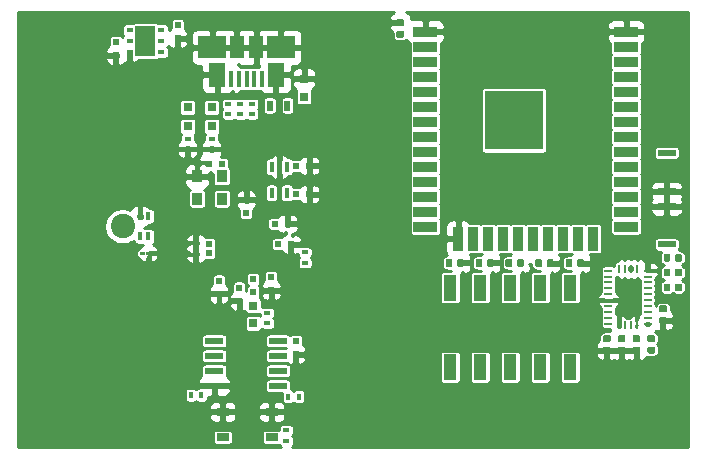
<source format=gbr>
G04 #@! TF.GenerationSoftware,KiCad,Pcbnew,5.0.2-bee76a0~70~ubuntu18.04.1*
G04 #@! TF.CreationDate,2019-07-29T16:04:40+02:00*
G04 #@! TF.ProjectId,SolderPasteMask,536f6c64-6572-4506-9173-74654d61736b,rev?*
G04 #@! TF.SameCoordinates,Original*
G04 #@! TF.FileFunction,Copper,L1,Top*
G04 #@! TF.FilePolarity,Positive*
%FSLAX46Y46*%
G04 Gerber Fmt 4.6, Leading zero omitted, Abs format (unit mm)*
G04 Created by KiCad (PCBNEW 5.0.2-bee76a0~70~ubuntu18.04.1) date Mo 29 Jul 2019 16:04:40 CEST*
%MOMM*%
%LPD*%
G01*
G04 APERTURE LIST*
G04 #@! TA.AperFunction,SMDPad,CuDef*
%ADD10R,0.600000X0.400000*%
G04 #@! TD*
G04 #@! TA.AperFunction,SMDPad,CuDef*
%ADD11R,0.750000X0.800000*%
G04 #@! TD*
G04 #@! TA.AperFunction,SMDPad,CuDef*
%ADD12R,0.500000X0.900000*%
G04 #@! TD*
G04 #@! TA.AperFunction,SMDPad,CuDef*
%ADD13R,0.800000X0.800000*%
G04 #@! TD*
G04 #@! TA.AperFunction,SMDPad,CuDef*
%ADD14R,0.900000X1.000000*%
G04 #@! TD*
G04 #@! TA.AperFunction,SMDPad,CuDef*
%ADD15R,0.400000X0.600000*%
G04 #@! TD*
G04 #@! TA.AperFunction,SMDPad,CuDef*
%ADD16R,0.500000X0.600000*%
G04 #@! TD*
G04 #@! TA.AperFunction,SMDPad,CuDef*
%ADD17R,0.600000X0.380000*%
G04 #@! TD*
G04 #@! TA.AperFunction,SMDPad,CuDef*
%ADD18R,0.600000X0.500000*%
G04 #@! TD*
G04 #@! TA.AperFunction,SMDPad,CuDef*
%ADD19R,0.450000X0.950000*%
G04 #@! TD*
G04 #@! TA.AperFunction,SMDPad,CuDef*
%ADD20R,1.050000X0.650000*%
G04 #@! TD*
G04 #@! TA.AperFunction,SMDPad,CuDef*
%ADD21R,0.450000X1.380000*%
G04 #@! TD*
G04 #@! TA.AperFunction,SMDPad,CuDef*
%ADD22R,1.475000X2.100000*%
G04 #@! TD*
G04 #@! TA.AperFunction,SMDPad,CuDef*
%ADD23R,2.375000X1.900000*%
G04 #@! TD*
G04 #@! TA.AperFunction,SMDPad,CuDef*
%ADD24R,1.175000X1.900000*%
G04 #@! TD*
G04 #@! TA.AperFunction,SMDPad,CuDef*
%ADD25R,1.550000X0.600000*%
G04 #@! TD*
G04 #@! TA.AperFunction,Conductor*
%ADD26C,0.100000*%
G04 #@! TD*
G04 #@! TA.AperFunction,SMDPad,CuDef*
%ADD27C,0.590000*%
G04 #@! TD*
G04 #@! TA.AperFunction,SMDPad,CuDef*
%ADD28R,1.500000X0.550000*%
G04 #@! TD*
G04 #@! TA.AperFunction,SMDPad,CuDef*
%ADD29R,1.120000X2.160000*%
G04 #@! TD*
G04 #@! TA.AperFunction,SMDPad,CuDef*
%ADD30R,0.630000X0.450000*%
G04 #@! TD*
G04 #@! TA.AperFunction,SMDPad,CuDef*
%ADD31R,1.700000X2.600000*%
G04 #@! TD*
G04 #@! TA.AperFunction,SMDPad,CuDef*
%ADD32R,0.254000X0.675000*%
G04 #@! TD*
G04 #@! TA.AperFunction,SMDPad,CuDef*
%ADD33R,0.675000X0.254000*%
G04 #@! TD*
G04 #@! TA.AperFunction,SMDPad,CuDef*
%ADD34R,5.000000X5.000000*%
G04 #@! TD*
G04 #@! TA.AperFunction,SMDPad,CuDef*
%ADD35R,2.000000X0.900000*%
G04 #@! TD*
G04 #@! TA.AperFunction,SMDPad,CuDef*
%ADD36R,0.900000X2.000000*%
G04 #@! TD*
G04 #@! TA.AperFunction,SMDPad,CuDef*
%ADD37C,0.300000*%
G04 #@! TD*
G04 #@! TA.AperFunction,ViaPad*
%ADD38C,2.060000*%
G04 #@! TD*
G04 #@! TA.AperFunction,SMDPad,CuDef*
%ADD39R,0.450000X0.750000*%
G04 #@! TD*
G04 #@! TA.AperFunction,Conductor*
%ADD40C,0.254000*%
G04 #@! TD*
G04 APERTURE END LIST*
D10*
G04 #@! TO.P,R6,1*
G04 #@! TO.N,+3V3*
X23536000Y-35923100D03*
G04 #@! TO.P,R6,2*
G04 #@! TO.N,CRESET_B*
X23536000Y-36823100D03*
G04 #@! TD*
D11*
G04 #@! TO.P,C6,1*
G04 #@! TO.N,Net-(C6-Pad1)*
X20736000Y-25373100D03*
G04 #@! TO.P,C6,2*
G04 #@! TO.N,Net-(C6-Pad2)*
X20736000Y-26873100D03*
G04 #@! TD*
G04 #@! TO.P,C17,1*
G04 #@! TO.N,+5V*
X25036000Y-7673100D03*
G04 #@! TO.P,C17,2*
G04 #@! TO.N,GND*
X25036000Y-6173100D03*
G04 #@! TD*
D12*
G04 #@! TO.P,L1,1*
G04 #@! TO.N,+5V*
X23636000Y-8423100D03*
G04 #@! TO.P,L1,2*
G04 #@! TO.N,Net-(J3-Pad1)*
X22136000Y-8423100D03*
G04 #@! TD*
D10*
G04 #@! TO.P,R9,1*
G04 #@! TO.N,Net-(D2-Pad1)*
X15183000Y-11223100D03*
G04 #@! TO.P,R9,2*
G04 #@! TO.N,GND*
X15183000Y-12123100D03*
G04 #@! TD*
G04 #@! TO.P,R8,1*
G04 #@! TO.N,Net-(D1-Pad1)*
X17215000Y-11223100D03*
G04 #@! TO.P,R8,2*
G04 #@! TO.N,GND*
X17215000Y-12123100D03*
G04 #@! TD*
D13*
G04 #@! TO.P,D1,2*
G04 #@! TO.N,+3V3*
X17215000Y-8587100D03*
G04 #@! TO.P,D1,1*
G04 #@! TO.N,Net-(D1-Pad1)*
X17215000Y-10187100D03*
G04 #@! TD*
G04 #@! TO.P,D2,2*
G04 #@! TO.N,LED*
X15183000Y-8587100D03*
G04 #@! TO.P,D2,1*
G04 #@! TO.N,Net-(D2-Pad1)*
X15183000Y-10187100D03*
G04 #@! TD*
D14*
G04 #@! TO.P,U3,1*
G04 #@! TO.N,+3V3*
X18086000Y-14423100D03*
G04 #@! TO.P,U3,4*
X18086000Y-16323100D03*
G04 #@! TO.P,U3,3*
G04 #@! TO.N,CLK*
X15986000Y-16323100D03*
G04 #@! TO.P,U3,2*
G04 #@! TO.N,GND*
X15986000Y-14423100D03*
G04 #@! TD*
D15*
G04 #@! TO.P,R7,1*
G04 #@! TO.N,+3V3*
X15450000Y-32954000D03*
G04 #@! TO.P,R7,2*
G04 #@! TO.N,82*
X16350000Y-32954000D03*
G04 #@! TD*
D16*
G04 #@! TO.P,C16,1*
G04 #@! TO.N,+3V3*
X19555000Y-23864000D03*
G04 #@! TO.P,C16,2*
G04 #@! TO.N,GND*
X19555000Y-24964000D03*
G04 #@! TD*
D17*
G04 #@! TO.P,R5,1*
G04 #@! TO.N,+3V3*
X25130000Y-20864000D03*
G04 #@! TO.P,R5,2*
G04 #@! TO.N,SS*
X25130000Y-21764000D03*
G04 #@! TD*
D18*
G04 #@! TO.P,C13,1*
G04 #@! TO.N,+1V2*
X22830000Y-20164000D03*
G04 #@! TO.P,C13,2*
G04 #@! TO.N,GND*
X23930000Y-20164000D03*
G04 #@! TD*
D16*
G04 #@! TO.P,C15,1*
G04 #@! TO.N,+3V3*
X20130000Y-17514000D03*
G04 #@! TO.P,C15,2*
G04 #@! TO.N,GND*
X20130000Y-16414000D03*
G04 #@! TD*
D18*
G04 #@! TO.P,C14,1*
G04 #@! TO.N,+3V3*
X22555000Y-18439000D03*
G04 #@! TO.P,C14,2*
G04 #@! TO.N,GND*
X23655000Y-18439000D03*
G04 #@! TD*
G04 #@! TO.P,C12,1*
G04 #@! TO.N,+1V2*
X16986000Y-20923100D03*
G04 #@! TO.P,C12,2*
G04 #@! TO.N,GND*
X15886000Y-20923100D03*
G04 #@! TD*
G04 #@! TO.P,C11,1*
G04 #@! TO.N,+1V2*
X16986000Y-20123100D03*
G04 #@! TO.P,C11,2*
G04 #@! TO.N,GND*
X15886000Y-20123100D03*
G04 #@! TD*
G04 #@! TO.P,C10,1*
G04 #@! TO.N,+3V3*
X18069800Y-13349500D03*
G04 #@! TO.P,C10,2*
G04 #@! TO.N,GND*
X16969800Y-13349500D03*
G04 #@! TD*
D16*
G04 #@! TO.P,C9,1*
G04 #@! TO.N,+3V3*
X22255000Y-22964000D03*
G04 #@! TO.P,C9,2*
G04 #@! TO.N,GND*
X22255000Y-24064000D03*
G04 #@! TD*
G04 #@! TO.P,C8,1*
G04 #@! TO.N,+3V3*
X17836000Y-23273100D03*
G04 #@! TO.P,C8,2*
G04 #@! TO.N,GND*
X17836000Y-24373100D03*
G04 #@! TD*
G04 #@! TO.P,C7,1*
G04 #@! TO.N,Net-(C6-Pad1)*
X20736000Y-23123100D03*
G04 #@! TO.P,C7,2*
G04 #@! TO.N,Net-(C6-Pad2)*
X20736000Y-24223100D03*
G04 #@! TD*
D10*
G04 #@! TO.P,R4,1*
G04 #@! TO.N,Net-(C6-Pad2)*
X21936000Y-26873100D03*
G04 #@! TO.P,R4,2*
G04 #@! TO.N,+1V2*
X21936000Y-25973100D03*
G04 #@! TD*
D16*
G04 #@! TO.P,C5,1*
G04 #@! TO.N,+3V3*
X24336000Y-28373100D03*
G04 #@! TO.P,C5,2*
G04 #@! TO.N,GND*
X24336000Y-29473100D03*
G04 #@! TD*
D10*
G04 #@! TO.P,R1,1*
G04 #@! TO.N,Net-(J3-Pad3)*
X18636000Y-8273100D03*
G04 #@! TO.P,R1,2*
G04 #@! TO.N,USB_PU*
X18636000Y-9173100D03*
G04 #@! TD*
G04 #@! TO.P,R2,1*
G04 #@! TO.N,USB_P*
X19636000Y-9173100D03*
G04 #@! TO.P,R2,2*
G04 #@! TO.N,Net-(J3-Pad3)*
X19636000Y-8273100D03*
G04 #@! TD*
G04 #@! TO.P,R3,1*
G04 #@! TO.N,USB_N*
X20636000Y-9173100D03*
G04 #@! TO.P,R3,2*
G04 #@! TO.N,Net-(J3-Pad2)*
X20636000Y-8273100D03*
G04 #@! TD*
D19*
G04 #@! TO.P,U4,2*
G04 #@! TO.N,GND*
X22936000Y-13623100D03*
G04 #@! TO.P,U4,3*
G04 #@! TO.N,+3V3*
X22286000Y-13623100D03*
G04 #@! TO.P,U4,1*
X23586000Y-13623100D03*
G04 #@! TO.P,U4,4*
G04 #@! TO.N,Net-(U4-Pad4)*
X22286000Y-15823100D03*
G04 #@! TO.P,U4,5*
G04 #@! TO.N,+1V2*
X23586000Y-15823100D03*
G04 #@! TD*
D18*
G04 #@! TO.P,C3,1*
G04 #@! TO.N,+1V2*
X24386000Y-15923100D03*
G04 #@! TO.P,C3,2*
G04 #@! TO.N,GND*
X25486000Y-15923100D03*
G04 #@! TD*
D16*
G04 #@! TO.P,C1,1*
G04 #@! TO.N,+5V*
X14340000Y-1624000D03*
G04 #@! TO.P,C1,2*
G04 #@! TO.N,GND*
X14340000Y-2724000D03*
G04 #@! TD*
G04 #@! TO.P,C4,1*
G04 #@! TO.N,+3V3*
X9110000Y-3054000D03*
G04 #@! TO.P,C4,2*
G04 #@! TO.N,GND*
X9110000Y-4154000D03*
G04 #@! TD*
D18*
G04 #@! TO.P,C2,1*
G04 #@! TO.N,+3V3*
X24386000Y-13523100D03*
G04 #@! TO.P,C2,2*
G04 #@! TO.N,GND*
X25486000Y-13523100D03*
G04 #@! TD*
D20*
G04 #@! TO.P,SW1,1*
G04 #@! TO.N,GND*
X18155000Y-34369000D03*
X22305000Y-34369000D03*
G04 #@! TO.P,SW1,2*
G04 #@! TO.N,CRESET_B*
X22305000Y-36519000D03*
X18155000Y-36519000D03*
G04 #@! TD*
D15*
G04 #@! TO.P,R10,1*
G04 #@! TO.N,+3V3*
X23690000Y-33064000D03*
G04 #@! TO.P,R10,2*
G04 #@! TO.N,109*
X24590000Y-33064000D03*
G04 #@! TD*
D21*
G04 #@! TO.P,J3,1*
G04 #@! TO.N,Net-(J3-Pad1)*
X21470000Y-6164000D03*
G04 #@! TO.P,J3,2*
G04 #@! TO.N,Net-(J3-Pad2)*
X20820000Y-6164000D03*
G04 #@! TO.P,J3,3*
G04 #@! TO.N,Net-(J3-Pad3)*
X20170000Y-6164000D03*
G04 #@! TO.P,J3,4*
G04 #@! TO.N,Net-(J3-Pad4)*
X19520000Y-6164000D03*
G04 #@! TO.P,J3,5*
G04 #@! TO.N,GND*
X18870000Y-6164000D03*
D22*
G04 #@! TO.P,J3,6*
X22632500Y-5804000D03*
X17707500Y-5804000D03*
D23*
X23080000Y-3504000D03*
X17260000Y-3504000D03*
D24*
X21010000Y-3504000D03*
X19330000Y-3504000D03*
G04 #@! TD*
D25*
G04 #@! TO.P,U5,1*
G04 #@! TO.N,SS*
X17436000Y-28353100D03*
G04 #@! TO.P,U5,2*
G04 #@! TO.N,SDI*
X17436000Y-29623100D03*
G04 #@! TO.P,U5,3*
G04 #@! TO.N,82*
X17436000Y-30893100D03*
G04 #@! TO.P,U5,4*
G04 #@! TO.N,GND*
X17436000Y-32163100D03*
G04 #@! TO.P,U5,5*
G04 #@! TO.N,SDO*
X22836000Y-32163100D03*
G04 #@! TO.P,U5,6*
G04 #@! TO.N,SCK*
X22836000Y-30893100D03*
G04 #@! TO.P,U5,7*
G04 #@! TO.N,109*
X22836000Y-29623100D03*
G04 #@! TO.P,U5,8*
G04 #@! TO.N,+3V3*
X22836000Y-28353100D03*
G04 #@! TD*
D26*
G04 #@! TO.N,+3V3*
G04 #@! TO.C,0.1uF1*
G36*
X53362958Y-27861710D02*
X53377276Y-27863834D01*
X53391317Y-27867351D01*
X53404946Y-27872228D01*
X53418031Y-27878417D01*
X53430447Y-27885858D01*
X53442073Y-27894481D01*
X53452798Y-27904202D01*
X53462519Y-27914927D01*
X53471142Y-27926553D01*
X53478583Y-27938969D01*
X53484772Y-27952054D01*
X53489649Y-27965683D01*
X53493166Y-27979724D01*
X53495290Y-27994042D01*
X53496000Y-28008500D01*
X53496000Y-28303500D01*
X53495290Y-28317958D01*
X53493166Y-28332276D01*
X53489649Y-28346317D01*
X53484772Y-28359946D01*
X53478583Y-28373031D01*
X53471142Y-28385447D01*
X53462519Y-28397073D01*
X53452798Y-28407798D01*
X53442073Y-28417519D01*
X53430447Y-28426142D01*
X53418031Y-28433583D01*
X53404946Y-28439772D01*
X53391317Y-28444649D01*
X53377276Y-28448166D01*
X53362958Y-28450290D01*
X53348500Y-28451000D01*
X53003500Y-28451000D01*
X52989042Y-28450290D01*
X52974724Y-28448166D01*
X52960683Y-28444649D01*
X52947054Y-28439772D01*
X52933969Y-28433583D01*
X52921553Y-28426142D01*
X52909927Y-28417519D01*
X52899202Y-28407798D01*
X52889481Y-28397073D01*
X52880858Y-28385447D01*
X52873417Y-28373031D01*
X52867228Y-28359946D01*
X52862351Y-28346317D01*
X52858834Y-28332276D01*
X52856710Y-28317958D01*
X52856000Y-28303500D01*
X52856000Y-28008500D01*
X52856710Y-27994042D01*
X52858834Y-27979724D01*
X52862351Y-27965683D01*
X52867228Y-27952054D01*
X52873417Y-27938969D01*
X52880858Y-27926553D01*
X52889481Y-27914927D01*
X52899202Y-27904202D01*
X52909927Y-27894481D01*
X52921553Y-27885858D01*
X52933969Y-27878417D01*
X52947054Y-27872228D01*
X52960683Y-27867351D01*
X52974724Y-27863834D01*
X52989042Y-27861710D01*
X53003500Y-27861000D01*
X53348500Y-27861000D01*
X53362958Y-27861710D01*
X53362958Y-27861710D01*
G37*
D27*
G04 #@! TD*
G04 #@! TO.P,0.1uF1,1*
G04 #@! TO.N,+3V3*
X53176000Y-28156000D03*
D26*
G04 #@! TO.N,GND*
G04 #@! TO.C,0.1uF1*
G36*
X53362958Y-28831710D02*
X53377276Y-28833834D01*
X53391317Y-28837351D01*
X53404946Y-28842228D01*
X53418031Y-28848417D01*
X53430447Y-28855858D01*
X53442073Y-28864481D01*
X53452798Y-28874202D01*
X53462519Y-28884927D01*
X53471142Y-28896553D01*
X53478583Y-28908969D01*
X53484772Y-28922054D01*
X53489649Y-28935683D01*
X53493166Y-28949724D01*
X53495290Y-28964042D01*
X53496000Y-28978500D01*
X53496000Y-29273500D01*
X53495290Y-29287958D01*
X53493166Y-29302276D01*
X53489649Y-29316317D01*
X53484772Y-29329946D01*
X53478583Y-29343031D01*
X53471142Y-29355447D01*
X53462519Y-29367073D01*
X53452798Y-29377798D01*
X53442073Y-29387519D01*
X53430447Y-29396142D01*
X53418031Y-29403583D01*
X53404946Y-29409772D01*
X53391317Y-29414649D01*
X53377276Y-29418166D01*
X53362958Y-29420290D01*
X53348500Y-29421000D01*
X53003500Y-29421000D01*
X52989042Y-29420290D01*
X52974724Y-29418166D01*
X52960683Y-29414649D01*
X52947054Y-29409772D01*
X52933969Y-29403583D01*
X52921553Y-29396142D01*
X52909927Y-29387519D01*
X52899202Y-29377798D01*
X52889481Y-29367073D01*
X52880858Y-29355447D01*
X52873417Y-29343031D01*
X52867228Y-29329946D01*
X52862351Y-29316317D01*
X52858834Y-29302276D01*
X52856710Y-29287958D01*
X52856000Y-29273500D01*
X52856000Y-28978500D01*
X52856710Y-28964042D01*
X52858834Y-28949724D01*
X52862351Y-28935683D01*
X52867228Y-28922054D01*
X52873417Y-28908969D01*
X52880858Y-28896553D01*
X52889481Y-28884927D01*
X52899202Y-28874202D01*
X52909927Y-28864481D01*
X52921553Y-28855858D01*
X52933969Y-28848417D01*
X52947054Y-28842228D01*
X52960683Y-28837351D01*
X52974724Y-28833834D01*
X52989042Y-28831710D01*
X53003500Y-28831000D01*
X53348500Y-28831000D01*
X53362958Y-28831710D01*
X53362958Y-28831710D01*
G37*
D27*
G04 #@! TD*
G04 #@! TO.P,0.1uF1,2*
G04 #@! TO.N,GND*
X53176000Y-29126000D03*
D26*
G04 #@! TO.N,Net-(0.1uF2-Pad2)*
G04 #@! TO.C,0.1uF2*
G36*
X55612958Y-25346710D02*
X55627276Y-25348834D01*
X55641317Y-25352351D01*
X55654946Y-25357228D01*
X55668031Y-25363417D01*
X55680447Y-25370858D01*
X55692073Y-25379481D01*
X55702798Y-25389202D01*
X55712519Y-25399927D01*
X55721142Y-25411553D01*
X55728583Y-25423969D01*
X55734772Y-25437054D01*
X55739649Y-25450683D01*
X55743166Y-25464724D01*
X55745290Y-25479042D01*
X55746000Y-25493500D01*
X55746000Y-25788500D01*
X55745290Y-25802958D01*
X55743166Y-25817276D01*
X55739649Y-25831317D01*
X55734772Y-25844946D01*
X55728583Y-25858031D01*
X55721142Y-25870447D01*
X55712519Y-25882073D01*
X55702798Y-25892798D01*
X55692073Y-25902519D01*
X55680447Y-25911142D01*
X55668031Y-25918583D01*
X55654946Y-25924772D01*
X55641317Y-25929649D01*
X55627276Y-25933166D01*
X55612958Y-25935290D01*
X55598500Y-25936000D01*
X55253500Y-25936000D01*
X55239042Y-25935290D01*
X55224724Y-25933166D01*
X55210683Y-25929649D01*
X55197054Y-25924772D01*
X55183969Y-25918583D01*
X55171553Y-25911142D01*
X55159927Y-25902519D01*
X55149202Y-25892798D01*
X55139481Y-25882073D01*
X55130858Y-25870447D01*
X55123417Y-25858031D01*
X55117228Y-25844946D01*
X55112351Y-25831317D01*
X55108834Y-25817276D01*
X55106710Y-25802958D01*
X55106000Y-25788500D01*
X55106000Y-25493500D01*
X55106710Y-25479042D01*
X55108834Y-25464724D01*
X55112351Y-25450683D01*
X55117228Y-25437054D01*
X55123417Y-25423969D01*
X55130858Y-25411553D01*
X55139481Y-25399927D01*
X55149202Y-25389202D01*
X55159927Y-25379481D01*
X55171553Y-25370858D01*
X55183969Y-25363417D01*
X55197054Y-25357228D01*
X55210683Y-25352351D01*
X55224724Y-25348834D01*
X55239042Y-25346710D01*
X55253500Y-25346000D01*
X55598500Y-25346000D01*
X55612958Y-25346710D01*
X55612958Y-25346710D01*
G37*
D27*
G04 #@! TD*
G04 #@! TO.P,0.1uF2,2*
G04 #@! TO.N,Net-(0.1uF2-Pad2)*
X55426000Y-25641000D03*
D26*
G04 #@! TO.N,GND*
G04 #@! TO.C,0.1uF2*
G36*
X55612958Y-26316710D02*
X55627276Y-26318834D01*
X55641317Y-26322351D01*
X55654946Y-26327228D01*
X55668031Y-26333417D01*
X55680447Y-26340858D01*
X55692073Y-26349481D01*
X55702798Y-26359202D01*
X55712519Y-26369927D01*
X55721142Y-26381553D01*
X55728583Y-26393969D01*
X55734772Y-26407054D01*
X55739649Y-26420683D01*
X55743166Y-26434724D01*
X55745290Y-26449042D01*
X55746000Y-26463500D01*
X55746000Y-26758500D01*
X55745290Y-26772958D01*
X55743166Y-26787276D01*
X55739649Y-26801317D01*
X55734772Y-26814946D01*
X55728583Y-26828031D01*
X55721142Y-26840447D01*
X55712519Y-26852073D01*
X55702798Y-26862798D01*
X55692073Y-26872519D01*
X55680447Y-26881142D01*
X55668031Y-26888583D01*
X55654946Y-26894772D01*
X55641317Y-26899649D01*
X55627276Y-26903166D01*
X55612958Y-26905290D01*
X55598500Y-26906000D01*
X55253500Y-26906000D01*
X55239042Y-26905290D01*
X55224724Y-26903166D01*
X55210683Y-26899649D01*
X55197054Y-26894772D01*
X55183969Y-26888583D01*
X55171553Y-26881142D01*
X55159927Y-26872519D01*
X55149202Y-26862798D01*
X55139481Y-26852073D01*
X55130858Y-26840447D01*
X55123417Y-26828031D01*
X55117228Y-26814946D01*
X55112351Y-26801317D01*
X55108834Y-26787276D01*
X55106710Y-26772958D01*
X55106000Y-26758500D01*
X55106000Y-26463500D01*
X55106710Y-26449042D01*
X55108834Y-26434724D01*
X55112351Y-26420683D01*
X55117228Y-26407054D01*
X55123417Y-26393969D01*
X55130858Y-26381553D01*
X55139481Y-26369927D01*
X55149202Y-26359202D01*
X55159927Y-26349481D01*
X55171553Y-26340858D01*
X55183969Y-26333417D01*
X55197054Y-26327228D01*
X55210683Y-26322351D01*
X55224724Y-26318834D01*
X55239042Y-26316710D01*
X55253500Y-26316000D01*
X55598500Y-26316000D01*
X55612958Y-26316710D01*
X55612958Y-26316710D01*
G37*
D27*
G04 #@! TD*
G04 #@! TO.P,0.1uF2,1*
G04 #@! TO.N,GND*
X55426000Y-26611000D03*
D26*
G04 #@! TO.N,GND*
G04 #@! TO.C,0.1uF3*
G36*
X33362958Y-1111710D02*
X33377276Y-1113834D01*
X33391317Y-1117351D01*
X33404946Y-1122228D01*
X33418031Y-1128417D01*
X33430447Y-1135858D01*
X33442073Y-1144481D01*
X33452798Y-1154202D01*
X33462519Y-1164927D01*
X33471142Y-1176553D01*
X33478583Y-1188969D01*
X33484772Y-1202054D01*
X33489649Y-1215683D01*
X33493166Y-1229724D01*
X33495290Y-1244042D01*
X33496000Y-1258500D01*
X33496000Y-1553500D01*
X33495290Y-1567958D01*
X33493166Y-1582276D01*
X33489649Y-1596317D01*
X33484772Y-1609946D01*
X33478583Y-1623031D01*
X33471142Y-1635447D01*
X33462519Y-1647073D01*
X33452798Y-1657798D01*
X33442073Y-1667519D01*
X33430447Y-1676142D01*
X33418031Y-1683583D01*
X33404946Y-1689772D01*
X33391317Y-1694649D01*
X33377276Y-1698166D01*
X33362958Y-1700290D01*
X33348500Y-1701000D01*
X33003500Y-1701000D01*
X32989042Y-1700290D01*
X32974724Y-1698166D01*
X32960683Y-1694649D01*
X32947054Y-1689772D01*
X32933969Y-1683583D01*
X32921553Y-1676142D01*
X32909927Y-1667519D01*
X32899202Y-1657798D01*
X32889481Y-1647073D01*
X32880858Y-1635447D01*
X32873417Y-1623031D01*
X32867228Y-1609946D01*
X32862351Y-1596317D01*
X32858834Y-1582276D01*
X32856710Y-1567958D01*
X32856000Y-1553500D01*
X32856000Y-1258500D01*
X32856710Y-1244042D01*
X32858834Y-1229724D01*
X32862351Y-1215683D01*
X32867228Y-1202054D01*
X32873417Y-1188969D01*
X32880858Y-1176553D01*
X32889481Y-1164927D01*
X32899202Y-1154202D01*
X32909927Y-1144481D01*
X32921553Y-1135858D01*
X32933969Y-1128417D01*
X32947054Y-1122228D01*
X32960683Y-1117351D01*
X32974724Y-1113834D01*
X32989042Y-1111710D01*
X33003500Y-1111000D01*
X33348500Y-1111000D01*
X33362958Y-1111710D01*
X33362958Y-1111710D01*
G37*
D27*
G04 #@! TD*
G04 #@! TO.P,0.1uF3,1*
G04 #@! TO.N,GND*
X33176000Y-1406000D03*
D26*
G04 #@! TO.N,Net-(0.1uF3-Pad2)*
G04 #@! TO.C,0.1uF3*
G36*
X33362958Y-2081710D02*
X33377276Y-2083834D01*
X33391317Y-2087351D01*
X33404946Y-2092228D01*
X33418031Y-2098417D01*
X33430447Y-2105858D01*
X33442073Y-2114481D01*
X33452798Y-2124202D01*
X33462519Y-2134927D01*
X33471142Y-2146553D01*
X33478583Y-2158969D01*
X33484772Y-2172054D01*
X33489649Y-2185683D01*
X33493166Y-2199724D01*
X33495290Y-2214042D01*
X33496000Y-2228500D01*
X33496000Y-2523500D01*
X33495290Y-2537958D01*
X33493166Y-2552276D01*
X33489649Y-2566317D01*
X33484772Y-2579946D01*
X33478583Y-2593031D01*
X33471142Y-2605447D01*
X33462519Y-2617073D01*
X33452798Y-2627798D01*
X33442073Y-2637519D01*
X33430447Y-2646142D01*
X33418031Y-2653583D01*
X33404946Y-2659772D01*
X33391317Y-2664649D01*
X33377276Y-2668166D01*
X33362958Y-2670290D01*
X33348500Y-2671000D01*
X33003500Y-2671000D01*
X32989042Y-2670290D01*
X32974724Y-2668166D01*
X32960683Y-2664649D01*
X32947054Y-2659772D01*
X32933969Y-2653583D01*
X32921553Y-2646142D01*
X32909927Y-2637519D01*
X32899202Y-2627798D01*
X32889481Y-2617073D01*
X32880858Y-2605447D01*
X32873417Y-2593031D01*
X32867228Y-2579946D01*
X32862351Y-2566317D01*
X32858834Y-2552276D01*
X32856710Y-2537958D01*
X32856000Y-2523500D01*
X32856000Y-2228500D01*
X32856710Y-2214042D01*
X32858834Y-2199724D01*
X32862351Y-2185683D01*
X32867228Y-2172054D01*
X32873417Y-2158969D01*
X32880858Y-2146553D01*
X32889481Y-2134927D01*
X32899202Y-2124202D01*
X32909927Y-2114481D01*
X32921553Y-2105858D01*
X32933969Y-2098417D01*
X32947054Y-2092228D01*
X32960683Y-2087351D01*
X32974724Y-2083834D01*
X32989042Y-2081710D01*
X33003500Y-2081000D01*
X33348500Y-2081000D01*
X33362958Y-2081710D01*
X33362958Y-2081710D01*
G37*
D27*
G04 #@! TD*
G04 #@! TO.P,0.1uF3,2*
G04 #@! TO.N,Net-(0.1uF3-Pad2)*
X33176000Y-2376000D03*
D26*
G04 #@! TO.N,GND*
G04 #@! TO.C,120nF1*
G36*
X50862958Y-28831710D02*
X50877276Y-28833834D01*
X50891317Y-28837351D01*
X50904946Y-28842228D01*
X50918031Y-28848417D01*
X50930447Y-28855858D01*
X50942073Y-28864481D01*
X50952798Y-28874202D01*
X50962519Y-28884927D01*
X50971142Y-28896553D01*
X50978583Y-28908969D01*
X50984772Y-28922054D01*
X50989649Y-28935683D01*
X50993166Y-28949724D01*
X50995290Y-28964042D01*
X50996000Y-28978500D01*
X50996000Y-29273500D01*
X50995290Y-29287958D01*
X50993166Y-29302276D01*
X50989649Y-29316317D01*
X50984772Y-29329946D01*
X50978583Y-29343031D01*
X50971142Y-29355447D01*
X50962519Y-29367073D01*
X50952798Y-29377798D01*
X50942073Y-29387519D01*
X50930447Y-29396142D01*
X50918031Y-29403583D01*
X50904946Y-29409772D01*
X50891317Y-29414649D01*
X50877276Y-29418166D01*
X50862958Y-29420290D01*
X50848500Y-29421000D01*
X50503500Y-29421000D01*
X50489042Y-29420290D01*
X50474724Y-29418166D01*
X50460683Y-29414649D01*
X50447054Y-29409772D01*
X50433969Y-29403583D01*
X50421553Y-29396142D01*
X50409927Y-29387519D01*
X50399202Y-29377798D01*
X50389481Y-29367073D01*
X50380858Y-29355447D01*
X50373417Y-29343031D01*
X50367228Y-29329946D01*
X50362351Y-29316317D01*
X50358834Y-29302276D01*
X50356710Y-29287958D01*
X50356000Y-29273500D01*
X50356000Y-28978500D01*
X50356710Y-28964042D01*
X50358834Y-28949724D01*
X50362351Y-28935683D01*
X50367228Y-28922054D01*
X50373417Y-28908969D01*
X50380858Y-28896553D01*
X50389481Y-28884927D01*
X50399202Y-28874202D01*
X50409927Y-28864481D01*
X50421553Y-28855858D01*
X50433969Y-28848417D01*
X50447054Y-28842228D01*
X50460683Y-28837351D01*
X50474724Y-28833834D01*
X50489042Y-28831710D01*
X50503500Y-28831000D01*
X50848500Y-28831000D01*
X50862958Y-28831710D01*
X50862958Y-28831710D01*
G37*
D27*
G04 #@! TD*
G04 #@! TO.P,120nF1,2*
G04 #@! TO.N,GND*
X50676000Y-29126000D03*
D26*
G04 #@! TO.N,+3V3*
G04 #@! TO.C,120nF1*
G36*
X50862958Y-27861710D02*
X50877276Y-27863834D01*
X50891317Y-27867351D01*
X50904946Y-27872228D01*
X50918031Y-27878417D01*
X50930447Y-27885858D01*
X50942073Y-27894481D01*
X50952798Y-27904202D01*
X50962519Y-27914927D01*
X50971142Y-27926553D01*
X50978583Y-27938969D01*
X50984772Y-27952054D01*
X50989649Y-27965683D01*
X50993166Y-27979724D01*
X50995290Y-27994042D01*
X50996000Y-28008500D01*
X50996000Y-28303500D01*
X50995290Y-28317958D01*
X50993166Y-28332276D01*
X50989649Y-28346317D01*
X50984772Y-28359946D01*
X50978583Y-28373031D01*
X50971142Y-28385447D01*
X50962519Y-28397073D01*
X50952798Y-28407798D01*
X50942073Y-28417519D01*
X50930447Y-28426142D01*
X50918031Y-28433583D01*
X50904946Y-28439772D01*
X50891317Y-28444649D01*
X50877276Y-28448166D01*
X50862958Y-28450290D01*
X50848500Y-28451000D01*
X50503500Y-28451000D01*
X50489042Y-28450290D01*
X50474724Y-28448166D01*
X50460683Y-28444649D01*
X50447054Y-28439772D01*
X50433969Y-28433583D01*
X50421553Y-28426142D01*
X50409927Y-28417519D01*
X50399202Y-28407798D01*
X50389481Y-28397073D01*
X50380858Y-28385447D01*
X50373417Y-28373031D01*
X50367228Y-28359946D01*
X50362351Y-28346317D01*
X50358834Y-28332276D01*
X50356710Y-28317958D01*
X50356000Y-28303500D01*
X50356000Y-28008500D01*
X50356710Y-27994042D01*
X50358834Y-27979724D01*
X50362351Y-27965683D01*
X50367228Y-27952054D01*
X50373417Y-27938969D01*
X50380858Y-27926553D01*
X50389481Y-27914927D01*
X50399202Y-27904202D01*
X50409927Y-27894481D01*
X50421553Y-27885858D01*
X50433969Y-27878417D01*
X50447054Y-27872228D01*
X50460683Y-27867351D01*
X50474724Y-27863834D01*
X50489042Y-27861710D01*
X50503500Y-27861000D01*
X50848500Y-27861000D01*
X50862958Y-27861710D01*
X50862958Y-27861710D01*
G37*
D27*
G04 #@! TD*
G04 #@! TO.P,120nF1,1*
G04 #@! TO.N,+3V3*
X50676000Y-28156000D03*
D26*
G04 #@! TO.N,+3V3*
G04 #@! TO.C,6.8nF1*
G36*
X52112958Y-27861710D02*
X52127276Y-27863834D01*
X52141317Y-27867351D01*
X52154946Y-27872228D01*
X52168031Y-27878417D01*
X52180447Y-27885858D01*
X52192073Y-27894481D01*
X52202798Y-27904202D01*
X52212519Y-27914927D01*
X52221142Y-27926553D01*
X52228583Y-27938969D01*
X52234772Y-27952054D01*
X52239649Y-27965683D01*
X52243166Y-27979724D01*
X52245290Y-27994042D01*
X52246000Y-28008500D01*
X52246000Y-28303500D01*
X52245290Y-28317958D01*
X52243166Y-28332276D01*
X52239649Y-28346317D01*
X52234772Y-28359946D01*
X52228583Y-28373031D01*
X52221142Y-28385447D01*
X52212519Y-28397073D01*
X52202798Y-28407798D01*
X52192073Y-28417519D01*
X52180447Y-28426142D01*
X52168031Y-28433583D01*
X52154946Y-28439772D01*
X52141317Y-28444649D01*
X52127276Y-28448166D01*
X52112958Y-28450290D01*
X52098500Y-28451000D01*
X51753500Y-28451000D01*
X51739042Y-28450290D01*
X51724724Y-28448166D01*
X51710683Y-28444649D01*
X51697054Y-28439772D01*
X51683969Y-28433583D01*
X51671553Y-28426142D01*
X51659927Y-28417519D01*
X51649202Y-28407798D01*
X51639481Y-28397073D01*
X51630858Y-28385447D01*
X51623417Y-28373031D01*
X51617228Y-28359946D01*
X51612351Y-28346317D01*
X51608834Y-28332276D01*
X51606710Y-28317958D01*
X51606000Y-28303500D01*
X51606000Y-28008500D01*
X51606710Y-27994042D01*
X51608834Y-27979724D01*
X51612351Y-27965683D01*
X51617228Y-27952054D01*
X51623417Y-27938969D01*
X51630858Y-27926553D01*
X51639481Y-27914927D01*
X51649202Y-27904202D01*
X51659927Y-27894481D01*
X51671553Y-27885858D01*
X51683969Y-27878417D01*
X51697054Y-27872228D01*
X51710683Y-27867351D01*
X51724724Y-27863834D01*
X51739042Y-27861710D01*
X51753500Y-27861000D01*
X52098500Y-27861000D01*
X52112958Y-27861710D01*
X52112958Y-27861710D01*
G37*
D27*
G04 #@! TD*
G04 #@! TO.P,6.8nF1,1*
G04 #@! TO.N,+3V3*
X51926000Y-28156000D03*
D26*
G04 #@! TO.N,GND*
G04 #@! TO.C,6.8nF1*
G36*
X52112958Y-28831710D02*
X52127276Y-28833834D01*
X52141317Y-28837351D01*
X52154946Y-28842228D01*
X52168031Y-28848417D01*
X52180447Y-28855858D01*
X52192073Y-28864481D01*
X52202798Y-28874202D01*
X52212519Y-28884927D01*
X52221142Y-28896553D01*
X52228583Y-28908969D01*
X52234772Y-28922054D01*
X52239649Y-28935683D01*
X52243166Y-28949724D01*
X52245290Y-28964042D01*
X52246000Y-28978500D01*
X52246000Y-29273500D01*
X52245290Y-29287958D01*
X52243166Y-29302276D01*
X52239649Y-29316317D01*
X52234772Y-29329946D01*
X52228583Y-29343031D01*
X52221142Y-29355447D01*
X52212519Y-29367073D01*
X52202798Y-29377798D01*
X52192073Y-29387519D01*
X52180447Y-29396142D01*
X52168031Y-29403583D01*
X52154946Y-29409772D01*
X52141317Y-29414649D01*
X52127276Y-29418166D01*
X52112958Y-29420290D01*
X52098500Y-29421000D01*
X51753500Y-29421000D01*
X51739042Y-29420290D01*
X51724724Y-29418166D01*
X51710683Y-29414649D01*
X51697054Y-29409772D01*
X51683969Y-29403583D01*
X51671553Y-29396142D01*
X51659927Y-29387519D01*
X51649202Y-29377798D01*
X51639481Y-29367073D01*
X51630858Y-29355447D01*
X51623417Y-29343031D01*
X51617228Y-29329946D01*
X51612351Y-29316317D01*
X51608834Y-29302276D01*
X51606710Y-29287958D01*
X51606000Y-29273500D01*
X51606000Y-28978500D01*
X51606710Y-28964042D01*
X51608834Y-28949724D01*
X51612351Y-28935683D01*
X51617228Y-28922054D01*
X51623417Y-28908969D01*
X51630858Y-28896553D01*
X51639481Y-28884927D01*
X51649202Y-28874202D01*
X51659927Y-28864481D01*
X51671553Y-28855858D01*
X51683969Y-28848417D01*
X51697054Y-28842228D01*
X51710683Y-28837351D01*
X51724724Y-28833834D01*
X51739042Y-28831710D01*
X51753500Y-28831000D01*
X52098500Y-28831000D01*
X52112958Y-28831710D01*
X52112958Y-28831710D01*
G37*
D27*
G04 #@! TD*
G04 #@! TO.P,6.8nF1,2*
G04 #@! TO.N,GND*
X51926000Y-29126000D03*
D26*
G04 #@! TO.N,+3V3*
G04 #@! TO.C,R11*
G36*
X54612958Y-28831710D02*
X54627276Y-28833834D01*
X54641317Y-28837351D01*
X54654946Y-28842228D01*
X54668031Y-28848417D01*
X54680447Y-28855858D01*
X54692073Y-28864481D01*
X54702798Y-28874202D01*
X54712519Y-28884927D01*
X54721142Y-28896553D01*
X54728583Y-28908969D01*
X54734772Y-28922054D01*
X54739649Y-28935683D01*
X54743166Y-28949724D01*
X54745290Y-28964042D01*
X54746000Y-28978500D01*
X54746000Y-29273500D01*
X54745290Y-29287958D01*
X54743166Y-29302276D01*
X54739649Y-29316317D01*
X54734772Y-29329946D01*
X54728583Y-29343031D01*
X54721142Y-29355447D01*
X54712519Y-29367073D01*
X54702798Y-29377798D01*
X54692073Y-29387519D01*
X54680447Y-29396142D01*
X54668031Y-29403583D01*
X54654946Y-29409772D01*
X54641317Y-29414649D01*
X54627276Y-29418166D01*
X54612958Y-29420290D01*
X54598500Y-29421000D01*
X54253500Y-29421000D01*
X54239042Y-29420290D01*
X54224724Y-29418166D01*
X54210683Y-29414649D01*
X54197054Y-29409772D01*
X54183969Y-29403583D01*
X54171553Y-29396142D01*
X54159927Y-29387519D01*
X54149202Y-29377798D01*
X54139481Y-29367073D01*
X54130858Y-29355447D01*
X54123417Y-29343031D01*
X54117228Y-29329946D01*
X54112351Y-29316317D01*
X54108834Y-29302276D01*
X54106710Y-29287958D01*
X54106000Y-29273500D01*
X54106000Y-28978500D01*
X54106710Y-28964042D01*
X54108834Y-28949724D01*
X54112351Y-28935683D01*
X54117228Y-28922054D01*
X54123417Y-28908969D01*
X54130858Y-28896553D01*
X54139481Y-28884927D01*
X54149202Y-28874202D01*
X54159927Y-28864481D01*
X54171553Y-28855858D01*
X54183969Y-28848417D01*
X54197054Y-28842228D01*
X54210683Y-28837351D01*
X54224724Y-28833834D01*
X54239042Y-28831710D01*
X54253500Y-28831000D01*
X54598500Y-28831000D01*
X54612958Y-28831710D01*
X54612958Y-28831710D01*
G37*
D27*
G04 #@! TD*
G04 #@! TO.P,R11,1*
G04 #@! TO.N,+3V3*
X54426000Y-29126000D03*
D26*
G04 #@! TO.N,Net-(R11-Pad2)*
G04 #@! TO.C,R11*
G36*
X54612958Y-27861710D02*
X54627276Y-27863834D01*
X54641317Y-27867351D01*
X54654946Y-27872228D01*
X54668031Y-27878417D01*
X54680447Y-27885858D01*
X54692073Y-27894481D01*
X54702798Y-27904202D01*
X54712519Y-27914927D01*
X54721142Y-27926553D01*
X54728583Y-27938969D01*
X54734772Y-27952054D01*
X54739649Y-27965683D01*
X54743166Y-27979724D01*
X54745290Y-27994042D01*
X54746000Y-28008500D01*
X54746000Y-28303500D01*
X54745290Y-28317958D01*
X54743166Y-28332276D01*
X54739649Y-28346317D01*
X54734772Y-28359946D01*
X54728583Y-28373031D01*
X54721142Y-28385447D01*
X54712519Y-28397073D01*
X54702798Y-28407798D01*
X54692073Y-28417519D01*
X54680447Y-28426142D01*
X54668031Y-28433583D01*
X54654946Y-28439772D01*
X54641317Y-28444649D01*
X54627276Y-28448166D01*
X54612958Y-28450290D01*
X54598500Y-28451000D01*
X54253500Y-28451000D01*
X54239042Y-28450290D01*
X54224724Y-28448166D01*
X54210683Y-28444649D01*
X54197054Y-28439772D01*
X54183969Y-28433583D01*
X54171553Y-28426142D01*
X54159927Y-28417519D01*
X54149202Y-28407798D01*
X54139481Y-28397073D01*
X54130858Y-28385447D01*
X54123417Y-28373031D01*
X54117228Y-28359946D01*
X54112351Y-28346317D01*
X54108834Y-28332276D01*
X54106710Y-28317958D01*
X54106000Y-28303500D01*
X54106000Y-28008500D01*
X54106710Y-27994042D01*
X54108834Y-27979724D01*
X54112351Y-27965683D01*
X54117228Y-27952054D01*
X54123417Y-27938969D01*
X54130858Y-27926553D01*
X54139481Y-27914927D01*
X54149202Y-27904202D01*
X54159927Y-27894481D01*
X54171553Y-27885858D01*
X54183969Y-27878417D01*
X54197054Y-27872228D01*
X54210683Y-27867351D01*
X54224724Y-27863834D01*
X54239042Y-27861710D01*
X54253500Y-27861000D01*
X54598500Y-27861000D01*
X54612958Y-27861710D01*
X54612958Y-27861710D01*
G37*
D27*
G04 #@! TD*
G04 #@! TO.P,R11,2*
G04 #@! TO.N,Net-(R11-Pad2)*
X54426000Y-28156000D03*
D26*
G04 #@! TO.N,+3V3*
G04 #@! TO.C,R12*
G36*
X56899958Y-20994710D02*
X56914276Y-20996834D01*
X56928317Y-21000351D01*
X56941946Y-21005228D01*
X56955031Y-21011417D01*
X56967447Y-21018858D01*
X56979073Y-21027481D01*
X56989798Y-21037202D01*
X56999519Y-21047927D01*
X57008142Y-21059553D01*
X57015583Y-21071969D01*
X57021772Y-21085054D01*
X57026649Y-21098683D01*
X57030166Y-21112724D01*
X57032290Y-21127042D01*
X57033000Y-21141500D01*
X57033000Y-21486500D01*
X57032290Y-21500958D01*
X57030166Y-21515276D01*
X57026649Y-21529317D01*
X57021772Y-21542946D01*
X57015583Y-21556031D01*
X57008142Y-21568447D01*
X56999519Y-21580073D01*
X56989798Y-21590798D01*
X56979073Y-21600519D01*
X56967447Y-21609142D01*
X56955031Y-21616583D01*
X56941946Y-21622772D01*
X56928317Y-21627649D01*
X56914276Y-21631166D01*
X56899958Y-21633290D01*
X56885500Y-21634000D01*
X56590500Y-21634000D01*
X56576042Y-21633290D01*
X56561724Y-21631166D01*
X56547683Y-21627649D01*
X56534054Y-21622772D01*
X56520969Y-21616583D01*
X56508553Y-21609142D01*
X56496927Y-21600519D01*
X56486202Y-21590798D01*
X56476481Y-21580073D01*
X56467858Y-21568447D01*
X56460417Y-21556031D01*
X56454228Y-21542946D01*
X56449351Y-21529317D01*
X56445834Y-21515276D01*
X56443710Y-21500958D01*
X56443000Y-21486500D01*
X56443000Y-21141500D01*
X56443710Y-21127042D01*
X56445834Y-21112724D01*
X56449351Y-21098683D01*
X56454228Y-21085054D01*
X56460417Y-21071969D01*
X56467858Y-21059553D01*
X56476481Y-21047927D01*
X56486202Y-21037202D01*
X56496927Y-21027481D01*
X56508553Y-21018858D01*
X56520969Y-21011417D01*
X56534054Y-21005228D01*
X56547683Y-21000351D01*
X56561724Y-20996834D01*
X56576042Y-20994710D01*
X56590500Y-20994000D01*
X56885500Y-20994000D01*
X56899958Y-20994710D01*
X56899958Y-20994710D01*
G37*
D27*
G04 #@! TD*
G04 #@! TO.P,R12,1*
G04 #@! TO.N,+3V3*
X56738000Y-21314000D03*
D26*
G04 #@! TO.N,Net-(0.1uF3-Pad2)*
G04 #@! TO.C,R12*
G36*
X55929958Y-20994710D02*
X55944276Y-20996834D01*
X55958317Y-21000351D01*
X55971946Y-21005228D01*
X55985031Y-21011417D01*
X55997447Y-21018858D01*
X56009073Y-21027481D01*
X56019798Y-21037202D01*
X56029519Y-21047927D01*
X56038142Y-21059553D01*
X56045583Y-21071969D01*
X56051772Y-21085054D01*
X56056649Y-21098683D01*
X56060166Y-21112724D01*
X56062290Y-21127042D01*
X56063000Y-21141500D01*
X56063000Y-21486500D01*
X56062290Y-21500958D01*
X56060166Y-21515276D01*
X56056649Y-21529317D01*
X56051772Y-21542946D01*
X56045583Y-21556031D01*
X56038142Y-21568447D01*
X56029519Y-21580073D01*
X56019798Y-21590798D01*
X56009073Y-21600519D01*
X55997447Y-21609142D01*
X55985031Y-21616583D01*
X55971946Y-21622772D01*
X55958317Y-21627649D01*
X55944276Y-21631166D01*
X55929958Y-21633290D01*
X55915500Y-21634000D01*
X55620500Y-21634000D01*
X55606042Y-21633290D01*
X55591724Y-21631166D01*
X55577683Y-21627649D01*
X55564054Y-21622772D01*
X55550969Y-21616583D01*
X55538553Y-21609142D01*
X55526927Y-21600519D01*
X55516202Y-21590798D01*
X55506481Y-21580073D01*
X55497858Y-21568447D01*
X55490417Y-21556031D01*
X55484228Y-21542946D01*
X55479351Y-21529317D01*
X55475834Y-21515276D01*
X55473710Y-21500958D01*
X55473000Y-21486500D01*
X55473000Y-21141500D01*
X55473710Y-21127042D01*
X55475834Y-21112724D01*
X55479351Y-21098683D01*
X55484228Y-21085054D01*
X55490417Y-21071969D01*
X55497858Y-21059553D01*
X55506481Y-21047927D01*
X55516202Y-21037202D01*
X55526927Y-21027481D01*
X55538553Y-21018858D01*
X55550969Y-21011417D01*
X55564054Y-21005228D01*
X55577683Y-21000351D01*
X55591724Y-20996834D01*
X55606042Y-20994710D01*
X55620500Y-20994000D01*
X55915500Y-20994000D01*
X55929958Y-20994710D01*
X55929958Y-20994710D01*
G37*
D27*
G04 #@! TD*
G04 #@! TO.P,R12,2*
G04 #@! TO.N,Net-(0.1uF3-Pad2)*
X55768000Y-21314000D03*
D26*
G04 #@! TO.N,+3V3*
G04 #@! TO.C,R13*
G36*
X56899958Y-23494710D02*
X56914276Y-23496834D01*
X56928317Y-23500351D01*
X56941946Y-23505228D01*
X56955031Y-23511417D01*
X56967447Y-23518858D01*
X56979073Y-23527481D01*
X56989798Y-23537202D01*
X56999519Y-23547927D01*
X57008142Y-23559553D01*
X57015583Y-23571969D01*
X57021772Y-23585054D01*
X57026649Y-23598683D01*
X57030166Y-23612724D01*
X57032290Y-23627042D01*
X57033000Y-23641500D01*
X57033000Y-23986500D01*
X57032290Y-24000958D01*
X57030166Y-24015276D01*
X57026649Y-24029317D01*
X57021772Y-24042946D01*
X57015583Y-24056031D01*
X57008142Y-24068447D01*
X56999519Y-24080073D01*
X56989798Y-24090798D01*
X56979073Y-24100519D01*
X56967447Y-24109142D01*
X56955031Y-24116583D01*
X56941946Y-24122772D01*
X56928317Y-24127649D01*
X56914276Y-24131166D01*
X56899958Y-24133290D01*
X56885500Y-24134000D01*
X56590500Y-24134000D01*
X56576042Y-24133290D01*
X56561724Y-24131166D01*
X56547683Y-24127649D01*
X56534054Y-24122772D01*
X56520969Y-24116583D01*
X56508553Y-24109142D01*
X56496927Y-24100519D01*
X56486202Y-24090798D01*
X56476481Y-24080073D01*
X56467858Y-24068447D01*
X56460417Y-24056031D01*
X56454228Y-24042946D01*
X56449351Y-24029317D01*
X56445834Y-24015276D01*
X56443710Y-24000958D01*
X56443000Y-23986500D01*
X56443000Y-23641500D01*
X56443710Y-23627042D01*
X56445834Y-23612724D01*
X56449351Y-23598683D01*
X56454228Y-23585054D01*
X56460417Y-23571969D01*
X56467858Y-23559553D01*
X56476481Y-23547927D01*
X56486202Y-23537202D01*
X56496927Y-23527481D01*
X56508553Y-23518858D01*
X56520969Y-23511417D01*
X56534054Y-23505228D01*
X56547683Y-23500351D01*
X56561724Y-23496834D01*
X56576042Y-23494710D01*
X56590500Y-23494000D01*
X56885500Y-23494000D01*
X56899958Y-23494710D01*
X56899958Y-23494710D01*
G37*
D27*
G04 #@! TD*
G04 #@! TO.P,R13,1*
G04 #@! TO.N,+3V3*
X56738000Y-23814000D03*
D26*
G04 #@! TO.N,SDA*
G04 #@! TO.C,R13*
G36*
X55929958Y-23494710D02*
X55944276Y-23496834D01*
X55958317Y-23500351D01*
X55971946Y-23505228D01*
X55985031Y-23511417D01*
X55997447Y-23518858D01*
X56009073Y-23527481D01*
X56019798Y-23537202D01*
X56029519Y-23547927D01*
X56038142Y-23559553D01*
X56045583Y-23571969D01*
X56051772Y-23585054D01*
X56056649Y-23598683D01*
X56060166Y-23612724D01*
X56062290Y-23627042D01*
X56063000Y-23641500D01*
X56063000Y-23986500D01*
X56062290Y-24000958D01*
X56060166Y-24015276D01*
X56056649Y-24029317D01*
X56051772Y-24042946D01*
X56045583Y-24056031D01*
X56038142Y-24068447D01*
X56029519Y-24080073D01*
X56019798Y-24090798D01*
X56009073Y-24100519D01*
X55997447Y-24109142D01*
X55985031Y-24116583D01*
X55971946Y-24122772D01*
X55958317Y-24127649D01*
X55944276Y-24131166D01*
X55929958Y-24133290D01*
X55915500Y-24134000D01*
X55620500Y-24134000D01*
X55606042Y-24133290D01*
X55591724Y-24131166D01*
X55577683Y-24127649D01*
X55564054Y-24122772D01*
X55550969Y-24116583D01*
X55538553Y-24109142D01*
X55526927Y-24100519D01*
X55516202Y-24090798D01*
X55506481Y-24080073D01*
X55497858Y-24068447D01*
X55490417Y-24056031D01*
X55484228Y-24042946D01*
X55479351Y-24029317D01*
X55475834Y-24015276D01*
X55473710Y-24000958D01*
X55473000Y-23986500D01*
X55473000Y-23641500D01*
X55473710Y-23627042D01*
X55475834Y-23612724D01*
X55479351Y-23598683D01*
X55484228Y-23585054D01*
X55490417Y-23571969D01*
X55497858Y-23559553D01*
X55506481Y-23547927D01*
X55516202Y-23537202D01*
X55526927Y-23527481D01*
X55538553Y-23518858D01*
X55550969Y-23511417D01*
X55564054Y-23505228D01*
X55577683Y-23500351D01*
X55591724Y-23496834D01*
X55606042Y-23494710D01*
X55620500Y-23494000D01*
X55915500Y-23494000D01*
X55929958Y-23494710D01*
X55929958Y-23494710D01*
G37*
D27*
G04 #@! TD*
G04 #@! TO.P,R13,2*
G04 #@! TO.N,SDA*
X55768000Y-23814000D03*
D26*
G04 #@! TO.N,SCL*
G04 #@! TO.C,R14*
G36*
X55929958Y-22244710D02*
X55944276Y-22246834D01*
X55958317Y-22250351D01*
X55971946Y-22255228D01*
X55985031Y-22261417D01*
X55997447Y-22268858D01*
X56009073Y-22277481D01*
X56019798Y-22287202D01*
X56029519Y-22297927D01*
X56038142Y-22309553D01*
X56045583Y-22321969D01*
X56051772Y-22335054D01*
X56056649Y-22348683D01*
X56060166Y-22362724D01*
X56062290Y-22377042D01*
X56063000Y-22391500D01*
X56063000Y-22736500D01*
X56062290Y-22750958D01*
X56060166Y-22765276D01*
X56056649Y-22779317D01*
X56051772Y-22792946D01*
X56045583Y-22806031D01*
X56038142Y-22818447D01*
X56029519Y-22830073D01*
X56019798Y-22840798D01*
X56009073Y-22850519D01*
X55997447Y-22859142D01*
X55985031Y-22866583D01*
X55971946Y-22872772D01*
X55958317Y-22877649D01*
X55944276Y-22881166D01*
X55929958Y-22883290D01*
X55915500Y-22884000D01*
X55620500Y-22884000D01*
X55606042Y-22883290D01*
X55591724Y-22881166D01*
X55577683Y-22877649D01*
X55564054Y-22872772D01*
X55550969Y-22866583D01*
X55538553Y-22859142D01*
X55526927Y-22850519D01*
X55516202Y-22840798D01*
X55506481Y-22830073D01*
X55497858Y-22818447D01*
X55490417Y-22806031D01*
X55484228Y-22792946D01*
X55479351Y-22779317D01*
X55475834Y-22765276D01*
X55473710Y-22750958D01*
X55473000Y-22736500D01*
X55473000Y-22391500D01*
X55473710Y-22377042D01*
X55475834Y-22362724D01*
X55479351Y-22348683D01*
X55484228Y-22335054D01*
X55490417Y-22321969D01*
X55497858Y-22309553D01*
X55506481Y-22297927D01*
X55516202Y-22287202D01*
X55526927Y-22277481D01*
X55538553Y-22268858D01*
X55550969Y-22261417D01*
X55564054Y-22255228D01*
X55577683Y-22250351D01*
X55591724Y-22246834D01*
X55606042Y-22244710D01*
X55620500Y-22244000D01*
X55915500Y-22244000D01*
X55929958Y-22244710D01*
X55929958Y-22244710D01*
G37*
D27*
G04 #@! TD*
G04 #@! TO.P,R14,2*
G04 #@! TO.N,SCL*
X55768000Y-22564000D03*
D26*
G04 #@! TO.N,+3V3*
G04 #@! TO.C,R14*
G36*
X56899958Y-22244710D02*
X56914276Y-22246834D01*
X56928317Y-22250351D01*
X56941946Y-22255228D01*
X56955031Y-22261417D01*
X56967447Y-22268858D01*
X56979073Y-22277481D01*
X56989798Y-22287202D01*
X56999519Y-22297927D01*
X57008142Y-22309553D01*
X57015583Y-22321969D01*
X57021772Y-22335054D01*
X57026649Y-22348683D01*
X57030166Y-22362724D01*
X57032290Y-22377042D01*
X57033000Y-22391500D01*
X57033000Y-22736500D01*
X57032290Y-22750958D01*
X57030166Y-22765276D01*
X57026649Y-22779317D01*
X57021772Y-22792946D01*
X57015583Y-22806031D01*
X57008142Y-22818447D01*
X56999519Y-22830073D01*
X56989798Y-22840798D01*
X56979073Y-22850519D01*
X56967447Y-22859142D01*
X56955031Y-22866583D01*
X56941946Y-22872772D01*
X56928317Y-22877649D01*
X56914276Y-22881166D01*
X56899958Y-22883290D01*
X56885500Y-22884000D01*
X56590500Y-22884000D01*
X56576042Y-22883290D01*
X56561724Y-22881166D01*
X56547683Y-22877649D01*
X56534054Y-22872772D01*
X56520969Y-22866583D01*
X56508553Y-22859142D01*
X56496927Y-22850519D01*
X56486202Y-22840798D01*
X56476481Y-22830073D01*
X56467858Y-22818447D01*
X56460417Y-22806031D01*
X56454228Y-22792946D01*
X56449351Y-22779317D01*
X56445834Y-22765276D01*
X56443710Y-22750958D01*
X56443000Y-22736500D01*
X56443000Y-22391500D01*
X56443710Y-22377042D01*
X56445834Y-22362724D01*
X56449351Y-22348683D01*
X56454228Y-22335054D01*
X56460417Y-22321969D01*
X56467858Y-22309553D01*
X56476481Y-22297927D01*
X56486202Y-22287202D01*
X56496927Y-22277481D01*
X56508553Y-22268858D01*
X56520969Y-22261417D01*
X56534054Y-22255228D01*
X56547683Y-22250351D01*
X56561724Y-22246834D01*
X56576042Y-22244710D01*
X56590500Y-22244000D01*
X56885500Y-22244000D01*
X56899958Y-22244710D01*
X56899958Y-22244710D01*
G37*
D27*
G04 #@! TD*
G04 #@! TO.P,R14,1*
G04 #@! TO.N,+3V3*
X56738000Y-22564000D03*
D26*
G04 #@! TO.N,Net-(R15-Pad2)*
G04 #@! TO.C,R15*
G36*
X37472958Y-21431710D02*
X37487276Y-21433834D01*
X37501317Y-21437351D01*
X37514946Y-21442228D01*
X37528031Y-21448417D01*
X37540447Y-21455858D01*
X37552073Y-21464481D01*
X37562798Y-21474202D01*
X37572519Y-21484927D01*
X37581142Y-21496553D01*
X37588583Y-21508969D01*
X37594772Y-21522054D01*
X37599649Y-21535683D01*
X37603166Y-21549724D01*
X37605290Y-21564042D01*
X37606000Y-21578500D01*
X37606000Y-21923500D01*
X37605290Y-21937958D01*
X37603166Y-21952276D01*
X37599649Y-21966317D01*
X37594772Y-21979946D01*
X37588583Y-21993031D01*
X37581142Y-22005447D01*
X37572519Y-22017073D01*
X37562798Y-22027798D01*
X37552073Y-22037519D01*
X37540447Y-22046142D01*
X37528031Y-22053583D01*
X37514946Y-22059772D01*
X37501317Y-22064649D01*
X37487276Y-22068166D01*
X37472958Y-22070290D01*
X37458500Y-22071000D01*
X37163500Y-22071000D01*
X37149042Y-22070290D01*
X37134724Y-22068166D01*
X37120683Y-22064649D01*
X37107054Y-22059772D01*
X37093969Y-22053583D01*
X37081553Y-22046142D01*
X37069927Y-22037519D01*
X37059202Y-22027798D01*
X37049481Y-22017073D01*
X37040858Y-22005447D01*
X37033417Y-21993031D01*
X37027228Y-21979946D01*
X37022351Y-21966317D01*
X37018834Y-21952276D01*
X37016710Y-21937958D01*
X37016000Y-21923500D01*
X37016000Y-21578500D01*
X37016710Y-21564042D01*
X37018834Y-21549724D01*
X37022351Y-21535683D01*
X37027228Y-21522054D01*
X37033417Y-21508969D01*
X37040858Y-21496553D01*
X37049481Y-21484927D01*
X37059202Y-21474202D01*
X37069927Y-21464481D01*
X37081553Y-21455858D01*
X37093969Y-21448417D01*
X37107054Y-21442228D01*
X37120683Y-21437351D01*
X37134724Y-21433834D01*
X37149042Y-21431710D01*
X37163500Y-21431000D01*
X37458500Y-21431000D01*
X37472958Y-21431710D01*
X37472958Y-21431710D01*
G37*
D27*
G04 #@! TD*
G04 #@! TO.P,R15,2*
G04 #@! TO.N,Net-(R15-Pad2)*
X37311000Y-21751000D03*
D26*
G04 #@! TO.N,GND*
G04 #@! TO.C,R15*
G36*
X38442958Y-21431710D02*
X38457276Y-21433834D01*
X38471317Y-21437351D01*
X38484946Y-21442228D01*
X38498031Y-21448417D01*
X38510447Y-21455858D01*
X38522073Y-21464481D01*
X38532798Y-21474202D01*
X38542519Y-21484927D01*
X38551142Y-21496553D01*
X38558583Y-21508969D01*
X38564772Y-21522054D01*
X38569649Y-21535683D01*
X38573166Y-21549724D01*
X38575290Y-21564042D01*
X38576000Y-21578500D01*
X38576000Y-21923500D01*
X38575290Y-21937958D01*
X38573166Y-21952276D01*
X38569649Y-21966317D01*
X38564772Y-21979946D01*
X38558583Y-21993031D01*
X38551142Y-22005447D01*
X38542519Y-22017073D01*
X38532798Y-22027798D01*
X38522073Y-22037519D01*
X38510447Y-22046142D01*
X38498031Y-22053583D01*
X38484946Y-22059772D01*
X38471317Y-22064649D01*
X38457276Y-22068166D01*
X38442958Y-22070290D01*
X38428500Y-22071000D01*
X38133500Y-22071000D01*
X38119042Y-22070290D01*
X38104724Y-22068166D01*
X38090683Y-22064649D01*
X38077054Y-22059772D01*
X38063969Y-22053583D01*
X38051553Y-22046142D01*
X38039927Y-22037519D01*
X38029202Y-22027798D01*
X38019481Y-22017073D01*
X38010858Y-22005447D01*
X38003417Y-21993031D01*
X37997228Y-21979946D01*
X37992351Y-21966317D01*
X37988834Y-21952276D01*
X37986710Y-21937958D01*
X37986000Y-21923500D01*
X37986000Y-21578500D01*
X37986710Y-21564042D01*
X37988834Y-21549724D01*
X37992351Y-21535683D01*
X37997228Y-21522054D01*
X38003417Y-21508969D01*
X38010858Y-21496553D01*
X38019481Y-21484927D01*
X38029202Y-21474202D01*
X38039927Y-21464481D01*
X38051553Y-21455858D01*
X38063969Y-21448417D01*
X38077054Y-21442228D01*
X38090683Y-21437351D01*
X38104724Y-21433834D01*
X38119042Y-21431710D01*
X38133500Y-21431000D01*
X38428500Y-21431000D01*
X38442958Y-21431710D01*
X38442958Y-21431710D01*
G37*
D27*
G04 #@! TD*
G04 #@! TO.P,R15,1*
G04 #@! TO.N,GND*
X38281000Y-21751000D03*
D26*
G04 #@! TO.N,GND*
G04 #@! TO.C,R16*
G36*
X40982958Y-21431710D02*
X40997276Y-21433834D01*
X41011317Y-21437351D01*
X41024946Y-21442228D01*
X41038031Y-21448417D01*
X41050447Y-21455858D01*
X41062073Y-21464481D01*
X41072798Y-21474202D01*
X41082519Y-21484927D01*
X41091142Y-21496553D01*
X41098583Y-21508969D01*
X41104772Y-21522054D01*
X41109649Y-21535683D01*
X41113166Y-21549724D01*
X41115290Y-21564042D01*
X41116000Y-21578500D01*
X41116000Y-21923500D01*
X41115290Y-21937958D01*
X41113166Y-21952276D01*
X41109649Y-21966317D01*
X41104772Y-21979946D01*
X41098583Y-21993031D01*
X41091142Y-22005447D01*
X41082519Y-22017073D01*
X41072798Y-22027798D01*
X41062073Y-22037519D01*
X41050447Y-22046142D01*
X41038031Y-22053583D01*
X41024946Y-22059772D01*
X41011317Y-22064649D01*
X40997276Y-22068166D01*
X40982958Y-22070290D01*
X40968500Y-22071000D01*
X40673500Y-22071000D01*
X40659042Y-22070290D01*
X40644724Y-22068166D01*
X40630683Y-22064649D01*
X40617054Y-22059772D01*
X40603969Y-22053583D01*
X40591553Y-22046142D01*
X40579927Y-22037519D01*
X40569202Y-22027798D01*
X40559481Y-22017073D01*
X40550858Y-22005447D01*
X40543417Y-21993031D01*
X40537228Y-21979946D01*
X40532351Y-21966317D01*
X40528834Y-21952276D01*
X40526710Y-21937958D01*
X40526000Y-21923500D01*
X40526000Y-21578500D01*
X40526710Y-21564042D01*
X40528834Y-21549724D01*
X40532351Y-21535683D01*
X40537228Y-21522054D01*
X40543417Y-21508969D01*
X40550858Y-21496553D01*
X40559481Y-21484927D01*
X40569202Y-21474202D01*
X40579927Y-21464481D01*
X40591553Y-21455858D01*
X40603969Y-21448417D01*
X40617054Y-21442228D01*
X40630683Y-21437351D01*
X40644724Y-21433834D01*
X40659042Y-21431710D01*
X40673500Y-21431000D01*
X40968500Y-21431000D01*
X40982958Y-21431710D01*
X40982958Y-21431710D01*
G37*
D27*
G04 #@! TD*
G04 #@! TO.P,R16,1*
G04 #@! TO.N,GND*
X40821000Y-21751000D03*
D26*
G04 #@! TO.N,Net-(R16-Pad2)*
G04 #@! TO.C,R16*
G36*
X40012958Y-21431710D02*
X40027276Y-21433834D01*
X40041317Y-21437351D01*
X40054946Y-21442228D01*
X40068031Y-21448417D01*
X40080447Y-21455858D01*
X40092073Y-21464481D01*
X40102798Y-21474202D01*
X40112519Y-21484927D01*
X40121142Y-21496553D01*
X40128583Y-21508969D01*
X40134772Y-21522054D01*
X40139649Y-21535683D01*
X40143166Y-21549724D01*
X40145290Y-21564042D01*
X40146000Y-21578500D01*
X40146000Y-21923500D01*
X40145290Y-21937958D01*
X40143166Y-21952276D01*
X40139649Y-21966317D01*
X40134772Y-21979946D01*
X40128583Y-21993031D01*
X40121142Y-22005447D01*
X40112519Y-22017073D01*
X40102798Y-22027798D01*
X40092073Y-22037519D01*
X40080447Y-22046142D01*
X40068031Y-22053583D01*
X40054946Y-22059772D01*
X40041317Y-22064649D01*
X40027276Y-22068166D01*
X40012958Y-22070290D01*
X39998500Y-22071000D01*
X39703500Y-22071000D01*
X39689042Y-22070290D01*
X39674724Y-22068166D01*
X39660683Y-22064649D01*
X39647054Y-22059772D01*
X39633969Y-22053583D01*
X39621553Y-22046142D01*
X39609927Y-22037519D01*
X39599202Y-22027798D01*
X39589481Y-22017073D01*
X39580858Y-22005447D01*
X39573417Y-21993031D01*
X39567228Y-21979946D01*
X39562351Y-21966317D01*
X39558834Y-21952276D01*
X39556710Y-21937958D01*
X39556000Y-21923500D01*
X39556000Y-21578500D01*
X39556710Y-21564042D01*
X39558834Y-21549724D01*
X39562351Y-21535683D01*
X39567228Y-21522054D01*
X39573417Y-21508969D01*
X39580858Y-21496553D01*
X39589481Y-21484927D01*
X39599202Y-21474202D01*
X39609927Y-21464481D01*
X39621553Y-21455858D01*
X39633969Y-21448417D01*
X39647054Y-21442228D01*
X39660683Y-21437351D01*
X39674724Y-21433834D01*
X39689042Y-21431710D01*
X39703500Y-21431000D01*
X39998500Y-21431000D01*
X40012958Y-21431710D01*
X40012958Y-21431710D01*
G37*
D27*
G04 #@! TD*
G04 #@! TO.P,R16,2*
G04 #@! TO.N,Net-(R16-Pad2)*
X39851000Y-21751000D03*
D26*
G04 #@! TO.N,Net-(R17-Pad2)*
G04 #@! TO.C,R17*
G36*
X42542958Y-21431710D02*
X42557276Y-21433834D01*
X42571317Y-21437351D01*
X42584946Y-21442228D01*
X42598031Y-21448417D01*
X42610447Y-21455858D01*
X42622073Y-21464481D01*
X42632798Y-21474202D01*
X42642519Y-21484927D01*
X42651142Y-21496553D01*
X42658583Y-21508969D01*
X42664772Y-21522054D01*
X42669649Y-21535683D01*
X42673166Y-21549724D01*
X42675290Y-21564042D01*
X42676000Y-21578500D01*
X42676000Y-21923500D01*
X42675290Y-21937958D01*
X42673166Y-21952276D01*
X42669649Y-21966317D01*
X42664772Y-21979946D01*
X42658583Y-21993031D01*
X42651142Y-22005447D01*
X42642519Y-22017073D01*
X42632798Y-22027798D01*
X42622073Y-22037519D01*
X42610447Y-22046142D01*
X42598031Y-22053583D01*
X42584946Y-22059772D01*
X42571317Y-22064649D01*
X42557276Y-22068166D01*
X42542958Y-22070290D01*
X42528500Y-22071000D01*
X42233500Y-22071000D01*
X42219042Y-22070290D01*
X42204724Y-22068166D01*
X42190683Y-22064649D01*
X42177054Y-22059772D01*
X42163969Y-22053583D01*
X42151553Y-22046142D01*
X42139927Y-22037519D01*
X42129202Y-22027798D01*
X42119481Y-22017073D01*
X42110858Y-22005447D01*
X42103417Y-21993031D01*
X42097228Y-21979946D01*
X42092351Y-21966317D01*
X42088834Y-21952276D01*
X42086710Y-21937958D01*
X42086000Y-21923500D01*
X42086000Y-21578500D01*
X42086710Y-21564042D01*
X42088834Y-21549724D01*
X42092351Y-21535683D01*
X42097228Y-21522054D01*
X42103417Y-21508969D01*
X42110858Y-21496553D01*
X42119481Y-21484927D01*
X42129202Y-21474202D01*
X42139927Y-21464481D01*
X42151553Y-21455858D01*
X42163969Y-21448417D01*
X42177054Y-21442228D01*
X42190683Y-21437351D01*
X42204724Y-21433834D01*
X42219042Y-21431710D01*
X42233500Y-21431000D01*
X42528500Y-21431000D01*
X42542958Y-21431710D01*
X42542958Y-21431710D01*
G37*
D27*
G04 #@! TD*
G04 #@! TO.P,R17,2*
G04 #@! TO.N,Net-(R17-Pad2)*
X42381000Y-21751000D03*
D26*
G04 #@! TO.N,GND*
G04 #@! TO.C,R17*
G36*
X43512958Y-21431710D02*
X43527276Y-21433834D01*
X43541317Y-21437351D01*
X43554946Y-21442228D01*
X43568031Y-21448417D01*
X43580447Y-21455858D01*
X43592073Y-21464481D01*
X43602798Y-21474202D01*
X43612519Y-21484927D01*
X43621142Y-21496553D01*
X43628583Y-21508969D01*
X43634772Y-21522054D01*
X43639649Y-21535683D01*
X43643166Y-21549724D01*
X43645290Y-21564042D01*
X43646000Y-21578500D01*
X43646000Y-21923500D01*
X43645290Y-21937958D01*
X43643166Y-21952276D01*
X43639649Y-21966317D01*
X43634772Y-21979946D01*
X43628583Y-21993031D01*
X43621142Y-22005447D01*
X43612519Y-22017073D01*
X43602798Y-22027798D01*
X43592073Y-22037519D01*
X43580447Y-22046142D01*
X43568031Y-22053583D01*
X43554946Y-22059772D01*
X43541317Y-22064649D01*
X43527276Y-22068166D01*
X43512958Y-22070290D01*
X43498500Y-22071000D01*
X43203500Y-22071000D01*
X43189042Y-22070290D01*
X43174724Y-22068166D01*
X43160683Y-22064649D01*
X43147054Y-22059772D01*
X43133969Y-22053583D01*
X43121553Y-22046142D01*
X43109927Y-22037519D01*
X43099202Y-22027798D01*
X43089481Y-22017073D01*
X43080858Y-22005447D01*
X43073417Y-21993031D01*
X43067228Y-21979946D01*
X43062351Y-21966317D01*
X43058834Y-21952276D01*
X43056710Y-21937958D01*
X43056000Y-21923500D01*
X43056000Y-21578500D01*
X43056710Y-21564042D01*
X43058834Y-21549724D01*
X43062351Y-21535683D01*
X43067228Y-21522054D01*
X43073417Y-21508969D01*
X43080858Y-21496553D01*
X43089481Y-21484927D01*
X43099202Y-21474202D01*
X43109927Y-21464481D01*
X43121553Y-21455858D01*
X43133969Y-21448417D01*
X43147054Y-21442228D01*
X43160683Y-21437351D01*
X43174724Y-21433834D01*
X43189042Y-21431710D01*
X43203500Y-21431000D01*
X43498500Y-21431000D01*
X43512958Y-21431710D01*
X43512958Y-21431710D01*
G37*
D27*
G04 #@! TD*
G04 #@! TO.P,R17,1*
G04 #@! TO.N,GND*
X43351000Y-21751000D03*
D26*
G04 #@! TO.N,GND*
G04 #@! TO.C,R18*
G36*
X46032958Y-21441710D02*
X46047276Y-21443834D01*
X46061317Y-21447351D01*
X46074946Y-21452228D01*
X46088031Y-21458417D01*
X46100447Y-21465858D01*
X46112073Y-21474481D01*
X46122798Y-21484202D01*
X46132519Y-21494927D01*
X46141142Y-21506553D01*
X46148583Y-21518969D01*
X46154772Y-21532054D01*
X46159649Y-21545683D01*
X46163166Y-21559724D01*
X46165290Y-21574042D01*
X46166000Y-21588500D01*
X46166000Y-21933500D01*
X46165290Y-21947958D01*
X46163166Y-21962276D01*
X46159649Y-21976317D01*
X46154772Y-21989946D01*
X46148583Y-22003031D01*
X46141142Y-22015447D01*
X46132519Y-22027073D01*
X46122798Y-22037798D01*
X46112073Y-22047519D01*
X46100447Y-22056142D01*
X46088031Y-22063583D01*
X46074946Y-22069772D01*
X46061317Y-22074649D01*
X46047276Y-22078166D01*
X46032958Y-22080290D01*
X46018500Y-22081000D01*
X45723500Y-22081000D01*
X45709042Y-22080290D01*
X45694724Y-22078166D01*
X45680683Y-22074649D01*
X45667054Y-22069772D01*
X45653969Y-22063583D01*
X45641553Y-22056142D01*
X45629927Y-22047519D01*
X45619202Y-22037798D01*
X45609481Y-22027073D01*
X45600858Y-22015447D01*
X45593417Y-22003031D01*
X45587228Y-21989946D01*
X45582351Y-21976317D01*
X45578834Y-21962276D01*
X45576710Y-21947958D01*
X45576000Y-21933500D01*
X45576000Y-21588500D01*
X45576710Y-21574042D01*
X45578834Y-21559724D01*
X45582351Y-21545683D01*
X45587228Y-21532054D01*
X45593417Y-21518969D01*
X45600858Y-21506553D01*
X45609481Y-21494927D01*
X45619202Y-21484202D01*
X45629927Y-21474481D01*
X45641553Y-21465858D01*
X45653969Y-21458417D01*
X45667054Y-21452228D01*
X45680683Y-21447351D01*
X45694724Y-21443834D01*
X45709042Y-21441710D01*
X45723500Y-21441000D01*
X46018500Y-21441000D01*
X46032958Y-21441710D01*
X46032958Y-21441710D01*
G37*
D27*
G04 #@! TD*
G04 #@! TO.P,R18,1*
G04 #@! TO.N,GND*
X45871000Y-21761000D03*
D26*
G04 #@! TO.N,Net-(R18-Pad2)*
G04 #@! TO.C,R18*
G36*
X45062958Y-21441710D02*
X45077276Y-21443834D01*
X45091317Y-21447351D01*
X45104946Y-21452228D01*
X45118031Y-21458417D01*
X45130447Y-21465858D01*
X45142073Y-21474481D01*
X45152798Y-21484202D01*
X45162519Y-21494927D01*
X45171142Y-21506553D01*
X45178583Y-21518969D01*
X45184772Y-21532054D01*
X45189649Y-21545683D01*
X45193166Y-21559724D01*
X45195290Y-21574042D01*
X45196000Y-21588500D01*
X45196000Y-21933500D01*
X45195290Y-21947958D01*
X45193166Y-21962276D01*
X45189649Y-21976317D01*
X45184772Y-21989946D01*
X45178583Y-22003031D01*
X45171142Y-22015447D01*
X45162519Y-22027073D01*
X45152798Y-22037798D01*
X45142073Y-22047519D01*
X45130447Y-22056142D01*
X45118031Y-22063583D01*
X45104946Y-22069772D01*
X45091317Y-22074649D01*
X45077276Y-22078166D01*
X45062958Y-22080290D01*
X45048500Y-22081000D01*
X44753500Y-22081000D01*
X44739042Y-22080290D01*
X44724724Y-22078166D01*
X44710683Y-22074649D01*
X44697054Y-22069772D01*
X44683969Y-22063583D01*
X44671553Y-22056142D01*
X44659927Y-22047519D01*
X44649202Y-22037798D01*
X44639481Y-22027073D01*
X44630858Y-22015447D01*
X44623417Y-22003031D01*
X44617228Y-21989946D01*
X44612351Y-21976317D01*
X44608834Y-21962276D01*
X44606710Y-21947958D01*
X44606000Y-21933500D01*
X44606000Y-21588500D01*
X44606710Y-21574042D01*
X44608834Y-21559724D01*
X44612351Y-21545683D01*
X44617228Y-21532054D01*
X44623417Y-21518969D01*
X44630858Y-21506553D01*
X44639481Y-21494927D01*
X44649202Y-21484202D01*
X44659927Y-21474481D01*
X44671553Y-21465858D01*
X44683969Y-21458417D01*
X44697054Y-21452228D01*
X44710683Y-21447351D01*
X44724724Y-21443834D01*
X44739042Y-21441710D01*
X44753500Y-21441000D01*
X45048500Y-21441000D01*
X45062958Y-21441710D01*
X45062958Y-21441710D01*
G37*
D27*
G04 #@! TD*
G04 #@! TO.P,R18,2*
G04 #@! TO.N,Net-(R18-Pad2)*
X44901000Y-21761000D03*
D26*
G04 #@! TO.N,Net-(R19-Pad2)*
G04 #@! TO.C,R19*
G36*
X47632958Y-21441710D02*
X47647276Y-21443834D01*
X47661317Y-21447351D01*
X47674946Y-21452228D01*
X47688031Y-21458417D01*
X47700447Y-21465858D01*
X47712073Y-21474481D01*
X47722798Y-21484202D01*
X47732519Y-21494927D01*
X47741142Y-21506553D01*
X47748583Y-21518969D01*
X47754772Y-21532054D01*
X47759649Y-21545683D01*
X47763166Y-21559724D01*
X47765290Y-21574042D01*
X47766000Y-21588500D01*
X47766000Y-21933500D01*
X47765290Y-21947958D01*
X47763166Y-21962276D01*
X47759649Y-21976317D01*
X47754772Y-21989946D01*
X47748583Y-22003031D01*
X47741142Y-22015447D01*
X47732519Y-22027073D01*
X47722798Y-22037798D01*
X47712073Y-22047519D01*
X47700447Y-22056142D01*
X47688031Y-22063583D01*
X47674946Y-22069772D01*
X47661317Y-22074649D01*
X47647276Y-22078166D01*
X47632958Y-22080290D01*
X47618500Y-22081000D01*
X47323500Y-22081000D01*
X47309042Y-22080290D01*
X47294724Y-22078166D01*
X47280683Y-22074649D01*
X47267054Y-22069772D01*
X47253969Y-22063583D01*
X47241553Y-22056142D01*
X47229927Y-22047519D01*
X47219202Y-22037798D01*
X47209481Y-22027073D01*
X47200858Y-22015447D01*
X47193417Y-22003031D01*
X47187228Y-21989946D01*
X47182351Y-21976317D01*
X47178834Y-21962276D01*
X47176710Y-21947958D01*
X47176000Y-21933500D01*
X47176000Y-21588500D01*
X47176710Y-21574042D01*
X47178834Y-21559724D01*
X47182351Y-21545683D01*
X47187228Y-21532054D01*
X47193417Y-21518969D01*
X47200858Y-21506553D01*
X47209481Y-21494927D01*
X47219202Y-21484202D01*
X47229927Y-21474481D01*
X47241553Y-21465858D01*
X47253969Y-21458417D01*
X47267054Y-21452228D01*
X47280683Y-21447351D01*
X47294724Y-21443834D01*
X47309042Y-21441710D01*
X47323500Y-21441000D01*
X47618500Y-21441000D01*
X47632958Y-21441710D01*
X47632958Y-21441710D01*
G37*
D27*
G04 #@! TD*
G04 #@! TO.P,R19,2*
G04 #@! TO.N,Net-(R19-Pad2)*
X47471000Y-21761000D03*
D26*
G04 #@! TO.N,GND*
G04 #@! TO.C,R19*
G36*
X48602958Y-21441710D02*
X48617276Y-21443834D01*
X48631317Y-21447351D01*
X48644946Y-21452228D01*
X48658031Y-21458417D01*
X48670447Y-21465858D01*
X48682073Y-21474481D01*
X48692798Y-21484202D01*
X48702519Y-21494927D01*
X48711142Y-21506553D01*
X48718583Y-21518969D01*
X48724772Y-21532054D01*
X48729649Y-21545683D01*
X48733166Y-21559724D01*
X48735290Y-21574042D01*
X48736000Y-21588500D01*
X48736000Y-21933500D01*
X48735290Y-21947958D01*
X48733166Y-21962276D01*
X48729649Y-21976317D01*
X48724772Y-21989946D01*
X48718583Y-22003031D01*
X48711142Y-22015447D01*
X48702519Y-22027073D01*
X48692798Y-22037798D01*
X48682073Y-22047519D01*
X48670447Y-22056142D01*
X48658031Y-22063583D01*
X48644946Y-22069772D01*
X48631317Y-22074649D01*
X48617276Y-22078166D01*
X48602958Y-22080290D01*
X48588500Y-22081000D01*
X48293500Y-22081000D01*
X48279042Y-22080290D01*
X48264724Y-22078166D01*
X48250683Y-22074649D01*
X48237054Y-22069772D01*
X48223969Y-22063583D01*
X48211553Y-22056142D01*
X48199927Y-22047519D01*
X48189202Y-22037798D01*
X48179481Y-22027073D01*
X48170858Y-22015447D01*
X48163417Y-22003031D01*
X48157228Y-21989946D01*
X48152351Y-21976317D01*
X48148834Y-21962276D01*
X48146710Y-21947958D01*
X48146000Y-21933500D01*
X48146000Y-21588500D01*
X48146710Y-21574042D01*
X48148834Y-21559724D01*
X48152351Y-21545683D01*
X48157228Y-21532054D01*
X48163417Y-21518969D01*
X48170858Y-21506553D01*
X48179481Y-21494927D01*
X48189202Y-21484202D01*
X48199927Y-21474481D01*
X48211553Y-21465858D01*
X48223969Y-21458417D01*
X48237054Y-21452228D01*
X48250683Y-21447351D01*
X48264724Y-21443834D01*
X48279042Y-21441710D01*
X48293500Y-21441000D01*
X48588500Y-21441000D01*
X48602958Y-21441710D01*
X48602958Y-21441710D01*
G37*
D27*
G04 #@! TD*
G04 #@! TO.P,R19,1*
G04 #@! TO.N,GND*
X48441000Y-21761000D03*
D28*
G04 #@! TO.P,SW2,2*
G04 #@! TO.N,Net-(0.1uF3-Pad2)*
X55753000Y-12439000D03*
G04 #@! TO.P,SW2,1*
G04 #@! TO.N,GND*
X55753000Y-15689000D03*
G04 #@! TD*
G04 #@! TO.P,SW3,1*
G04 #@! TO.N,GND*
X55753000Y-16939000D03*
G04 #@! TO.P,SW3,2*
G04 #@! TO.N,Net-(SW3-Pad2)*
X55753000Y-20189000D03*
G04 #@! TD*
D29*
G04 #@! TO.P,SW4,1*
G04 #@! TO.N,ID0*
X37406000Y-30586000D03*
G04 #@! TO.P,SW4,6*
G04 #@! TO.N,Net-(R19-Pad2)*
X47566000Y-23856000D03*
G04 #@! TO.P,SW4,2*
G04 #@! TO.N,ID1*
X39946000Y-30586000D03*
G04 #@! TO.P,SW4,7*
G04 #@! TO.N,Net-(R18-Pad2)*
X45026000Y-23856000D03*
G04 #@! TO.P,SW4,3*
G04 #@! TO.N,ID2*
X42486000Y-30586000D03*
G04 #@! TO.P,SW4,8*
G04 #@! TO.N,Net-(R17-Pad2)*
X42486000Y-23856000D03*
G04 #@! TO.P,SW4,4*
G04 #@! TO.N,ID3*
X45026000Y-30586000D03*
G04 #@! TO.P,SW4,9*
G04 #@! TO.N,Net-(R16-Pad2)*
X39946000Y-23856000D03*
G04 #@! TO.P,SW4,5*
G04 #@! TO.N,ID4*
X47566000Y-30586000D03*
G04 #@! TO.P,SW4,10*
G04 #@! TO.N,Net-(R15-Pad2)*
X37406000Y-23856000D03*
G04 #@! TD*
D30*
G04 #@! TO.P,U2,1*
G04 #@! TO.N,+3V3*
X10270000Y-2024000D03*
G04 #@! TO.P,U2,2*
X10270000Y-2974000D03*
G04 #@! TO.P,U2,3*
G04 #@! TO.N,GND*
X10270000Y-3924000D03*
G04 #@! TO.P,U2,4*
G04 #@! TO.N,PWRGOOD*
X12950000Y-3924000D03*
G04 #@! TO.P,U2,5*
G04 #@! TO.N,+5V*
X12950000Y-2974000D03*
G04 #@! TO.P,U2,6*
X12950000Y-2024000D03*
D31*
G04 #@! TO.P,U2,7*
G04 #@! TO.N,N/C*
X11610000Y-2974000D03*
G04 #@! TD*
D32*
G04 #@! TO.P,U6,19*
G04 #@! TO.N,SCL*
X51716000Y-22263500D03*
D33*
G04 #@! TO.P,U6,6*
G04 #@! TO.N,GND*
X54128500Y-26901000D03*
D32*
G04 #@! TO.P,U6,2*
X51716000Y-27038500D03*
D33*
G04 #@! TO.P,U6,1*
G04 #@! TO.N,Net-(U6-Pad1)*
X50803500Y-26901000D03*
D32*
G04 #@! TO.P,U6,3*
G04 #@! TO.N,+3V3*
X52216000Y-27038500D03*
G04 #@! TO.P,U6,4*
G04 #@! TO.N,Net-(R11-Pad2)*
X52716000Y-27038500D03*
G04 #@! TO.P,U6,5*
G04 #@! TO.N,GND*
X53216000Y-27038500D03*
D33*
G04 #@! TO.P,U6,28*
G04 #@! TO.N,+3V3*
X50803500Y-26401000D03*
G04 #@! TO.P,U6,27*
G04 #@! TO.N,Net-(U6-Pad27)*
X50803500Y-25901000D03*
G04 #@! TO.P,U6,26*
G04 #@! TO.N,Net-(U6-Pad26)*
X50803500Y-25401000D03*
G04 #@! TO.P,U6,25*
G04 #@! TO.N,GND*
X50803500Y-24901000D03*
G04 #@! TO.P,U6,24*
G04 #@! TO.N,Net-(U6-Pad24)*
X50803500Y-24401000D03*
G04 #@! TO.P,U6,23*
G04 #@! TO.N,Net-(U6-Pad23)*
X50803500Y-23901000D03*
G04 #@! TO.P,U6,22*
G04 #@! TO.N,Net-(U6-Pad22)*
X50803500Y-23401000D03*
G04 #@! TO.P,U6,21*
G04 #@! TO.N,Net-(U6-Pad21)*
X50803500Y-22901000D03*
G04 #@! TO.P,U6,20*
G04 #@! TO.N,SDA*
X50803500Y-22401000D03*
G04 #@! TO.P,U6,7*
G04 #@! TO.N,Net-(U6-Pad7)*
X54128500Y-26401000D03*
G04 #@! TO.P,U6,8*
G04 #@! TO.N,Net-(U6-Pad8)*
X54128500Y-25901000D03*
G04 #@! TO.P,U6,9*
G04 #@! TO.N,Net-(0.1uF2-Pad2)*
X54128500Y-25401000D03*
G04 #@! TO.P,U6,10*
G04 #@! TO.N,Net-(U6-Pad10)*
X54128500Y-24901000D03*
G04 #@! TO.P,U6,11*
G04 #@! TO.N,Net-(U6-Pad11)*
X54128500Y-24401000D03*
G04 #@! TO.P,U6,12*
G04 #@! TO.N,Net-(U6-Pad12)*
X54128500Y-23901000D03*
G04 #@! TO.P,U6,13*
G04 #@! TO.N,Net-(U6-Pad13)*
X54128500Y-23401000D03*
G04 #@! TO.P,U6,14*
G04 #@! TO.N,INT*
X54128500Y-22901000D03*
G04 #@! TO.P,U6,15*
G04 #@! TO.N,GND*
X54128500Y-22401000D03*
D32*
G04 #@! TO.P,U6,18*
X52216000Y-22263500D03*
G04 #@! TO.P,U6,17*
X52716000Y-22263500D03*
G04 #@! TO.P,U6,16*
X53216000Y-22263500D03*
G04 #@! TD*
D34*
G04 #@! TO.P,U7,39*
G04 #@! TO.N,N/C*
X42806000Y-9676000D03*
D35*
G04 #@! TO.P,U7,1*
G04 #@! TO.N,GND*
X35306000Y-2176000D03*
G04 #@! TO.P,U7,2*
G04 #@! TO.N,Net-(U7-Pad2)*
X35306000Y-3446000D03*
G04 #@! TO.P,U7,3*
G04 #@! TO.N,Net-(0.1uF3-Pad2)*
X35306000Y-4716000D03*
G04 #@! TO.P,U7,4*
G04 #@! TO.N,Net-(U7-Pad4)*
X35306000Y-5986000D03*
G04 #@! TO.P,U7,5*
G04 #@! TO.N,Net-(U7-Pad5)*
X35306000Y-7256000D03*
G04 #@! TO.P,U7,6*
G04 #@! TO.N,IO34*
X35306000Y-8526000D03*
G04 #@! TO.P,U7,7*
G04 #@! TO.N,IO35*
X35306000Y-9796000D03*
G04 #@! TO.P,U7,8*
G04 #@! TO.N,ID4*
X35306000Y-11066000D03*
G04 #@! TO.P,U7,9*
G04 #@! TO.N,ID3*
X35306000Y-12336000D03*
G04 #@! TO.P,U7,10*
G04 #@! TO.N,ID2*
X35306000Y-13606000D03*
G04 #@! TO.P,U7,11*
G04 #@! TO.N,ID1*
X35306000Y-14876000D03*
G04 #@! TO.P,U7,12*
G04 #@! TO.N,ID0*
X35306000Y-16146000D03*
G04 #@! TO.P,U7,13*
G04 #@! TO.N,SCK*
X35306000Y-17416000D03*
G04 #@! TO.P,U7,14*
G04 #@! TO.N,SDI*
X35306000Y-18686000D03*
D36*
G04 #@! TO.P,U7,15*
G04 #@! TO.N,GND*
X38091000Y-19686000D03*
G04 #@! TO.P,U7,16*
G04 #@! TO.N,SDO*
X39361000Y-19686000D03*
G04 #@! TO.P,U7,17*
G04 #@! TO.N,Net-(U7-Pad17)*
X40631000Y-19686000D03*
G04 #@! TO.P,U7,18*
G04 #@! TO.N,Net-(U7-Pad18)*
X41901000Y-19686000D03*
G04 #@! TO.P,U7,19*
G04 #@! TO.N,Net-(U7-Pad19)*
X43171000Y-19686000D03*
G04 #@! TO.P,U7,20*
G04 #@! TO.N,Net-(U7-Pad20)*
X44441000Y-19686000D03*
G04 #@! TO.P,U7,21*
G04 #@! TO.N,Net-(U7-Pad21)*
X45711000Y-19686000D03*
G04 #@! TO.P,U7,22*
G04 #@! TO.N,Net-(U7-Pad22)*
X46981000Y-19686000D03*
G04 #@! TO.P,U7,23*
G04 #@! TO.N,SS*
X48251000Y-19686000D03*
G04 #@! TO.P,U7,24*
G04 #@! TO.N,IO2*
X49521000Y-19686000D03*
D35*
G04 #@! TO.P,U7,25*
G04 #@! TO.N,Net-(SW3-Pad2)*
X52306000Y-18686000D03*
G04 #@! TO.P,U7,26*
G04 #@! TO.N,IO4*
X52306000Y-17416000D03*
G04 #@! TO.P,U7,27*
G04 #@! TO.N,PWRGOOD*
X52306000Y-16146000D03*
G04 #@! TO.P,U7,28*
G04 #@! TO.N,IO17*
X52306000Y-14876000D03*
G04 #@! TO.P,U7,29*
G04 #@! TO.N,IO5*
X52306000Y-13606000D03*
G04 #@! TO.P,U7,30*
G04 #@! TO.N,IO18*
X52306000Y-12336000D03*
G04 #@! TO.P,U7,31*
G04 #@! TO.N,IO19*
X52306000Y-11066000D03*
G04 #@! TO.P,U7,32*
G04 #@! TO.N,Net-(U7-Pad32)*
X52306000Y-9796000D03*
G04 #@! TO.P,U7,33*
G04 #@! TO.N,SDA*
X52306000Y-8526000D03*
G04 #@! TO.P,U7,34*
G04 #@! TO.N,RXD*
X52306000Y-7256000D03*
G04 #@! TO.P,U7,35*
G04 #@! TO.N,TXD*
X52306000Y-5986000D03*
G04 #@! TO.P,U7,36*
G04 #@! TO.N,SCL*
X52306000Y-4716000D03*
G04 #@! TO.P,U7,37*
G04 #@! TO.N,INT*
X52306000Y-3446000D03*
G04 #@! TO.P,U7,38*
G04 #@! TO.N,GND*
X52306000Y-2176000D03*
G04 #@! TD*
D26*
G04 #@! TO.N,+3V3*
G04 #@! TO.C,C18*
G36*
X11503351Y-20785361D02*
X11510632Y-20786441D01*
X11517771Y-20788229D01*
X11524701Y-20790709D01*
X11531355Y-20793856D01*
X11537668Y-20797640D01*
X11543579Y-20802024D01*
X11549033Y-20806967D01*
X11553976Y-20812421D01*
X11558360Y-20818332D01*
X11562144Y-20824645D01*
X11565291Y-20831299D01*
X11567771Y-20838229D01*
X11569559Y-20845368D01*
X11570639Y-20852649D01*
X11571000Y-20860000D01*
X11571000Y-21010000D01*
X11570639Y-21017351D01*
X11569559Y-21024632D01*
X11567771Y-21031771D01*
X11565291Y-21038701D01*
X11562144Y-21045355D01*
X11558360Y-21051668D01*
X11553976Y-21057579D01*
X11549033Y-21063033D01*
X11543579Y-21067976D01*
X11537668Y-21072360D01*
X11531355Y-21076144D01*
X11524701Y-21079291D01*
X11517771Y-21081771D01*
X11510632Y-21083559D01*
X11503351Y-21084639D01*
X11496000Y-21085000D01*
X11246000Y-21085000D01*
X11238649Y-21084639D01*
X11231368Y-21083559D01*
X11224229Y-21081771D01*
X11217299Y-21079291D01*
X11210645Y-21076144D01*
X11204332Y-21072360D01*
X11198421Y-21067976D01*
X11192967Y-21063033D01*
X11188024Y-21057579D01*
X11183640Y-21051668D01*
X11179856Y-21045355D01*
X11176709Y-21038701D01*
X11174229Y-21031771D01*
X11172441Y-21024632D01*
X11171361Y-21017351D01*
X11171000Y-21010000D01*
X11171000Y-20860000D01*
X11171361Y-20852649D01*
X11172441Y-20845368D01*
X11174229Y-20838229D01*
X11176709Y-20831299D01*
X11179856Y-20824645D01*
X11183640Y-20818332D01*
X11188024Y-20812421D01*
X11192967Y-20806967D01*
X11198421Y-20802024D01*
X11204332Y-20797640D01*
X11210645Y-20793856D01*
X11217299Y-20790709D01*
X11224229Y-20788229D01*
X11231368Y-20786441D01*
X11238649Y-20785361D01*
X11246000Y-20785000D01*
X11496000Y-20785000D01*
X11503351Y-20785361D01*
X11503351Y-20785361D01*
G37*
D37*
G04 #@! TD*
G04 #@! TO.P,C18,1*
G04 #@! TO.N,+3V3*
X11371000Y-20935000D03*
D26*
G04 #@! TO.N,GND*
G04 #@! TO.C,C18*
G36*
X12003351Y-20785361D02*
X12010632Y-20786441D01*
X12017771Y-20788229D01*
X12024701Y-20790709D01*
X12031355Y-20793856D01*
X12037668Y-20797640D01*
X12043579Y-20802024D01*
X12049033Y-20806967D01*
X12053976Y-20812421D01*
X12058360Y-20818332D01*
X12062144Y-20824645D01*
X12065291Y-20831299D01*
X12067771Y-20838229D01*
X12069559Y-20845368D01*
X12070639Y-20852649D01*
X12071000Y-20860000D01*
X12071000Y-21010000D01*
X12070639Y-21017351D01*
X12069559Y-21024632D01*
X12067771Y-21031771D01*
X12065291Y-21038701D01*
X12062144Y-21045355D01*
X12058360Y-21051668D01*
X12053976Y-21057579D01*
X12049033Y-21063033D01*
X12043579Y-21067976D01*
X12037668Y-21072360D01*
X12031355Y-21076144D01*
X12024701Y-21079291D01*
X12017771Y-21081771D01*
X12010632Y-21083559D01*
X12003351Y-21084639D01*
X11996000Y-21085000D01*
X11746000Y-21085000D01*
X11738649Y-21084639D01*
X11731368Y-21083559D01*
X11724229Y-21081771D01*
X11717299Y-21079291D01*
X11710645Y-21076144D01*
X11704332Y-21072360D01*
X11698421Y-21067976D01*
X11692967Y-21063033D01*
X11688024Y-21057579D01*
X11683640Y-21051668D01*
X11679856Y-21045355D01*
X11676709Y-21038701D01*
X11674229Y-21031771D01*
X11672441Y-21024632D01*
X11671361Y-21017351D01*
X11671000Y-21010000D01*
X11671000Y-20860000D01*
X11671361Y-20852649D01*
X11672441Y-20845368D01*
X11674229Y-20838229D01*
X11676709Y-20831299D01*
X11679856Y-20824645D01*
X11683640Y-20818332D01*
X11688024Y-20812421D01*
X11692967Y-20806967D01*
X11698421Y-20802024D01*
X11704332Y-20797640D01*
X11710645Y-20793856D01*
X11717299Y-20790709D01*
X11724229Y-20788229D01*
X11731368Y-20786441D01*
X11738649Y-20785361D01*
X11746000Y-20785000D01*
X11996000Y-20785000D01*
X12003351Y-20785361D01*
X12003351Y-20785361D01*
G37*
D37*
G04 #@! TD*
G04 #@! TO.P,C18,2*
G04 #@! TO.N,GND*
X11871000Y-20935000D03*
D38*
G04 #@! TO.N,GND*
G04 #@! TO.C,U8*
X9671000Y-18649000D03*
D39*
G04 #@! TD*
G04 #@! TO.P,U8,1*
G04 #@! TO.N,10B*
X11851000Y-19499000D03*
G04 #@! TO.P,U8,3*
G04 #@! TO.N,10A*
X11851000Y-17799000D03*
G04 #@! TO.P,U8,4*
G04 #@! TO.N,GND*
X11151000Y-17799000D03*
G04 #@! TO.P,U8,2*
G04 #@! TO.N,+3V3*
X11151000Y-19499000D03*
G04 #@! TD*
D40*
G04 #@! TO.N,GND*
G36*
X32555215Y-548270D02*
X32451211Y-617763D01*
X32362763Y-706211D01*
X32293270Y-810215D01*
X32245403Y-925777D01*
X32221000Y-1048458D01*
X32221000Y-1120250D01*
X32379750Y-1279000D01*
X33049000Y-1279000D01*
X33049000Y-1259000D01*
X33303000Y-1259000D01*
X33303000Y-1279000D01*
X33323000Y-1279000D01*
X33323000Y-1533000D01*
X33303000Y-1533000D01*
X33303000Y-1553000D01*
X33049000Y-1553000D01*
X33049000Y-1533000D01*
X32379750Y-1533000D01*
X32221000Y-1691750D01*
X32221000Y-1763542D01*
X32245403Y-1886223D01*
X32293270Y-2001785D01*
X32362763Y-2105789D01*
X32451211Y-2194237D01*
X32527418Y-2245157D01*
X32527418Y-2523500D01*
X32536566Y-2616379D01*
X32563658Y-2705689D01*
X32607652Y-2787997D01*
X32666859Y-2860141D01*
X32739003Y-2919348D01*
X32821311Y-2963342D01*
X32910621Y-2990434D01*
X33003500Y-2999582D01*
X33348500Y-2999582D01*
X33441379Y-2990434D01*
X33530689Y-2963342D01*
X33612997Y-2919348D01*
X33685141Y-2860141D01*
X33705427Y-2835423D01*
X33743270Y-2926785D01*
X33812763Y-3030789D01*
X33901211Y-3119237D01*
X33977418Y-3170157D01*
X33977418Y-3896000D01*
X33983732Y-3960103D01*
X34002430Y-4021743D01*
X34032794Y-4078550D01*
X34034805Y-4081000D01*
X34032794Y-4083450D01*
X34002430Y-4140257D01*
X33983732Y-4201897D01*
X33977418Y-4266000D01*
X33977418Y-5166000D01*
X33983732Y-5230103D01*
X34002430Y-5291743D01*
X34032794Y-5348550D01*
X34034805Y-5351000D01*
X34032794Y-5353450D01*
X34002430Y-5410257D01*
X33983732Y-5471897D01*
X33977418Y-5536000D01*
X33977418Y-6436000D01*
X33983732Y-6500103D01*
X34002430Y-6561743D01*
X34032794Y-6618550D01*
X34034805Y-6621000D01*
X34032794Y-6623450D01*
X34002430Y-6680257D01*
X33983732Y-6741897D01*
X33977418Y-6806000D01*
X33977418Y-7706000D01*
X33983732Y-7770103D01*
X34002430Y-7831743D01*
X34032794Y-7888550D01*
X34034805Y-7891000D01*
X34032794Y-7893450D01*
X34002430Y-7950257D01*
X33983732Y-8011897D01*
X33977418Y-8076000D01*
X33977418Y-8976000D01*
X33983732Y-9040103D01*
X34002430Y-9101743D01*
X34032794Y-9158550D01*
X34034805Y-9161000D01*
X34032794Y-9163450D01*
X34002430Y-9220257D01*
X33983732Y-9281897D01*
X33977418Y-9346000D01*
X33977418Y-10246000D01*
X33983732Y-10310103D01*
X34002430Y-10371743D01*
X34032794Y-10428550D01*
X34034805Y-10431000D01*
X34032794Y-10433450D01*
X34002430Y-10490257D01*
X33983732Y-10551897D01*
X33977418Y-10616000D01*
X33977418Y-11516000D01*
X33983732Y-11580103D01*
X34002430Y-11641743D01*
X34032794Y-11698550D01*
X34034805Y-11701000D01*
X34032794Y-11703450D01*
X34002430Y-11760257D01*
X33983732Y-11821897D01*
X33977418Y-11886000D01*
X33977418Y-12786000D01*
X33983732Y-12850103D01*
X34002430Y-12911743D01*
X34032794Y-12968550D01*
X34034805Y-12971000D01*
X34032794Y-12973450D01*
X34002430Y-13030257D01*
X33983732Y-13091897D01*
X33977418Y-13156000D01*
X33977418Y-14056000D01*
X33983732Y-14120103D01*
X34002430Y-14181743D01*
X34032794Y-14238550D01*
X34034805Y-14241000D01*
X34032794Y-14243450D01*
X34002430Y-14300257D01*
X33983732Y-14361897D01*
X33977418Y-14426000D01*
X33977418Y-15326000D01*
X33983732Y-15390103D01*
X34002430Y-15451743D01*
X34032794Y-15508550D01*
X34034805Y-15511000D01*
X34032794Y-15513450D01*
X34002430Y-15570257D01*
X33983732Y-15631897D01*
X33977418Y-15696000D01*
X33977418Y-16596000D01*
X33983732Y-16660103D01*
X34002430Y-16721743D01*
X34032794Y-16778550D01*
X34034805Y-16781000D01*
X34032794Y-16783450D01*
X34002430Y-16840257D01*
X33983732Y-16901897D01*
X33977418Y-16966000D01*
X33977418Y-17866000D01*
X33983732Y-17930103D01*
X34002430Y-17991743D01*
X34032794Y-18048550D01*
X34034805Y-18051000D01*
X34032794Y-18053450D01*
X34002430Y-18110257D01*
X33983732Y-18171897D01*
X33977418Y-18236000D01*
X33977418Y-19136000D01*
X33983732Y-19200103D01*
X34002430Y-19261743D01*
X34032794Y-19318550D01*
X34073657Y-19368343D01*
X34123450Y-19409206D01*
X34180257Y-19439570D01*
X34241897Y-19458268D01*
X34306000Y-19464582D01*
X36306000Y-19464582D01*
X36370103Y-19458268D01*
X36431743Y-19439570D01*
X36488550Y-19409206D01*
X36538343Y-19368343D01*
X36579206Y-19318550D01*
X36609570Y-19261743D01*
X36628268Y-19200103D01*
X36634582Y-19136000D01*
X36634582Y-18623458D01*
X37006000Y-18623458D01*
X37006000Y-19400250D01*
X37164750Y-19559000D01*
X37964000Y-19559000D01*
X37964000Y-18209750D01*
X37805250Y-18051000D01*
X37578458Y-18051000D01*
X37455777Y-18075403D01*
X37340215Y-18123270D01*
X37236211Y-18192763D01*
X37147763Y-18281211D01*
X37078270Y-18385215D01*
X37030403Y-18500777D01*
X37006000Y-18623458D01*
X36634582Y-18623458D01*
X36634582Y-18236000D01*
X36628268Y-18171897D01*
X36609570Y-18110257D01*
X36579206Y-18053450D01*
X36577195Y-18051000D01*
X36579206Y-18048550D01*
X36609570Y-17991743D01*
X36628268Y-17930103D01*
X36634582Y-17866000D01*
X36634582Y-16966000D01*
X36628268Y-16901897D01*
X36609570Y-16840257D01*
X36579206Y-16783450D01*
X36577195Y-16781000D01*
X36579206Y-16778550D01*
X36609570Y-16721743D01*
X36628268Y-16660103D01*
X36634582Y-16596000D01*
X36634582Y-15696000D01*
X36628268Y-15631897D01*
X36609570Y-15570257D01*
X36579206Y-15513450D01*
X36577195Y-15511000D01*
X36579206Y-15508550D01*
X36609570Y-15451743D01*
X36628268Y-15390103D01*
X36634582Y-15326000D01*
X36634582Y-14426000D01*
X36628268Y-14361897D01*
X36609570Y-14300257D01*
X36579206Y-14243450D01*
X36577195Y-14241000D01*
X36579206Y-14238550D01*
X36609570Y-14181743D01*
X36628268Y-14120103D01*
X36634582Y-14056000D01*
X36634582Y-13156000D01*
X36628268Y-13091897D01*
X36609570Y-13030257D01*
X36579206Y-12973450D01*
X36577195Y-12971000D01*
X36579206Y-12968550D01*
X36609570Y-12911743D01*
X36628268Y-12850103D01*
X36634582Y-12786000D01*
X36634582Y-11886000D01*
X36628268Y-11821897D01*
X36609570Y-11760257D01*
X36579206Y-11703450D01*
X36577195Y-11701000D01*
X36579206Y-11698550D01*
X36609570Y-11641743D01*
X36628268Y-11580103D01*
X36634582Y-11516000D01*
X36634582Y-10616000D01*
X36628268Y-10551897D01*
X36609570Y-10490257D01*
X36579206Y-10433450D01*
X36577195Y-10431000D01*
X36579206Y-10428550D01*
X36609570Y-10371743D01*
X36628268Y-10310103D01*
X36634582Y-10246000D01*
X36634582Y-9346000D01*
X36628268Y-9281897D01*
X36609570Y-9220257D01*
X36579206Y-9163450D01*
X36577195Y-9161000D01*
X36579206Y-9158550D01*
X36609570Y-9101743D01*
X36628268Y-9040103D01*
X36634582Y-8976000D01*
X36634582Y-8076000D01*
X36628268Y-8011897D01*
X36609570Y-7950257D01*
X36579206Y-7893450D01*
X36577195Y-7891000D01*
X36579206Y-7888550D01*
X36609570Y-7831743D01*
X36628268Y-7770103D01*
X36634582Y-7706000D01*
X36634582Y-7176000D01*
X39977418Y-7176000D01*
X39977418Y-12176000D01*
X39983732Y-12240103D01*
X40002430Y-12301743D01*
X40032794Y-12358550D01*
X40073657Y-12408343D01*
X40123450Y-12449206D01*
X40180257Y-12479570D01*
X40241897Y-12498268D01*
X40306000Y-12504582D01*
X45306000Y-12504582D01*
X45370103Y-12498268D01*
X45431743Y-12479570D01*
X45488550Y-12449206D01*
X45538343Y-12408343D01*
X45579206Y-12358550D01*
X45609570Y-12301743D01*
X45628268Y-12240103D01*
X45634582Y-12176000D01*
X45634582Y-7176000D01*
X45628268Y-7111897D01*
X45609570Y-7050257D01*
X45579206Y-6993450D01*
X45538343Y-6943657D01*
X45488550Y-6902794D01*
X45431743Y-6872430D01*
X45370103Y-6853732D01*
X45306000Y-6847418D01*
X40306000Y-6847418D01*
X40241897Y-6853732D01*
X40180257Y-6872430D01*
X40123450Y-6902794D01*
X40073657Y-6943657D01*
X40032794Y-6993450D01*
X40002430Y-7050257D01*
X39983732Y-7111897D01*
X39977418Y-7176000D01*
X36634582Y-7176000D01*
X36634582Y-6806000D01*
X36628268Y-6741897D01*
X36609570Y-6680257D01*
X36579206Y-6623450D01*
X36577195Y-6621000D01*
X36579206Y-6618550D01*
X36609570Y-6561743D01*
X36628268Y-6500103D01*
X36634582Y-6436000D01*
X36634582Y-5536000D01*
X36628268Y-5471897D01*
X36609570Y-5410257D01*
X36579206Y-5353450D01*
X36577195Y-5351000D01*
X36579206Y-5348550D01*
X36609570Y-5291743D01*
X36628268Y-5230103D01*
X36634582Y-5166000D01*
X36634582Y-4266000D01*
X36628268Y-4201897D01*
X36609570Y-4140257D01*
X36579206Y-4083450D01*
X36577195Y-4081000D01*
X36579206Y-4078550D01*
X36609570Y-4021743D01*
X36628268Y-3960103D01*
X36634582Y-3896000D01*
X36634582Y-3170157D01*
X36710789Y-3119237D01*
X36799237Y-3030789D01*
X36868730Y-2926785D01*
X36916597Y-2811223D01*
X36941000Y-2688542D01*
X36941000Y-2461750D01*
X50671000Y-2461750D01*
X50671000Y-2688542D01*
X50695403Y-2811223D01*
X50743270Y-2926785D01*
X50812763Y-3030789D01*
X50901211Y-3119237D01*
X50977418Y-3170157D01*
X50977418Y-3896000D01*
X50983732Y-3960103D01*
X51002430Y-4021743D01*
X51032794Y-4078550D01*
X51034805Y-4081000D01*
X51032794Y-4083450D01*
X51002430Y-4140257D01*
X50983732Y-4201897D01*
X50977418Y-4266000D01*
X50977418Y-5166000D01*
X50983732Y-5230103D01*
X51002430Y-5291743D01*
X51032794Y-5348550D01*
X51034805Y-5351000D01*
X51032794Y-5353450D01*
X51002430Y-5410257D01*
X50983732Y-5471897D01*
X50977418Y-5536000D01*
X50977418Y-6436000D01*
X50983732Y-6500103D01*
X51002430Y-6561743D01*
X51032794Y-6618550D01*
X51034805Y-6621000D01*
X51032794Y-6623450D01*
X51002430Y-6680257D01*
X50983732Y-6741897D01*
X50977418Y-6806000D01*
X50977418Y-7706000D01*
X50983732Y-7770103D01*
X51002430Y-7831743D01*
X51032794Y-7888550D01*
X51034805Y-7891000D01*
X51032794Y-7893450D01*
X51002430Y-7950257D01*
X50983732Y-8011897D01*
X50977418Y-8076000D01*
X50977418Y-8976000D01*
X50983732Y-9040103D01*
X51002430Y-9101743D01*
X51032794Y-9158550D01*
X51034805Y-9161000D01*
X51032794Y-9163450D01*
X51002430Y-9220257D01*
X50983732Y-9281897D01*
X50977418Y-9346000D01*
X50977418Y-10246000D01*
X50983732Y-10310103D01*
X51002430Y-10371743D01*
X51032794Y-10428550D01*
X51034805Y-10431000D01*
X51032794Y-10433450D01*
X51002430Y-10490257D01*
X50983732Y-10551897D01*
X50977418Y-10616000D01*
X50977418Y-11516000D01*
X50983732Y-11580103D01*
X51002430Y-11641743D01*
X51032794Y-11698550D01*
X51034805Y-11701000D01*
X51032794Y-11703450D01*
X51002430Y-11760257D01*
X50983732Y-11821897D01*
X50977418Y-11886000D01*
X50977418Y-12786000D01*
X50983732Y-12850103D01*
X51002430Y-12911743D01*
X51032794Y-12968550D01*
X51034805Y-12971000D01*
X51032794Y-12973450D01*
X51002430Y-13030257D01*
X50983732Y-13091897D01*
X50977418Y-13156000D01*
X50977418Y-14056000D01*
X50983732Y-14120103D01*
X51002430Y-14181743D01*
X51032794Y-14238550D01*
X51034805Y-14241000D01*
X51032794Y-14243450D01*
X51002430Y-14300257D01*
X50983732Y-14361897D01*
X50977418Y-14426000D01*
X50977418Y-15326000D01*
X50983732Y-15390103D01*
X51002430Y-15451743D01*
X51032794Y-15508550D01*
X51034805Y-15511000D01*
X51032794Y-15513450D01*
X51002430Y-15570257D01*
X50983732Y-15631897D01*
X50977418Y-15696000D01*
X50977418Y-16596000D01*
X50983732Y-16660103D01*
X51002430Y-16721743D01*
X51032794Y-16778550D01*
X51034805Y-16781000D01*
X51032794Y-16783450D01*
X51002430Y-16840257D01*
X50983732Y-16901897D01*
X50977418Y-16966000D01*
X50977418Y-17866000D01*
X50983732Y-17930103D01*
X51002430Y-17991743D01*
X51032794Y-18048550D01*
X51034805Y-18051000D01*
X51032794Y-18053450D01*
X51002430Y-18110257D01*
X50983732Y-18171897D01*
X50977418Y-18236000D01*
X50977418Y-19136000D01*
X50983732Y-19200103D01*
X51002430Y-19261743D01*
X51032794Y-19318550D01*
X51073657Y-19368343D01*
X51123450Y-19409206D01*
X51180257Y-19439570D01*
X51241897Y-19458268D01*
X51306000Y-19464582D01*
X53306000Y-19464582D01*
X53370103Y-19458268D01*
X53431743Y-19439570D01*
X53488550Y-19409206D01*
X53538343Y-19368343D01*
X53579206Y-19318550D01*
X53609570Y-19261743D01*
X53628268Y-19200103D01*
X53634582Y-19136000D01*
X53634582Y-18236000D01*
X53628268Y-18171897D01*
X53609570Y-18110257D01*
X53579206Y-18053450D01*
X53577195Y-18051000D01*
X53579206Y-18048550D01*
X53609570Y-17991743D01*
X53628268Y-17930103D01*
X53634582Y-17866000D01*
X53634582Y-17224750D01*
X54368000Y-17224750D01*
X54368000Y-17276542D01*
X54392403Y-17399223D01*
X54440270Y-17514785D01*
X54509763Y-17618789D01*
X54598211Y-17707237D01*
X54702215Y-17776730D01*
X54817777Y-17824597D01*
X54940458Y-17849000D01*
X55467250Y-17849000D01*
X55626000Y-17690250D01*
X55626000Y-17066000D01*
X55880000Y-17066000D01*
X55880000Y-17690250D01*
X56038750Y-17849000D01*
X56565542Y-17849000D01*
X56688223Y-17824597D01*
X56803785Y-17776730D01*
X56907789Y-17707237D01*
X56996237Y-17618789D01*
X57065730Y-17514785D01*
X57113597Y-17399223D01*
X57138000Y-17276542D01*
X57138000Y-17224750D01*
X56979250Y-17066000D01*
X55880000Y-17066000D01*
X55626000Y-17066000D01*
X54526750Y-17066000D01*
X54368000Y-17224750D01*
X53634582Y-17224750D01*
X53634582Y-16966000D01*
X53628268Y-16901897D01*
X53609570Y-16840257D01*
X53579206Y-16783450D01*
X53577195Y-16781000D01*
X53579206Y-16778550D01*
X53609570Y-16721743D01*
X53628268Y-16660103D01*
X53634582Y-16596000D01*
X53634582Y-15974750D01*
X54368000Y-15974750D01*
X54368000Y-16026542D01*
X54392403Y-16149223D01*
X54440270Y-16264785D01*
X54473154Y-16314000D01*
X54440270Y-16363215D01*
X54392403Y-16478777D01*
X54368000Y-16601458D01*
X54368000Y-16653250D01*
X54526750Y-16812000D01*
X55626000Y-16812000D01*
X55626000Y-15816000D01*
X55880000Y-15816000D01*
X55880000Y-16812000D01*
X56979250Y-16812000D01*
X57138000Y-16653250D01*
X57138000Y-16601458D01*
X57113597Y-16478777D01*
X57065730Y-16363215D01*
X57032846Y-16314000D01*
X57065730Y-16264785D01*
X57113597Y-16149223D01*
X57138000Y-16026542D01*
X57138000Y-15974750D01*
X56979250Y-15816000D01*
X55880000Y-15816000D01*
X55626000Y-15816000D01*
X54526750Y-15816000D01*
X54368000Y-15974750D01*
X53634582Y-15974750D01*
X53634582Y-15696000D01*
X53628268Y-15631897D01*
X53609570Y-15570257D01*
X53579206Y-15513450D01*
X53577195Y-15511000D01*
X53579206Y-15508550D01*
X53609570Y-15451743D01*
X53628268Y-15390103D01*
X53632074Y-15351458D01*
X54368000Y-15351458D01*
X54368000Y-15403250D01*
X54526750Y-15562000D01*
X55626000Y-15562000D01*
X55626000Y-14937750D01*
X55880000Y-14937750D01*
X55880000Y-15562000D01*
X56979250Y-15562000D01*
X57138000Y-15403250D01*
X57138000Y-15351458D01*
X57113597Y-15228777D01*
X57065730Y-15113215D01*
X56996237Y-15009211D01*
X56907789Y-14920763D01*
X56803785Y-14851270D01*
X56688223Y-14803403D01*
X56565542Y-14779000D01*
X56038750Y-14779000D01*
X55880000Y-14937750D01*
X55626000Y-14937750D01*
X55467250Y-14779000D01*
X54940458Y-14779000D01*
X54817777Y-14803403D01*
X54702215Y-14851270D01*
X54598211Y-14920763D01*
X54509763Y-15009211D01*
X54440270Y-15113215D01*
X54392403Y-15228777D01*
X54368000Y-15351458D01*
X53632074Y-15351458D01*
X53634582Y-15326000D01*
X53634582Y-14426000D01*
X53628268Y-14361897D01*
X53609570Y-14300257D01*
X53579206Y-14243450D01*
X53577195Y-14241000D01*
X53579206Y-14238550D01*
X53609570Y-14181743D01*
X53628268Y-14120103D01*
X53634582Y-14056000D01*
X53634582Y-13156000D01*
X53628268Y-13091897D01*
X53609570Y-13030257D01*
X53579206Y-12973450D01*
X53577195Y-12971000D01*
X53579206Y-12968550D01*
X53609570Y-12911743D01*
X53628268Y-12850103D01*
X53634582Y-12786000D01*
X53634582Y-12164000D01*
X54674418Y-12164000D01*
X54674418Y-12714000D01*
X54680732Y-12778103D01*
X54699430Y-12839743D01*
X54729794Y-12896550D01*
X54770657Y-12946343D01*
X54820450Y-12987206D01*
X54877257Y-13017570D01*
X54938897Y-13036268D01*
X55003000Y-13042582D01*
X56503000Y-13042582D01*
X56567103Y-13036268D01*
X56628743Y-13017570D01*
X56685550Y-12987206D01*
X56735343Y-12946343D01*
X56776206Y-12896550D01*
X56806570Y-12839743D01*
X56825268Y-12778103D01*
X56831582Y-12714000D01*
X56831582Y-12164000D01*
X56825268Y-12099897D01*
X56806570Y-12038257D01*
X56776206Y-11981450D01*
X56735343Y-11931657D01*
X56685550Y-11890794D01*
X56628743Y-11860430D01*
X56567103Y-11841732D01*
X56503000Y-11835418D01*
X55003000Y-11835418D01*
X54938897Y-11841732D01*
X54877257Y-11860430D01*
X54820450Y-11890794D01*
X54770657Y-11931657D01*
X54729794Y-11981450D01*
X54699430Y-12038257D01*
X54680732Y-12099897D01*
X54674418Y-12164000D01*
X53634582Y-12164000D01*
X53634582Y-11886000D01*
X53628268Y-11821897D01*
X53609570Y-11760257D01*
X53579206Y-11703450D01*
X53577195Y-11701000D01*
X53579206Y-11698550D01*
X53609570Y-11641743D01*
X53628268Y-11580103D01*
X53634582Y-11516000D01*
X53634582Y-10616000D01*
X53628268Y-10551897D01*
X53609570Y-10490257D01*
X53579206Y-10433450D01*
X53577195Y-10431000D01*
X53579206Y-10428550D01*
X53609570Y-10371743D01*
X53628268Y-10310103D01*
X53634582Y-10246000D01*
X53634582Y-9346000D01*
X53628268Y-9281897D01*
X53609570Y-9220257D01*
X53579206Y-9163450D01*
X53577195Y-9161000D01*
X53579206Y-9158550D01*
X53609570Y-9101743D01*
X53628268Y-9040103D01*
X53634582Y-8976000D01*
X53634582Y-8076000D01*
X53628268Y-8011897D01*
X53609570Y-7950257D01*
X53579206Y-7893450D01*
X53577195Y-7891000D01*
X53579206Y-7888550D01*
X53609570Y-7831743D01*
X53628268Y-7770103D01*
X53634582Y-7706000D01*
X53634582Y-6806000D01*
X53628268Y-6741897D01*
X53609570Y-6680257D01*
X53579206Y-6623450D01*
X53577195Y-6621000D01*
X53579206Y-6618550D01*
X53609570Y-6561743D01*
X53628268Y-6500103D01*
X53634582Y-6436000D01*
X53634582Y-5536000D01*
X53628268Y-5471897D01*
X53609570Y-5410257D01*
X53579206Y-5353450D01*
X53577195Y-5351000D01*
X53579206Y-5348550D01*
X53609570Y-5291743D01*
X53628268Y-5230103D01*
X53634582Y-5166000D01*
X53634582Y-4266000D01*
X53628268Y-4201897D01*
X53609570Y-4140257D01*
X53579206Y-4083450D01*
X53577195Y-4081000D01*
X53579206Y-4078550D01*
X53609570Y-4021743D01*
X53628268Y-3960103D01*
X53634582Y-3896000D01*
X53634582Y-3170157D01*
X53710789Y-3119237D01*
X53799237Y-3030789D01*
X53868730Y-2926785D01*
X53916597Y-2811223D01*
X53941000Y-2688542D01*
X53941000Y-2461750D01*
X53782250Y-2303000D01*
X52433000Y-2303000D01*
X52433000Y-2323000D01*
X52179000Y-2323000D01*
X52179000Y-2303000D01*
X50829750Y-2303000D01*
X50671000Y-2461750D01*
X36941000Y-2461750D01*
X36782250Y-2303000D01*
X35433000Y-2303000D01*
X35433000Y-2323000D01*
X35179000Y-2323000D01*
X35179000Y-2303000D01*
X35159000Y-2303000D01*
X35159000Y-2049000D01*
X35179000Y-2049000D01*
X35179000Y-1249750D01*
X35433000Y-1249750D01*
X35433000Y-2049000D01*
X36782250Y-2049000D01*
X36941000Y-1890250D01*
X36941000Y-1663458D01*
X50671000Y-1663458D01*
X50671000Y-1890250D01*
X50829750Y-2049000D01*
X52179000Y-2049000D01*
X52179000Y-1249750D01*
X52433000Y-1249750D01*
X52433000Y-2049000D01*
X53782250Y-2049000D01*
X53941000Y-1890250D01*
X53941000Y-1663458D01*
X53916597Y-1540777D01*
X53868730Y-1425215D01*
X53799237Y-1321211D01*
X53710789Y-1232763D01*
X53606785Y-1163270D01*
X53491223Y-1115403D01*
X53368542Y-1091000D01*
X52591750Y-1091000D01*
X52433000Y-1249750D01*
X52179000Y-1249750D01*
X52020250Y-1091000D01*
X51243458Y-1091000D01*
X51120777Y-1115403D01*
X51005215Y-1163270D01*
X50901211Y-1232763D01*
X50812763Y-1321211D01*
X50743270Y-1425215D01*
X50695403Y-1540777D01*
X50671000Y-1663458D01*
X36941000Y-1663458D01*
X36916597Y-1540777D01*
X36868730Y-1425215D01*
X36799237Y-1321211D01*
X36710789Y-1232763D01*
X36606785Y-1163270D01*
X36491223Y-1115403D01*
X36368542Y-1091000D01*
X35591750Y-1091000D01*
X35433000Y-1249750D01*
X35179000Y-1249750D01*
X35020250Y-1091000D01*
X34243458Y-1091000D01*
X34131000Y-1113369D01*
X34131000Y-1048458D01*
X34106597Y-925777D01*
X34058730Y-810215D01*
X33989237Y-706211D01*
X33900789Y-617763D01*
X33796785Y-548270D01*
X33701978Y-509000D01*
X57574000Y-509000D01*
X57574001Y-37297000D01*
X24017252Y-37297000D01*
X24018550Y-37296306D01*
X24068343Y-37255443D01*
X24109206Y-37205650D01*
X24139570Y-37148843D01*
X24158268Y-37087203D01*
X24164582Y-37023100D01*
X24164582Y-36623100D01*
X24158268Y-36558997D01*
X24139570Y-36497357D01*
X24109206Y-36440550D01*
X24068343Y-36390757D01*
X24046827Y-36373100D01*
X24068343Y-36355443D01*
X24109206Y-36305650D01*
X24139570Y-36248843D01*
X24158268Y-36187203D01*
X24164582Y-36123100D01*
X24164582Y-35723100D01*
X24158268Y-35658997D01*
X24139570Y-35597357D01*
X24109206Y-35540550D01*
X24068343Y-35490757D01*
X24018550Y-35449894D01*
X23961743Y-35419530D01*
X23900103Y-35400832D01*
X23836000Y-35394518D01*
X23236000Y-35394518D01*
X23171897Y-35400832D01*
X23110257Y-35419530D01*
X23053450Y-35449894D01*
X23003657Y-35490757D01*
X22962794Y-35540550D01*
X22932430Y-35597357D01*
X22913732Y-35658997D01*
X22907418Y-35723100D01*
X22907418Y-35875771D01*
X22894103Y-35871732D01*
X22830000Y-35865418D01*
X21780000Y-35865418D01*
X21715897Y-35871732D01*
X21654257Y-35890430D01*
X21597450Y-35920794D01*
X21547657Y-35961657D01*
X21506794Y-36011450D01*
X21476430Y-36068257D01*
X21457732Y-36129897D01*
X21451418Y-36194000D01*
X21451418Y-36844000D01*
X21457732Y-36908103D01*
X21476430Y-36969743D01*
X21506794Y-37026550D01*
X21547657Y-37076343D01*
X21597450Y-37117206D01*
X21654257Y-37147570D01*
X21715897Y-37166268D01*
X21780000Y-37172582D01*
X22830000Y-37172582D01*
X22894103Y-37166268D01*
X22935097Y-37153833D01*
X22962794Y-37205650D01*
X23003657Y-37255443D01*
X23053450Y-37296306D01*
X23054748Y-37297000D01*
X847000Y-37297000D01*
X847000Y-36194000D01*
X17301418Y-36194000D01*
X17301418Y-36844000D01*
X17307732Y-36908103D01*
X17326430Y-36969743D01*
X17356794Y-37026550D01*
X17397657Y-37076343D01*
X17447450Y-37117206D01*
X17504257Y-37147570D01*
X17565897Y-37166268D01*
X17630000Y-37172582D01*
X18680000Y-37172582D01*
X18744103Y-37166268D01*
X18805743Y-37147570D01*
X18862550Y-37117206D01*
X18912343Y-37076343D01*
X18953206Y-37026550D01*
X18983570Y-36969743D01*
X19002268Y-36908103D01*
X19008582Y-36844000D01*
X19008582Y-36194000D01*
X19002268Y-36129897D01*
X18983570Y-36068257D01*
X18953206Y-36011450D01*
X18912343Y-35961657D01*
X18862550Y-35920794D01*
X18805743Y-35890430D01*
X18744103Y-35871732D01*
X18680000Y-35865418D01*
X17630000Y-35865418D01*
X17565897Y-35871732D01*
X17504257Y-35890430D01*
X17447450Y-35920794D01*
X17397657Y-35961657D01*
X17356794Y-36011450D01*
X17326430Y-36068257D01*
X17307732Y-36129897D01*
X17301418Y-36194000D01*
X847000Y-36194000D01*
X847000Y-34654750D01*
X16995000Y-34654750D01*
X16995000Y-34756542D01*
X17019403Y-34879223D01*
X17067270Y-34994785D01*
X17136763Y-35098789D01*
X17225211Y-35187237D01*
X17329215Y-35256730D01*
X17444777Y-35304597D01*
X17567458Y-35329000D01*
X17869250Y-35329000D01*
X18028000Y-35170250D01*
X18028000Y-34496000D01*
X18282000Y-34496000D01*
X18282000Y-35170250D01*
X18440750Y-35329000D01*
X18742542Y-35329000D01*
X18865223Y-35304597D01*
X18980785Y-35256730D01*
X19084789Y-35187237D01*
X19173237Y-35098789D01*
X19242730Y-34994785D01*
X19290597Y-34879223D01*
X19315000Y-34756542D01*
X19315000Y-34654750D01*
X21145000Y-34654750D01*
X21145000Y-34756542D01*
X21169403Y-34879223D01*
X21217270Y-34994785D01*
X21286763Y-35098789D01*
X21375211Y-35187237D01*
X21479215Y-35256730D01*
X21594777Y-35304597D01*
X21717458Y-35329000D01*
X22019250Y-35329000D01*
X22178000Y-35170250D01*
X22178000Y-34496000D01*
X22432000Y-34496000D01*
X22432000Y-35170250D01*
X22590750Y-35329000D01*
X22892542Y-35329000D01*
X23015223Y-35304597D01*
X23130785Y-35256730D01*
X23234789Y-35187237D01*
X23323237Y-35098789D01*
X23392730Y-34994785D01*
X23440597Y-34879223D01*
X23465000Y-34756542D01*
X23465000Y-34654750D01*
X23306250Y-34496000D01*
X22432000Y-34496000D01*
X22178000Y-34496000D01*
X21303750Y-34496000D01*
X21145000Y-34654750D01*
X19315000Y-34654750D01*
X19156250Y-34496000D01*
X18282000Y-34496000D01*
X18028000Y-34496000D01*
X17153750Y-34496000D01*
X16995000Y-34654750D01*
X847000Y-34654750D01*
X847000Y-33981458D01*
X16995000Y-33981458D01*
X16995000Y-34083250D01*
X17153750Y-34242000D01*
X18028000Y-34242000D01*
X18028000Y-33567750D01*
X18282000Y-33567750D01*
X18282000Y-34242000D01*
X19156250Y-34242000D01*
X19315000Y-34083250D01*
X19315000Y-33981458D01*
X21145000Y-33981458D01*
X21145000Y-34083250D01*
X21303750Y-34242000D01*
X22178000Y-34242000D01*
X22178000Y-33567750D01*
X22019250Y-33409000D01*
X21717458Y-33409000D01*
X21594777Y-33433403D01*
X21479215Y-33481270D01*
X21375211Y-33550763D01*
X21286763Y-33639211D01*
X21217270Y-33743215D01*
X21169403Y-33858777D01*
X21145000Y-33981458D01*
X19315000Y-33981458D01*
X19290597Y-33858777D01*
X19242730Y-33743215D01*
X19173237Y-33639211D01*
X19084789Y-33550763D01*
X18980785Y-33481270D01*
X18865223Y-33433403D01*
X18742542Y-33409000D01*
X18440750Y-33409000D01*
X18282000Y-33567750D01*
X18028000Y-33567750D01*
X17869250Y-33409000D01*
X17567458Y-33409000D01*
X17444777Y-33433403D01*
X17329215Y-33481270D01*
X17225211Y-33550763D01*
X17136763Y-33639211D01*
X17067270Y-33743215D01*
X17019403Y-33858777D01*
X16995000Y-33981458D01*
X847000Y-33981458D01*
X847000Y-32654000D01*
X14921418Y-32654000D01*
X14921418Y-33254000D01*
X14927732Y-33318103D01*
X14946430Y-33379743D01*
X14976794Y-33436550D01*
X15017657Y-33486343D01*
X15067450Y-33527206D01*
X15124257Y-33557570D01*
X15185897Y-33576268D01*
X15250000Y-33582582D01*
X15650000Y-33582582D01*
X15714103Y-33576268D01*
X15775743Y-33557570D01*
X15832550Y-33527206D01*
X15882343Y-33486343D01*
X15900000Y-33464827D01*
X15917657Y-33486343D01*
X15967450Y-33527206D01*
X16024257Y-33557570D01*
X16085897Y-33576268D01*
X16150000Y-33582582D01*
X16550000Y-33582582D01*
X16614103Y-33576268D01*
X16675743Y-33557570D01*
X16732550Y-33527206D01*
X16782343Y-33486343D01*
X16823206Y-33436550D01*
X16853570Y-33379743D01*
X16872268Y-33318103D01*
X16878582Y-33254000D01*
X16878582Y-33098100D01*
X17150250Y-33098100D01*
X17309000Y-32939350D01*
X17309000Y-32290100D01*
X17563000Y-32290100D01*
X17563000Y-32939350D01*
X17721750Y-33098100D01*
X18273542Y-33098100D01*
X18396223Y-33073697D01*
X18511785Y-33025830D01*
X18615789Y-32956337D01*
X18704237Y-32867889D01*
X18773730Y-32763885D01*
X18821597Y-32648323D01*
X18846000Y-32525642D01*
X18846000Y-32448850D01*
X18687250Y-32290100D01*
X17563000Y-32290100D01*
X17309000Y-32290100D01*
X16184750Y-32290100D01*
X16149370Y-32325480D01*
X16085897Y-32331732D01*
X16024257Y-32350430D01*
X15967450Y-32380794D01*
X15917657Y-32421657D01*
X15900000Y-32443173D01*
X15882343Y-32421657D01*
X15832550Y-32380794D01*
X15775743Y-32350430D01*
X15714103Y-32331732D01*
X15650000Y-32325418D01*
X15250000Y-32325418D01*
X15185897Y-32331732D01*
X15124257Y-32350430D01*
X15067450Y-32380794D01*
X15017657Y-32421657D01*
X14976794Y-32471450D01*
X14946430Y-32528257D01*
X14927732Y-32589897D01*
X14921418Y-32654000D01*
X847000Y-32654000D01*
X847000Y-31800558D01*
X16026000Y-31800558D01*
X16026000Y-31877350D01*
X16184750Y-32036100D01*
X17309000Y-32036100D01*
X17309000Y-32016100D01*
X17563000Y-32016100D01*
X17563000Y-32036100D01*
X18687250Y-32036100D01*
X18846000Y-31877350D01*
X18846000Y-31863100D01*
X21732418Y-31863100D01*
X21732418Y-32463100D01*
X21738732Y-32527203D01*
X21757430Y-32588843D01*
X21787794Y-32645650D01*
X21828657Y-32695443D01*
X21878450Y-32736306D01*
X21935257Y-32766670D01*
X21996897Y-32785368D01*
X22061000Y-32791682D01*
X23161418Y-32791682D01*
X23161418Y-33364000D01*
X23167732Y-33428103D01*
X23186430Y-33489743D01*
X23210300Y-33534400D01*
X23130785Y-33481270D01*
X23015223Y-33433403D01*
X22892542Y-33409000D01*
X22590750Y-33409000D01*
X22432000Y-33567750D01*
X22432000Y-34242000D01*
X23306250Y-34242000D01*
X23465000Y-34083250D01*
X23465000Y-33981458D01*
X23440597Y-33858777D01*
X23392730Y-33743215D01*
X23329924Y-33649218D01*
X23364257Y-33667570D01*
X23425897Y-33686268D01*
X23490000Y-33692582D01*
X23890000Y-33692582D01*
X23954103Y-33686268D01*
X24015743Y-33667570D01*
X24072550Y-33637206D01*
X24122343Y-33596343D01*
X24140000Y-33574827D01*
X24157657Y-33596343D01*
X24207450Y-33637206D01*
X24264257Y-33667570D01*
X24325897Y-33686268D01*
X24390000Y-33692582D01*
X24790000Y-33692582D01*
X24854103Y-33686268D01*
X24915743Y-33667570D01*
X24972550Y-33637206D01*
X25022343Y-33596343D01*
X25063206Y-33546550D01*
X25093570Y-33489743D01*
X25112268Y-33428103D01*
X25118582Y-33364000D01*
X25118582Y-32764000D01*
X25112268Y-32699897D01*
X25093570Y-32638257D01*
X25063206Y-32581450D01*
X25022343Y-32531657D01*
X24972550Y-32490794D01*
X24915743Y-32460430D01*
X24854103Y-32441732D01*
X24790000Y-32435418D01*
X24390000Y-32435418D01*
X24325897Y-32441732D01*
X24264257Y-32460430D01*
X24207450Y-32490794D01*
X24157657Y-32531657D01*
X24140000Y-32553173D01*
X24122343Y-32531657D01*
X24072550Y-32490794D01*
X24015743Y-32460430D01*
X23954103Y-32441732D01*
X23939582Y-32440302D01*
X23939582Y-31863100D01*
X23933268Y-31798997D01*
X23914570Y-31737357D01*
X23884206Y-31680550D01*
X23843343Y-31630757D01*
X23793550Y-31589894D01*
X23736743Y-31559530D01*
X23675103Y-31540832D01*
X23611000Y-31534518D01*
X22061000Y-31534518D01*
X21996897Y-31540832D01*
X21935257Y-31559530D01*
X21878450Y-31589894D01*
X21828657Y-31630757D01*
X21787794Y-31680550D01*
X21757430Y-31737357D01*
X21738732Y-31798997D01*
X21732418Y-31863100D01*
X18846000Y-31863100D01*
X18846000Y-31800558D01*
X18821597Y-31677877D01*
X18773730Y-31562315D01*
X18704237Y-31458311D01*
X18615789Y-31369863D01*
X18518760Y-31305030D01*
X18533268Y-31257203D01*
X18539582Y-31193100D01*
X18539582Y-30593100D01*
X18533268Y-30528997D01*
X18514570Y-30467357D01*
X18484206Y-30410550D01*
X18443343Y-30360757D01*
X18393550Y-30319894D01*
X18336743Y-30289530D01*
X18275103Y-30270832D01*
X18211000Y-30264518D01*
X16661000Y-30264518D01*
X16596897Y-30270832D01*
X16535257Y-30289530D01*
X16478450Y-30319894D01*
X16428657Y-30360757D01*
X16387794Y-30410550D01*
X16357430Y-30467357D01*
X16338732Y-30528997D01*
X16332418Y-30593100D01*
X16332418Y-31193100D01*
X16338732Y-31257203D01*
X16353240Y-31305030D01*
X16256211Y-31369863D01*
X16167763Y-31458311D01*
X16098270Y-31562315D01*
X16050403Y-31677877D01*
X16026000Y-31800558D01*
X847000Y-31800558D01*
X847000Y-29323100D01*
X16332418Y-29323100D01*
X16332418Y-29923100D01*
X16338732Y-29987203D01*
X16357430Y-30048843D01*
X16387794Y-30105650D01*
X16428657Y-30155443D01*
X16478450Y-30196306D01*
X16535257Y-30226670D01*
X16596897Y-30245368D01*
X16661000Y-30251682D01*
X18211000Y-30251682D01*
X18275103Y-30245368D01*
X18336743Y-30226670D01*
X18393550Y-30196306D01*
X18443343Y-30155443D01*
X18484206Y-30105650D01*
X18514570Y-30048843D01*
X18533268Y-29987203D01*
X18539582Y-29923100D01*
X18539582Y-29323100D01*
X18533268Y-29258997D01*
X18514570Y-29197357D01*
X18484206Y-29140550D01*
X18443343Y-29090757D01*
X18393550Y-29049894D01*
X18336743Y-29019530D01*
X18275103Y-29000832D01*
X18211000Y-28994518D01*
X16661000Y-28994518D01*
X16596897Y-29000832D01*
X16535257Y-29019530D01*
X16478450Y-29049894D01*
X16428657Y-29090757D01*
X16387794Y-29140550D01*
X16357430Y-29197357D01*
X16338732Y-29258997D01*
X16332418Y-29323100D01*
X847000Y-29323100D01*
X847000Y-28053100D01*
X16332418Y-28053100D01*
X16332418Y-28653100D01*
X16338732Y-28717203D01*
X16357430Y-28778843D01*
X16387794Y-28835650D01*
X16428657Y-28885443D01*
X16478450Y-28926306D01*
X16535257Y-28956670D01*
X16596897Y-28975368D01*
X16661000Y-28981682D01*
X18211000Y-28981682D01*
X18275103Y-28975368D01*
X18336743Y-28956670D01*
X18393550Y-28926306D01*
X18443343Y-28885443D01*
X18484206Y-28835650D01*
X18514570Y-28778843D01*
X18533268Y-28717203D01*
X18539582Y-28653100D01*
X18539582Y-28053100D01*
X21732418Y-28053100D01*
X21732418Y-28653100D01*
X21738732Y-28717203D01*
X21757430Y-28778843D01*
X21787794Y-28835650D01*
X21828657Y-28885443D01*
X21878450Y-28926306D01*
X21935257Y-28956670D01*
X21996897Y-28975368D01*
X22061000Y-28981682D01*
X23477969Y-28981682D01*
X23475403Y-28987877D01*
X23474082Y-28994518D01*
X22061000Y-28994518D01*
X21996897Y-29000832D01*
X21935257Y-29019530D01*
X21878450Y-29049894D01*
X21828657Y-29090757D01*
X21787794Y-29140550D01*
X21757430Y-29197357D01*
X21738732Y-29258997D01*
X21732418Y-29323100D01*
X21732418Y-29923100D01*
X21738732Y-29987203D01*
X21757430Y-30048843D01*
X21787794Y-30105650D01*
X21828657Y-30155443D01*
X21878450Y-30196306D01*
X21935257Y-30226670D01*
X21996897Y-30245368D01*
X22061000Y-30251682D01*
X23611000Y-30251682D01*
X23661575Y-30246701D01*
X23681211Y-30266337D01*
X23698610Y-30277963D01*
X23675103Y-30270832D01*
X23611000Y-30264518D01*
X22061000Y-30264518D01*
X21996897Y-30270832D01*
X21935257Y-30289530D01*
X21878450Y-30319894D01*
X21828657Y-30360757D01*
X21787794Y-30410550D01*
X21757430Y-30467357D01*
X21738732Y-30528997D01*
X21732418Y-30593100D01*
X21732418Y-31193100D01*
X21738732Y-31257203D01*
X21757430Y-31318843D01*
X21787794Y-31375650D01*
X21828657Y-31425443D01*
X21878450Y-31466306D01*
X21935257Y-31496670D01*
X21996897Y-31515368D01*
X22061000Y-31521682D01*
X23611000Y-31521682D01*
X23675103Y-31515368D01*
X23736743Y-31496670D01*
X23793550Y-31466306D01*
X23843343Y-31425443D01*
X23884206Y-31375650D01*
X23914570Y-31318843D01*
X23933268Y-31257203D01*
X23939582Y-31193100D01*
X23939582Y-30593100D01*
X23933268Y-30528997D01*
X23914570Y-30467357D01*
X23884206Y-30410550D01*
X23843343Y-30360757D01*
X23841252Y-30359041D01*
X23900777Y-30383697D01*
X24023458Y-30408100D01*
X24052250Y-30408100D01*
X24211000Y-30249350D01*
X24211000Y-29600100D01*
X24461000Y-29600100D01*
X24461000Y-30249350D01*
X24619750Y-30408100D01*
X24648542Y-30408100D01*
X24771223Y-30383697D01*
X24886785Y-30335830D01*
X24990789Y-30266337D01*
X25079237Y-30177889D01*
X25148730Y-30073885D01*
X25196597Y-29958323D01*
X25221000Y-29835642D01*
X25221000Y-29758850D01*
X25062250Y-29600100D01*
X24461000Y-29600100D01*
X24211000Y-29600100D01*
X24189000Y-29600100D01*
X24189000Y-29506000D01*
X36517418Y-29506000D01*
X36517418Y-31666000D01*
X36523732Y-31730103D01*
X36542430Y-31791743D01*
X36572794Y-31848550D01*
X36613657Y-31898343D01*
X36663450Y-31939206D01*
X36720257Y-31969570D01*
X36781897Y-31988268D01*
X36846000Y-31994582D01*
X37966000Y-31994582D01*
X38030103Y-31988268D01*
X38091743Y-31969570D01*
X38148550Y-31939206D01*
X38198343Y-31898343D01*
X38239206Y-31848550D01*
X38269570Y-31791743D01*
X38288268Y-31730103D01*
X38294582Y-31666000D01*
X38294582Y-29506000D01*
X39057418Y-29506000D01*
X39057418Y-31666000D01*
X39063732Y-31730103D01*
X39082430Y-31791743D01*
X39112794Y-31848550D01*
X39153657Y-31898343D01*
X39203450Y-31939206D01*
X39260257Y-31969570D01*
X39321897Y-31988268D01*
X39386000Y-31994582D01*
X40506000Y-31994582D01*
X40570103Y-31988268D01*
X40631743Y-31969570D01*
X40688550Y-31939206D01*
X40738343Y-31898343D01*
X40779206Y-31848550D01*
X40809570Y-31791743D01*
X40828268Y-31730103D01*
X40834582Y-31666000D01*
X40834582Y-29506000D01*
X41597418Y-29506000D01*
X41597418Y-31666000D01*
X41603732Y-31730103D01*
X41622430Y-31791743D01*
X41652794Y-31848550D01*
X41693657Y-31898343D01*
X41743450Y-31939206D01*
X41800257Y-31969570D01*
X41861897Y-31988268D01*
X41926000Y-31994582D01*
X43046000Y-31994582D01*
X43110103Y-31988268D01*
X43171743Y-31969570D01*
X43228550Y-31939206D01*
X43278343Y-31898343D01*
X43319206Y-31848550D01*
X43349570Y-31791743D01*
X43368268Y-31730103D01*
X43374582Y-31666000D01*
X43374582Y-29506000D01*
X44137418Y-29506000D01*
X44137418Y-31666000D01*
X44143732Y-31730103D01*
X44162430Y-31791743D01*
X44192794Y-31848550D01*
X44233657Y-31898343D01*
X44283450Y-31939206D01*
X44340257Y-31969570D01*
X44401897Y-31988268D01*
X44466000Y-31994582D01*
X45586000Y-31994582D01*
X45650103Y-31988268D01*
X45711743Y-31969570D01*
X45768550Y-31939206D01*
X45818343Y-31898343D01*
X45859206Y-31848550D01*
X45889570Y-31791743D01*
X45908268Y-31730103D01*
X45914582Y-31666000D01*
X45914582Y-29506000D01*
X46677418Y-29506000D01*
X46677418Y-31666000D01*
X46683732Y-31730103D01*
X46702430Y-31791743D01*
X46732794Y-31848550D01*
X46773657Y-31898343D01*
X46823450Y-31939206D01*
X46880257Y-31969570D01*
X46941897Y-31988268D01*
X47006000Y-31994582D01*
X48126000Y-31994582D01*
X48190103Y-31988268D01*
X48251743Y-31969570D01*
X48308550Y-31939206D01*
X48358343Y-31898343D01*
X48399206Y-31848550D01*
X48429570Y-31791743D01*
X48448268Y-31730103D01*
X48454582Y-31666000D01*
X48454582Y-29506000D01*
X48448268Y-29441897D01*
X48439124Y-29411750D01*
X49721000Y-29411750D01*
X49721000Y-29483542D01*
X49745403Y-29606223D01*
X49793270Y-29721785D01*
X49862763Y-29825789D01*
X49951211Y-29914237D01*
X50055215Y-29983730D01*
X50170777Y-30031597D01*
X50293458Y-30056000D01*
X50390250Y-30056000D01*
X50549000Y-29897250D01*
X50549000Y-29253000D01*
X50803000Y-29253000D01*
X50803000Y-29897250D01*
X50961750Y-30056000D01*
X51058542Y-30056000D01*
X51181223Y-30031597D01*
X51296785Y-29983730D01*
X51301000Y-29980914D01*
X51305215Y-29983730D01*
X51420777Y-30031597D01*
X51543458Y-30056000D01*
X51640250Y-30056000D01*
X51799000Y-29897250D01*
X51799000Y-29253000D01*
X52053000Y-29253000D01*
X52053000Y-29897250D01*
X52211750Y-30056000D01*
X52308542Y-30056000D01*
X52431223Y-30031597D01*
X52546785Y-29983730D01*
X52551000Y-29980914D01*
X52555215Y-29983730D01*
X52670777Y-30031597D01*
X52793458Y-30056000D01*
X52890250Y-30056000D01*
X53049000Y-29897250D01*
X53049000Y-29253000D01*
X52053000Y-29253000D01*
X51799000Y-29253000D01*
X50803000Y-29253000D01*
X50549000Y-29253000D01*
X49879750Y-29253000D01*
X49721000Y-29411750D01*
X48439124Y-29411750D01*
X48429570Y-29380257D01*
X48399206Y-29323450D01*
X48358343Y-29273657D01*
X48308550Y-29232794D01*
X48251743Y-29202430D01*
X48190103Y-29183732D01*
X48126000Y-29177418D01*
X47006000Y-29177418D01*
X46941897Y-29183732D01*
X46880257Y-29202430D01*
X46823450Y-29232794D01*
X46773657Y-29273657D01*
X46732794Y-29323450D01*
X46702430Y-29380257D01*
X46683732Y-29441897D01*
X46677418Y-29506000D01*
X45914582Y-29506000D01*
X45908268Y-29441897D01*
X45889570Y-29380257D01*
X45859206Y-29323450D01*
X45818343Y-29273657D01*
X45768550Y-29232794D01*
X45711743Y-29202430D01*
X45650103Y-29183732D01*
X45586000Y-29177418D01*
X44466000Y-29177418D01*
X44401897Y-29183732D01*
X44340257Y-29202430D01*
X44283450Y-29232794D01*
X44233657Y-29273657D01*
X44192794Y-29323450D01*
X44162430Y-29380257D01*
X44143732Y-29441897D01*
X44137418Y-29506000D01*
X43374582Y-29506000D01*
X43368268Y-29441897D01*
X43349570Y-29380257D01*
X43319206Y-29323450D01*
X43278343Y-29273657D01*
X43228550Y-29232794D01*
X43171743Y-29202430D01*
X43110103Y-29183732D01*
X43046000Y-29177418D01*
X41926000Y-29177418D01*
X41861897Y-29183732D01*
X41800257Y-29202430D01*
X41743450Y-29232794D01*
X41693657Y-29273657D01*
X41652794Y-29323450D01*
X41622430Y-29380257D01*
X41603732Y-29441897D01*
X41597418Y-29506000D01*
X40834582Y-29506000D01*
X40828268Y-29441897D01*
X40809570Y-29380257D01*
X40779206Y-29323450D01*
X40738343Y-29273657D01*
X40688550Y-29232794D01*
X40631743Y-29202430D01*
X40570103Y-29183732D01*
X40506000Y-29177418D01*
X39386000Y-29177418D01*
X39321897Y-29183732D01*
X39260257Y-29202430D01*
X39203450Y-29232794D01*
X39153657Y-29273657D01*
X39112794Y-29323450D01*
X39082430Y-29380257D01*
X39063732Y-29441897D01*
X39057418Y-29506000D01*
X38294582Y-29506000D01*
X38288268Y-29441897D01*
X38269570Y-29380257D01*
X38239206Y-29323450D01*
X38198343Y-29273657D01*
X38148550Y-29232794D01*
X38091743Y-29202430D01*
X38030103Y-29183732D01*
X37966000Y-29177418D01*
X36846000Y-29177418D01*
X36781897Y-29183732D01*
X36720257Y-29202430D01*
X36663450Y-29232794D01*
X36613657Y-29273657D01*
X36572794Y-29323450D01*
X36542430Y-29380257D01*
X36523732Y-29441897D01*
X36517418Y-29506000D01*
X24189000Y-29506000D01*
X24189000Y-29346100D01*
X24211000Y-29346100D01*
X24211000Y-29326100D01*
X24461000Y-29326100D01*
X24461000Y-29346100D01*
X25062250Y-29346100D01*
X25221000Y-29187350D01*
X25221000Y-29110558D01*
X25196597Y-28987877D01*
X25148730Y-28872315D01*
X25079336Y-28768458D01*
X49721000Y-28768458D01*
X49721000Y-28840250D01*
X49879750Y-28999000D01*
X50549000Y-28999000D01*
X50549000Y-28979000D01*
X50803000Y-28979000D01*
X50803000Y-28999000D01*
X51799000Y-28999000D01*
X51799000Y-28979000D01*
X52053000Y-28979000D01*
X52053000Y-28999000D01*
X53049000Y-28999000D01*
X53049000Y-28979000D01*
X53303000Y-28979000D01*
X53303000Y-28999000D01*
X53323000Y-28999000D01*
X53323000Y-29253000D01*
X53303000Y-29253000D01*
X53303000Y-29897250D01*
X53461750Y-30056000D01*
X53558542Y-30056000D01*
X53681223Y-30031597D01*
X53796785Y-29983730D01*
X53900789Y-29914237D01*
X53989237Y-29825789D01*
X54058730Y-29721785D01*
X54063874Y-29709367D01*
X54071311Y-29713342D01*
X54160621Y-29740434D01*
X54253500Y-29749582D01*
X54598500Y-29749582D01*
X54691379Y-29740434D01*
X54780689Y-29713342D01*
X54862997Y-29669348D01*
X54935141Y-29610141D01*
X54994348Y-29537997D01*
X55038342Y-29455689D01*
X55065434Y-29366379D01*
X55074582Y-29273500D01*
X55074582Y-28978500D01*
X55065434Y-28885621D01*
X55038342Y-28796311D01*
X54994348Y-28714003D01*
X54935141Y-28641859D01*
X54934094Y-28641000D01*
X54935141Y-28640141D01*
X54994348Y-28567997D01*
X55038342Y-28485689D01*
X55065434Y-28396379D01*
X55074582Y-28303500D01*
X55074582Y-28008500D01*
X55065434Y-27915621D01*
X55038342Y-27826311D01*
X54994348Y-27744003D01*
X54935141Y-27671859D01*
X54862997Y-27612652D01*
X54791317Y-27574339D01*
X54870789Y-27521237D01*
X54888711Y-27503315D01*
X54920777Y-27516597D01*
X55043458Y-27541000D01*
X55140250Y-27541000D01*
X55299000Y-27382250D01*
X55299000Y-26738000D01*
X55553000Y-26738000D01*
X55553000Y-27382250D01*
X55711750Y-27541000D01*
X55808542Y-27541000D01*
X55931223Y-27516597D01*
X56046785Y-27468730D01*
X56150789Y-27399237D01*
X56239237Y-27310789D01*
X56308730Y-27206785D01*
X56356597Y-27091223D01*
X56381000Y-26968542D01*
X56381000Y-26896750D01*
X56222250Y-26738000D01*
X55553000Y-26738000D01*
X55299000Y-26738000D01*
X55279000Y-26738000D01*
X55279000Y-26484000D01*
X55299000Y-26484000D01*
X55299000Y-26464000D01*
X55553000Y-26464000D01*
X55553000Y-26484000D01*
X56222250Y-26484000D01*
X56381000Y-26325250D01*
X56381000Y-26253458D01*
X56356597Y-26130777D01*
X56308730Y-26015215D01*
X56239237Y-25911211D01*
X56150789Y-25822763D01*
X56074582Y-25771843D01*
X56074582Y-25493500D01*
X56065434Y-25400621D01*
X56038342Y-25311311D01*
X55994348Y-25229003D01*
X55935141Y-25156859D01*
X55862997Y-25097652D01*
X55780689Y-25053658D01*
X55691379Y-25026566D01*
X55598500Y-25017418D01*
X55253500Y-25017418D01*
X55160621Y-25026566D01*
X55071311Y-25053658D01*
X54989003Y-25097652D01*
X54916859Y-25156859D01*
X54857652Y-25229003D01*
X54813658Y-25311311D01*
X54794582Y-25374196D01*
X54794582Y-25274000D01*
X54788268Y-25209897D01*
X54770402Y-25151000D01*
X54788268Y-25092103D01*
X54794582Y-25028000D01*
X54794582Y-24774000D01*
X54788268Y-24709897D01*
X54770402Y-24651000D01*
X54788268Y-24592103D01*
X54794582Y-24528000D01*
X54794582Y-24274000D01*
X54788268Y-24209897D01*
X54770402Y-24151000D01*
X54788268Y-24092103D01*
X54794582Y-24028000D01*
X54794582Y-23774000D01*
X54788268Y-23709897D01*
X54770402Y-23651000D01*
X54788268Y-23592103D01*
X54794582Y-23528000D01*
X54794582Y-23274000D01*
X54788268Y-23209897D01*
X54770402Y-23151000D01*
X54788268Y-23092103D01*
X54789926Y-23075268D01*
X54870789Y-23021237D01*
X54959237Y-22932789D01*
X55028730Y-22828785D01*
X55076597Y-22713223D01*
X55095573Y-22617823D01*
X55101000Y-22623250D01*
X55101000Y-22590542D01*
X55095573Y-22617823D01*
X54942250Y-22464500D01*
X54572194Y-22464500D01*
X54530103Y-22451732D01*
X54466000Y-22445418D01*
X53981500Y-22445418D01*
X53981500Y-22337500D01*
X54001500Y-22337500D01*
X54001500Y-21797750D01*
X54255500Y-21797750D01*
X54255500Y-22337500D01*
X54942250Y-22337500D01*
X55095573Y-22184177D01*
X55101000Y-22211458D01*
X55101000Y-22178750D01*
X55095573Y-22184177D01*
X55076597Y-22088777D01*
X55028730Y-21973215D01*
X54959237Y-21869211D01*
X54870789Y-21780763D01*
X54766785Y-21711270D01*
X54651223Y-21663403D01*
X54528542Y-21639000D01*
X54414250Y-21639000D01*
X54255500Y-21797750D01*
X54001500Y-21797750D01*
X53955849Y-21752099D01*
X53953597Y-21740777D01*
X53905730Y-21625215D01*
X53836237Y-21521211D01*
X53747789Y-21432763D01*
X53643785Y-21363270D01*
X53528223Y-21315403D01*
X53432823Y-21296427D01*
X53279500Y-21449750D01*
X53279500Y-21464474D01*
X53247789Y-21432763D01*
X53143785Y-21363270D01*
X53028223Y-21315403D01*
X53015653Y-21312903D01*
X52999177Y-21296427D01*
X52966000Y-21303026D01*
X52932823Y-21296427D01*
X52916347Y-21312903D01*
X52903777Y-21315403D01*
X52788215Y-21363270D01*
X52716000Y-21411522D01*
X52643785Y-21363270D01*
X52528223Y-21315403D01*
X52515653Y-21312903D01*
X52499177Y-21296427D01*
X52466000Y-21303026D01*
X52432823Y-21296427D01*
X52416347Y-21312903D01*
X52403777Y-21315403D01*
X52288215Y-21363270D01*
X52184211Y-21432763D01*
X52152500Y-21464474D01*
X52152500Y-21449750D01*
X51999177Y-21296427D01*
X51903777Y-21315403D01*
X51788215Y-21363270D01*
X51684211Y-21432763D01*
X51595763Y-21521211D01*
X51541732Y-21602074D01*
X51524897Y-21603732D01*
X51463257Y-21622430D01*
X51406450Y-21652794D01*
X51356657Y-21693657D01*
X51315794Y-21743450D01*
X51285430Y-21800257D01*
X51266732Y-21861897D01*
X51260418Y-21926000D01*
X51260418Y-21968511D01*
X51205103Y-21951732D01*
X51141000Y-21945418D01*
X50466000Y-21945418D01*
X50401897Y-21951732D01*
X50340257Y-21970430D01*
X50283450Y-22000794D01*
X50233657Y-22041657D01*
X50192794Y-22091450D01*
X50162430Y-22148257D01*
X50143732Y-22209897D01*
X50137418Y-22274000D01*
X50137418Y-22528000D01*
X50143732Y-22592103D01*
X50161598Y-22651000D01*
X50143732Y-22709897D01*
X50137418Y-22774000D01*
X50137418Y-23028000D01*
X50143732Y-23092103D01*
X50161598Y-23151000D01*
X50143732Y-23209897D01*
X50137418Y-23274000D01*
X50137418Y-23528000D01*
X50143732Y-23592103D01*
X50161598Y-23651000D01*
X50143732Y-23709897D01*
X50137418Y-23774000D01*
X50137418Y-24028000D01*
X50143732Y-24092103D01*
X50161598Y-24151000D01*
X50143732Y-24209897D01*
X50142074Y-24226732D01*
X50061211Y-24280763D01*
X49972763Y-24369211D01*
X49903270Y-24473215D01*
X49855403Y-24588777D01*
X49836427Y-24684177D01*
X49989750Y-24837500D01*
X50359806Y-24837500D01*
X50401897Y-24850268D01*
X50466000Y-24856582D01*
X51141000Y-24856582D01*
X51205103Y-24850268D01*
X51247194Y-24837500D01*
X51617250Y-24837500D01*
X51770573Y-24684177D01*
X51776000Y-24711458D01*
X51776000Y-24678750D01*
X51770573Y-24684177D01*
X51751597Y-24588777D01*
X51703730Y-24473215D01*
X51634237Y-24369211D01*
X51545789Y-24280763D01*
X51464926Y-24226732D01*
X51463268Y-24209897D01*
X51445402Y-24151000D01*
X51463268Y-24092103D01*
X51469582Y-24028000D01*
X51469582Y-23774000D01*
X51463268Y-23709897D01*
X51445402Y-23651000D01*
X51463268Y-23592103D01*
X51469582Y-23528000D01*
X51469582Y-23274000D01*
X51465840Y-23236000D01*
X51993750Y-23236000D01*
X52026458Y-23236000D01*
X52405542Y-23236000D01*
X52438250Y-23236000D01*
X52493750Y-23236000D01*
X52526458Y-23236000D01*
X52905542Y-23236000D01*
X52938250Y-23236000D01*
X52993750Y-23236000D01*
X53026458Y-23236000D01*
X53405542Y-23236000D01*
X53438250Y-23236000D01*
X53432823Y-23230573D01*
X53405542Y-23236000D01*
X53026458Y-23236000D01*
X52999177Y-23230573D01*
X52993750Y-23236000D01*
X52938250Y-23236000D01*
X52932823Y-23230573D01*
X52905542Y-23236000D01*
X52526458Y-23236000D01*
X52499177Y-23230573D01*
X52493750Y-23236000D01*
X52438250Y-23236000D01*
X52432823Y-23230573D01*
X52405542Y-23236000D01*
X52026458Y-23236000D01*
X51999177Y-23230573D01*
X51993750Y-23236000D01*
X51465840Y-23236000D01*
X51463268Y-23209897D01*
X51445402Y-23151000D01*
X51463268Y-23092103D01*
X51469582Y-23028000D01*
X51469582Y-22906489D01*
X51524897Y-22923268D01*
X51541732Y-22924926D01*
X51595763Y-23005789D01*
X51684211Y-23094237D01*
X51788215Y-23163730D01*
X51903777Y-23211597D01*
X51999177Y-23230573D01*
X52152500Y-23077250D01*
X52152500Y-23062526D01*
X52184211Y-23094237D01*
X52288215Y-23163730D01*
X52403777Y-23211597D01*
X52416347Y-23214097D01*
X52432823Y-23230573D01*
X52466000Y-23223974D01*
X52499177Y-23230573D01*
X52515653Y-23214097D01*
X52528223Y-23211597D01*
X52643785Y-23163730D01*
X52716000Y-23115478D01*
X52788215Y-23163730D01*
X52903777Y-23211597D01*
X52916347Y-23214097D01*
X52932823Y-23230573D01*
X52966000Y-23223974D01*
X52999177Y-23230573D01*
X53015653Y-23214097D01*
X53028223Y-23211597D01*
X53143785Y-23163730D01*
X53247789Y-23094237D01*
X53279500Y-23062526D01*
X53279500Y-23077250D01*
X53432823Y-23230573D01*
X53467372Y-23223701D01*
X53462418Y-23274000D01*
X53462418Y-23528000D01*
X53468732Y-23592103D01*
X53486598Y-23651000D01*
X53468732Y-23709897D01*
X53462418Y-23774000D01*
X53462418Y-24028000D01*
X53468732Y-24092103D01*
X53486598Y-24151000D01*
X53468732Y-24209897D01*
X53462418Y-24274000D01*
X53462418Y-24528000D01*
X53468732Y-24592103D01*
X53486598Y-24651000D01*
X53468732Y-24709897D01*
X53462418Y-24774000D01*
X53462418Y-25028000D01*
X53468732Y-25092103D01*
X53486598Y-25151000D01*
X53468732Y-25209897D01*
X53462418Y-25274000D01*
X53462418Y-25528000D01*
X53468732Y-25592103D01*
X53486598Y-25651000D01*
X53468732Y-25709897D01*
X53462418Y-25774000D01*
X53462418Y-26028000D01*
X53467372Y-26078299D01*
X53432823Y-26071427D01*
X53279500Y-26224750D01*
X53279500Y-26396544D01*
X53228270Y-26473215D01*
X53180403Y-26588777D01*
X53167110Y-26655603D01*
X53165268Y-26636897D01*
X53152500Y-26594806D01*
X53152500Y-26224750D01*
X52999177Y-26071427D01*
X52903777Y-26090403D01*
X52788215Y-26138270D01*
X52684211Y-26207763D01*
X52595763Y-26296211D01*
X52541732Y-26377074D01*
X52524897Y-26378732D01*
X52466000Y-26396598D01*
X52407103Y-26378732D01*
X52390268Y-26377074D01*
X52336237Y-26296211D01*
X52247789Y-26207763D01*
X52143785Y-26138270D01*
X52028223Y-26090403D01*
X51932823Y-26071427D01*
X51779500Y-26224750D01*
X51779500Y-26594806D01*
X51766732Y-26636897D01*
X51760418Y-26701000D01*
X51760418Y-27185500D01*
X51652500Y-27185500D01*
X51652500Y-27165500D01*
X51589000Y-27165500D01*
X51589000Y-26911500D01*
X51652500Y-26911500D01*
X51652500Y-26224750D01*
X51499177Y-26071427D01*
X51464628Y-26078299D01*
X51465839Y-26066000D01*
X51493750Y-26066000D01*
X51499177Y-26071427D01*
X51526458Y-26066000D01*
X51905542Y-26066000D01*
X51932823Y-26071427D01*
X51938250Y-26066000D01*
X52993750Y-26066000D01*
X52999177Y-26071427D01*
X53026458Y-26066000D01*
X53405542Y-26066000D01*
X53432823Y-26071427D01*
X53438250Y-26066000D01*
X53405542Y-26066000D01*
X53026458Y-26066000D01*
X52993750Y-26066000D01*
X51938250Y-26066000D01*
X51905542Y-26066000D01*
X51526458Y-26066000D01*
X51493750Y-26066000D01*
X51465839Y-26066000D01*
X51469582Y-26028000D01*
X51469582Y-25774000D01*
X51463268Y-25709897D01*
X51445402Y-25651000D01*
X51463268Y-25592103D01*
X51464926Y-25575268D01*
X51545789Y-25521237D01*
X51634237Y-25432789D01*
X51703730Y-25328785D01*
X51751597Y-25213223D01*
X51770573Y-25117823D01*
X51776000Y-25123250D01*
X51776000Y-25090542D01*
X51770573Y-25117823D01*
X51617250Y-24964500D01*
X51247194Y-24964500D01*
X51205103Y-24951732D01*
X51141000Y-24945418D01*
X50466000Y-24945418D01*
X50401897Y-24951732D01*
X50359806Y-24964500D01*
X49989750Y-24964500D01*
X49836427Y-25117823D01*
X49855403Y-25213223D01*
X49903270Y-25328785D01*
X49972763Y-25432789D01*
X50061211Y-25521237D01*
X50142074Y-25575268D01*
X50143732Y-25592103D01*
X50161598Y-25651000D01*
X50143732Y-25709897D01*
X50137418Y-25774000D01*
X50137418Y-26028000D01*
X50143732Y-26092103D01*
X50161598Y-26151000D01*
X50143732Y-26209897D01*
X50137418Y-26274000D01*
X50137418Y-26528000D01*
X50143732Y-26592103D01*
X50161598Y-26651000D01*
X50143732Y-26709897D01*
X50137418Y-26774000D01*
X50137418Y-27028000D01*
X50143732Y-27092103D01*
X50162430Y-27153743D01*
X50192794Y-27210550D01*
X50233657Y-27260343D01*
X50283450Y-27301206D01*
X50340257Y-27331570D01*
X50401897Y-27350268D01*
X50466000Y-27356582D01*
X50954000Y-27356582D01*
X50954000Y-27438542D01*
X50976619Y-27552256D01*
X50941379Y-27541566D01*
X50848500Y-27532418D01*
X50503500Y-27532418D01*
X50410621Y-27541566D01*
X50321311Y-27568658D01*
X50239003Y-27612652D01*
X50166859Y-27671859D01*
X50107652Y-27744003D01*
X50063658Y-27826311D01*
X50036566Y-27915621D01*
X50027418Y-28008500D01*
X50027418Y-28286843D01*
X49951211Y-28337763D01*
X49862763Y-28426211D01*
X49793270Y-28530215D01*
X49745403Y-28645777D01*
X49721000Y-28768458D01*
X25079336Y-28768458D01*
X25079237Y-28768311D01*
X24990789Y-28679863D01*
X24914582Y-28628943D01*
X24914582Y-28073100D01*
X24908268Y-28008997D01*
X24889570Y-27947357D01*
X24859206Y-27890550D01*
X24818343Y-27840757D01*
X24768550Y-27799894D01*
X24711743Y-27769530D01*
X24650103Y-27750832D01*
X24586000Y-27744518D01*
X24086000Y-27744518D01*
X24021897Y-27750832D01*
X23960257Y-27769530D01*
X23903450Y-27799894D01*
X23857302Y-27837766D01*
X23843343Y-27820757D01*
X23793550Y-27779894D01*
X23736743Y-27749530D01*
X23675103Y-27730832D01*
X23611000Y-27724518D01*
X22061000Y-27724518D01*
X21996897Y-27730832D01*
X21935257Y-27749530D01*
X21878450Y-27779894D01*
X21828657Y-27820757D01*
X21787794Y-27870550D01*
X21757430Y-27927357D01*
X21738732Y-27988997D01*
X21732418Y-28053100D01*
X18539582Y-28053100D01*
X18533268Y-27988997D01*
X18514570Y-27927357D01*
X18484206Y-27870550D01*
X18443343Y-27820757D01*
X18393550Y-27779894D01*
X18336743Y-27749530D01*
X18275103Y-27730832D01*
X18211000Y-27724518D01*
X16661000Y-27724518D01*
X16596897Y-27730832D01*
X16535257Y-27749530D01*
X16478450Y-27779894D01*
X16428657Y-27820757D01*
X16387794Y-27870550D01*
X16357430Y-27927357D01*
X16338732Y-27988997D01*
X16332418Y-28053100D01*
X847000Y-28053100D01*
X847000Y-24658850D01*
X16951000Y-24658850D01*
X16951000Y-24735642D01*
X16975403Y-24858323D01*
X17023270Y-24973885D01*
X17092763Y-25077889D01*
X17181211Y-25166337D01*
X17285215Y-25235830D01*
X17400777Y-25283697D01*
X17523458Y-25308100D01*
X17552250Y-25308100D01*
X17711000Y-25149350D01*
X17711000Y-24500100D01*
X17961000Y-24500100D01*
X17961000Y-25149350D01*
X18119750Y-25308100D01*
X18148542Y-25308100D01*
X18271223Y-25283697D01*
X18353178Y-25249750D01*
X18670000Y-25249750D01*
X18670000Y-25326542D01*
X18694403Y-25449223D01*
X18742270Y-25564785D01*
X18811763Y-25668789D01*
X18900211Y-25757237D01*
X19004215Y-25826730D01*
X19119777Y-25874597D01*
X19242458Y-25899000D01*
X19271250Y-25899000D01*
X19430000Y-25740250D01*
X19430000Y-25091000D01*
X18828750Y-25091000D01*
X18670000Y-25249750D01*
X18353178Y-25249750D01*
X18386785Y-25235830D01*
X18490789Y-25166337D01*
X18579237Y-25077889D01*
X18648730Y-24973885D01*
X18696597Y-24858323D01*
X18721000Y-24735642D01*
X18721000Y-24729250D01*
X18828750Y-24837000D01*
X19430000Y-24837000D01*
X19430000Y-24817000D01*
X19680000Y-24817000D01*
X19680000Y-24837000D01*
X19702000Y-24837000D01*
X19702000Y-25091000D01*
X19680000Y-25091000D01*
X19680000Y-25740250D01*
X19838750Y-25899000D01*
X19867542Y-25899000D01*
X19990223Y-25874597D01*
X20043394Y-25852573D01*
X20057430Y-25898843D01*
X20087794Y-25955650D01*
X20128657Y-26005443D01*
X20178450Y-26046306D01*
X20235257Y-26076670D01*
X20296897Y-26095368D01*
X20361000Y-26101682D01*
X21111000Y-26101682D01*
X21175103Y-26095368D01*
X21236743Y-26076670D01*
X21293550Y-26046306D01*
X21307418Y-26034925D01*
X21307418Y-26173100D01*
X21311509Y-26214632D01*
X21293550Y-26199894D01*
X21236743Y-26169530D01*
X21175103Y-26150832D01*
X21111000Y-26144518D01*
X20361000Y-26144518D01*
X20296897Y-26150832D01*
X20235257Y-26169530D01*
X20178450Y-26199894D01*
X20128657Y-26240757D01*
X20087794Y-26290550D01*
X20057430Y-26347357D01*
X20038732Y-26408997D01*
X20032418Y-26473100D01*
X20032418Y-27273100D01*
X20038732Y-27337203D01*
X20057430Y-27398843D01*
X20087794Y-27455650D01*
X20128657Y-27505443D01*
X20178450Y-27546306D01*
X20235257Y-27576670D01*
X20296897Y-27595368D01*
X20361000Y-27601682D01*
X21111000Y-27601682D01*
X21175103Y-27595368D01*
X21236743Y-27576670D01*
X21293550Y-27546306D01*
X21343343Y-27505443D01*
X21384206Y-27455650D01*
X21414570Y-27398843D01*
X21433268Y-27337203D01*
X21433948Y-27330301D01*
X21453450Y-27346306D01*
X21510257Y-27376670D01*
X21571897Y-27395368D01*
X21636000Y-27401682D01*
X22236000Y-27401682D01*
X22300103Y-27395368D01*
X22361743Y-27376670D01*
X22418550Y-27346306D01*
X22468343Y-27305443D01*
X22509206Y-27255650D01*
X22539570Y-27198843D01*
X22558268Y-27137203D01*
X22564582Y-27073100D01*
X22564582Y-26673100D01*
X22558268Y-26608997D01*
X22539570Y-26547357D01*
X22509206Y-26490550D01*
X22468343Y-26440757D01*
X22446827Y-26423100D01*
X22468343Y-26405443D01*
X22509206Y-26355650D01*
X22539570Y-26298843D01*
X22558268Y-26237203D01*
X22564582Y-26173100D01*
X22564582Y-25773100D01*
X22558268Y-25708997D01*
X22539570Y-25647357D01*
X22509206Y-25590550D01*
X22468343Y-25540757D01*
X22418550Y-25499894D01*
X22361743Y-25469530D01*
X22300103Y-25450832D01*
X22236000Y-25444518D01*
X21636000Y-25444518D01*
X21571897Y-25450832D01*
X21510257Y-25469530D01*
X21453450Y-25499894D01*
X21439582Y-25511275D01*
X21439582Y-24973100D01*
X21433268Y-24908997D01*
X21414570Y-24847357D01*
X21384206Y-24790550D01*
X21343343Y-24740757D01*
X21293550Y-24699894D01*
X21269231Y-24686895D01*
X21289570Y-24648843D01*
X21308268Y-24587203D01*
X21314582Y-24523100D01*
X21314582Y-24349750D01*
X21370000Y-24349750D01*
X21370000Y-24426542D01*
X21394403Y-24549223D01*
X21442270Y-24664785D01*
X21511763Y-24768789D01*
X21600211Y-24857237D01*
X21704215Y-24926730D01*
X21819777Y-24974597D01*
X21942458Y-24999000D01*
X21971250Y-24999000D01*
X22130000Y-24840250D01*
X22130000Y-24191000D01*
X22380000Y-24191000D01*
X22380000Y-24840250D01*
X22538750Y-24999000D01*
X22567542Y-24999000D01*
X22690223Y-24974597D01*
X22805785Y-24926730D01*
X22909789Y-24857237D01*
X22998237Y-24768789D01*
X23067730Y-24664785D01*
X23115597Y-24549223D01*
X23140000Y-24426542D01*
X23140000Y-24349750D01*
X22981250Y-24191000D01*
X22380000Y-24191000D01*
X22130000Y-24191000D01*
X21528750Y-24191000D01*
X21370000Y-24349750D01*
X21314582Y-24349750D01*
X21314582Y-23923100D01*
X21308268Y-23858997D01*
X21289570Y-23797357D01*
X21259206Y-23740550D01*
X21227125Y-23701458D01*
X21370000Y-23701458D01*
X21370000Y-23778250D01*
X21528750Y-23937000D01*
X22130000Y-23937000D01*
X22130000Y-23917000D01*
X22380000Y-23917000D01*
X22380000Y-23937000D01*
X22981250Y-23937000D01*
X23140000Y-23778250D01*
X23140000Y-23701458D01*
X23115597Y-23578777D01*
X23067730Y-23463215D01*
X22998237Y-23359211D01*
X22909789Y-23270763D01*
X22833582Y-23219843D01*
X22833582Y-22776000D01*
X36517418Y-22776000D01*
X36517418Y-24936000D01*
X36523732Y-25000103D01*
X36542430Y-25061743D01*
X36572794Y-25118550D01*
X36613657Y-25168343D01*
X36663450Y-25209206D01*
X36720257Y-25239570D01*
X36781897Y-25258268D01*
X36846000Y-25264582D01*
X37966000Y-25264582D01*
X38030103Y-25258268D01*
X38091743Y-25239570D01*
X38148550Y-25209206D01*
X38198343Y-25168343D01*
X38239206Y-25118550D01*
X38269570Y-25061743D01*
X38288268Y-25000103D01*
X38294582Y-24936000D01*
X38294582Y-22776000D01*
X38288268Y-22711897D01*
X38286479Y-22706000D01*
X38408002Y-22706000D01*
X38408002Y-22547252D01*
X38566750Y-22706000D01*
X38638542Y-22706000D01*
X38761223Y-22681597D01*
X38876785Y-22633730D01*
X38980789Y-22564237D01*
X39069237Y-22475789D01*
X39138730Y-22371785D01*
X39186597Y-22256223D01*
X39211000Y-22133542D01*
X39211000Y-22036750D01*
X39052250Y-21878000D01*
X38408000Y-21878000D01*
X38408000Y-21898000D01*
X38154000Y-21898000D01*
X38154000Y-21878000D01*
X38134000Y-21878000D01*
X38134000Y-21624000D01*
X38154000Y-21624000D01*
X38154000Y-21604000D01*
X38408000Y-21604000D01*
X38408000Y-21624000D01*
X39052250Y-21624000D01*
X39211000Y-21465250D01*
X39211000Y-21368458D01*
X39186597Y-21245777D01*
X39138730Y-21130215D01*
X39073312Y-21032309D01*
X39085157Y-21014582D01*
X39811000Y-21014582D01*
X39875103Y-21008268D01*
X39936743Y-20989570D01*
X39993550Y-20959206D01*
X39996000Y-20957195D01*
X39998450Y-20959206D01*
X40055257Y-20989570D01*
X40066111Y-20992863D01*
X40032763Y-21026211D01*
X39981843Y-21102418D01*
X39703500Y-21102418D01*
X39610621Y-21111566D01*
X39521311Y-21138658D01*
X39439003Y-21182652D01*
X39366859Y-21241859D01*
X39307652Y-21314003D01*
X39263658Y-21396311D01*
X39236566Y-21485621D01*
X39227418Y-21578500D01*
X39227418Y-21923500D01*
X39236566Y-22016379D01*
X39263658Y-22105689D01*
X39307652Y-22187997D01*
X39366859Y-22260141D01*
X39439003Y-22319348D01*
X39521311Y-22363342D01*
X39610621Y-22390434D01*
X39703500Y-22399582D01*
X39981843Y-22399582D01*
X40013806Y-22447418D01*
X39386000Y-22447418D01*
X39321897Y-22453732D01*
X39260257Y-22472430D01*
X39203450Y-22502794D01*
X39153657Y-22543657D01*
X39112794Y-22593450D01*
X39082430Y-22650257D01*
X39063732Y-22711897D01*
X39057418Y-22776000D01*
X39057418Y-24936000D01*
X39063732Y-25000103D01*
X39082430Y-25061743D01*
X39112794Y-25118550D01*
X39153657Y-25168343D01*
X39203450Y-25209206D01*
X39260257Y-25239570D01*
X39321897Y-25258268D01*
X39386000Y-25264582D01*
X40506000Y-25264582D01*
X40570103Y-25258268D01*
X40631743Y-25239570D01*
X40688550Y-25209206D01*
X40738343Y-25168343D01*
X40779206Y-25118550D01*
X40809570Y-25061743D01*
X40828268Y-25000103D01*
X40834582Y-24936000D01*
X40834582Y-22776000D01*
X40828268Y-22711897D01*
X40826479Y-22706000D01*
X40948002Y-22706000D01*
X40948002Y-22547252D01*
X41106750Y-22706000D01*
X41178542Y-22706000D01*
X41301223Y-22681597D01*
X41416785Y-22633730D01*
X41520789Y-22564237D01*
X41609237Y-22475789D01*
X41678730Y-22371785D01*
X41726597Y-22256223D01*
X41751000Y-22133542D01*
X41751000Y-22036750D01*
X41592250Y-21878000D01*
X40948000Y-21878000D01*
X40948000Y-21898000D01*
X40694000Y-21898000D01*
X40694000Y-21878000D01*
X40674000Y-21878000D01*
X40674000Y-21624000D01*
X40694000Y-21624000D01*
X40694000Y-21604000D01*
X40948000Y-21604000D01*
X40948000Y-21624000D01*
X41592250Y-21624000D01*
X41751000Y-21465250D01*
X41751000Y-21368458D01*
X41726597Y-21245777D01*
X41678730Y-21130215D01*
X41609237Y-21026211D01*
X41597608Y-21014582D01*
X42351000Y-21014582D01*
X42415103Y-21008268D01*
X42476743Y-20989570D01*
X42533550Y-20959206D01*
X42536000Y-20957195D01*
X42538450Y-20959206D01*
X42595257Y-20989570D01*
X42598439Y-20990535D01*
X42562763Y-21026211D01*
X42511843Y-21102418D01*
X42233500Y-21102418D01*
X42140621Y-21111566D01*
X42051311Y-21138658D01*
X41969003Y-21182652D01*
X41896859Y-21241859D01*
X41837652Y-21314003D01*
X41793658Y-21396311D01*
X41766566Y-21485621D01*
X41757418Y-21578500D01*
X41757418Y-21923500D01*
X41766566Y-22016379D01*
X41793658Y-22105689D01*
X41837652Y-22187997D01*
X41896859Y-22260141D01*
X41969003Y-22319348D01*
X42051311Y-22363342D01*
X42140621Y-22390434D01*
X42233500Y-22399582D01*
X42511843Y-22399582D01*
X42543806Y-22447418D01*
X41926000Y-22447418D01*
X41861897Y-22453732D01*
X41800257Y-22472430D01*
X41743450Y-22502794D01*
X41693657Y-22543657D01*
X41652794Y-22593450D01*
X41622430Y-22650257D01*
X41603732Y-22711897D01*
X41597418Y-22776000D01*
X41597418Y-24936000D01*
X41603732Y-25000103D01*
X41622430Y-25061743D01*
X41652794Y-25118550D01*
X41693657Y-25168343D01*
X41743450Y-25209206D01*
X41800257Y-25239570D01*
X41861897Y-25258268D01*
X41926000Y-25264582D01*
X43046000Y-25264582D01*
X43110103Y-25258268D01*
X43171743Y-25239570D01*
X43228550Y-25209206D01*
X43278343Y-25168343D01*
X43319206Y-25118550D01*
X43349570Y-25061743D01*
X43368268Y-25000103D01*
X43374582Y-24936000D01*
X43374582Y-22776000D01*
X43368268Y-22711897D01*
X43366479Y-22706000D01*
X43478002Y-22706000D01*
X43478002Y-22547252D01*
X43636750Y-22706000D01*
X43708542Y-22706000D01*
X43831223Y-22681597D01*
X43946785Y-22633730D01*
X44050789Y-22564237D01*
X44139237Y-22475789D01*
X44208730Y-22371785D01*
X44256597Y-22256223D01*
X44281000Y-22133542D01*
X44281000Y-22036750D01*
X44122252Y-21878002D01*
X44277418Y-21878002D01*
X44277418Y-21933500D01*
X44286566Y-22026379D01*
X44313658Y-22115689D01*
X44357652Y-22197997D01*
X44416859Y-22270141D01*
X44489003Y-22329348D01*
X44571311Y-22373342D01*
X44660621Y-22400434D01*
X44753500Y-22409582D01*
X45031843Y-22409582D01*
X45057124Y-22447418D01*
X44466000Y-22447418D01*
X44401897Y-22453732D01*
X44340257Y-22472430D01*
X44283450Y-22502794D01*
X44233657Y-22543657D01*
X44192794Y-22593450D01*
X44162430Y-22650257D01*
X44143732Y-22711897D01*
X44137418Y-22776000D01*
X44137418Y-24936000D01*
X44143732Y-25000103D01*
X44162430Y-25061743D01*
X44192794Y-25118550D01*
X44233657Y-25168343D01*
X44283450Y-25209206D01*
X44340257Y-25239570D01*
X44401897Y-25258268D01*
X44466000Y-25264582D01*
X45586000Y-25264582D01*
X45650103Y-25258268D01*
X45711743Y-25239570D01*
X45768550Y-25209206D01*
X45818343Y-25168343D01*
X45859206Y-25118550D01*
X45889570Y-25061743D01*
X45908268Y-25000103D01*
X45914582Y-24936000D01*
X45914582Y-22776000D01*
X45908672Y-22716000D01*
X45998002Y-22716000D01*
X45998002Y-22557252D01*
X46156750Y-22716000D01*
X46228542Y-22716000D01*
X46351223Y-22691597D01*
X46466785Y-22643730D01*
X46570789Y-22574237D01*
X46659237Y-22485789D01*
X46728730Y-22381785D01*
X46776597Y-22266223D01*
X46801000Y-22143542D01*
X46801000Y-22046750D01*
X46642250Y-21888000D01*
X45998000Y-21888000D01*
X45998000Y-21908000D01*
X45744000Y-21908000D01*
X45744000Y-21888000D01*
X45724000Y-21888000D01*
X45724000Y-21634000D01*
X45744000Y-21634000D01*
X45744000Y-21614000D01*
X45998000Y-21614000D01*
X45998000Y-21634000D01*
X46642250Y-21634000D01*
X46801000Y-21475250D01*
X46801000Y-21378458D01*
X46776597Y-21255777D01*
X46728730Y-21140215D01*
X46659237Y-21036211D01*
X46637608Y-21014582D01*
X47431000Y-21014582D01*
X47495103Y-21008268D01*
X47556743Y-20989570D01*
X47613550Y-20959206D01*
X47616000Y-20957195D01*
X47618450Y-20959206D01*
X47675257Y-20989570D01*
X47693784Y-20995190D01*
X47652763Y-21036211D01*
X47601843Y-21112418D01*
X47323500Y-21112418D01*
X47230621Y-21121566D01*
X47141311Y-21148658D01*
X47059003Y-21192652D01*
X46986859Y-21251859D01*
X46927652Y-21324003D01*
X46883658Y-21406311D01*
X46856566Y-21495621D01*
X46847418Y-21588500D01*
X46847418Y-21933500D01*
X46856566Y-22026379D01*
X46883658Y-22115689D01*
X46927652Y-22197997D01*
X46986859Y-22270141D01*
X47059003Y-22329348D01*
X47141311Y-22373342D01*
X47230621Y-22400434D01*
X47323500Y-22409582D01*
X47601843Y-22409582D01*
X47627124Y-22447418D01*
X47006000Y-22447418D01*
X46941897Y-22453732D01*
X46880257Y-22472430D01*
X46823450Y-22502794D01*
X46773657Y-22543657D01*
X46732794Y-22593450D01*
X46702430Y-22650257D01*
X46683732Y-22711897D01*
X46677418Y-22776000D01*
X46677418Y-24936000D01*
X46683732Y-25000103D01*
X46702430Y-25061743D01*
X46732794Y-25118550D01*
X46773657Y-25168343D01*
X46823450Y-25209206D01*
X46880257Y-25239570D01*
X46941897Y-25258268D01*
X47006000Y-25264582D01*
X48126000Y-25264582D01*
X48190103Y-25258268D01*
X48251743Y-25239570D01*
X48308550Y-25209206D01*
X48358343Y-25168343D01*
X48395348Y-25123250D01*
X49831000Y-25123250D01*
X49836427Y-25117823D01*
X49831000Y-25090542D01*
X49831000Y-25123250D01*
X48395348Y-25123250D01*
X48399206Y-25118550D01*
X48429570Y-25061743D01*
X48448268Y-25000103D01*
X48454582Y-24936000D01*
X48454582Y-24711458D01*
X49831000Y-24711458D01*
X49836427Y-24684177D01*
X49831000Y-24678750D01*
X49831000Y-24711458D01*
X48454582Y-24711458D01*
X48454582Y-22776000D01*
X48448672Y-22716000D01*
X48568002Y-22716000D01*
X48568002Y-22557252D01*
X48726750Y-22716000D01*
X48798542Y-22716000D01*
X48921223Y-22691597D01*
X49036785Y-22643730D01*
X49140789Y-22574237D01*
X49229237Y-22485789D01*
X49298730Y-22381785D01*
X49346597Y-22266223D01*
X49371000Y-22143542D01*
X49371000Y-22046750D01*
X49212250Y-21888000D01*
X48568000Y-21888000D01*
X48568000Y-21908000D01*
X48314000Y-21908000D01*
X48314000Y-21888000D01*
X48294000Y-21888000D01*
X48294000Y-21634000D01*
X48314000Y-21634000D01*
X48314000Y-21614000D01*
X48568000Y-21614000D01*
X48568000Y-21634000D01*
X49212250Y-21634000D01*
X49371000Y-21475250D01*
X49371000Y-21378458D01*
X49353604Y-21291000D01*
X51993750Y-21291000D01*
X51999177Y-21296427D01*
X52026458Y-21291000D01*
X52405542Y-21291000D01*
X52432823Y-21296427D01*
X52438250Y-21291000D01*
X52493750Y-21291000D01*
X52499177Y-21296427D01*
X52526458Y-21291000D01*
X52905542Y-21291000D01*
X52932823Y-21296427D01*
X52938250Y-21291000D01*
X52993750Y-21291000D01*
X52999177Y-21296427D01*
X53026458Y-21291000D01*
X53405542Y-21291000D01*
X53432823Y-21296427D01*
X53438250Y-21291000D01*
X53405542Y-21291000D01*
X53026458Y-21291000D01*
X52993750Y-21291000D01*
X52938250Y-21291000D01*
X52905542Y-21291000D01*
X52526458Y-21291000D01*
X52493750Y-21291000D01*
X52438250Y-21291000D01*
X52405542Y-21291000D01*
X52026458Y-21291000D01*
X51993750Y-21291000D01*
X49353604Y-21291000D01*
X49346597Y-21255777D01*
X49298730Y-21140215D01*
X49229237Y-21036211D01*
X49207608Y-21014582D01*
X49971000Y-21014582D01*
X50035103Y-21008268D01*
X50096743Y-20989570D01*
X50153550Y-20959206D01*
X50203343Y-20918343D01*
X50244206Y-20868550D01*
X50274570Y-20811743D01*
X50293268Y-20750103D01*
X50299582Y-20686000D01*
X50299582Y-19914000D01*
X54674418Y-19914000D01*
X54674418Y-20464000D01*
X54680732Y-20528103D01*
X54699430Y-20589743D01*
X54729794Y-20646550D01*
X54770657Y-20696343D01*
X54820450Y-20737206D01*
X54877257Y-20767570D01*
X54938897Y-20786268D01*
X55003000Y-20792582D01*
X55298819Y-20792582D01*
X55283859Y-20804859D01*
X55224652Y-20877003D01*
X55180658Y-20959311D01*
X55153566Y-21048621D01*
X55144418Y-21141500D01*
X55144418Y-21486500D01*
X55153566Y-21579379D01*
X55180658Y-21668689D01*
X55224652Y-21750997D01*
X55283859Y-21823141D01*
X55356003Y-21882348D01*
X55438311Y-21926342D01*
X55480039Y-21939000D01*
X55438311Y-21951658D01*
X55356003Y-21995652D01*
X55283859Y-22054859D01*
X55224652Y-22127003D01*
X55180658Y-22209311D01*
X55153566Y-22298621D01*
X55144418Y-22391500D01*
X55144418Y-22736500D01*
X55153566Y-22829379D01*
X55180658Y-22918689D01*
X55224652Y-23000997D01*
X55283859Y-23073141D01*
X55356003Y-23132348D01*
X55438311Y-23176342D01*
X55480039Y-23189000D01*
X55438311Y-23201658D01*
X55356003Y-23245652D01*
X55283859Y-23304859D01*
X55224652Y-23377003D01*
X55180658Y-23459311D01*
X55153566Y-23548621D01*
X55144418Y-23641500D01*
X55144418Y-23986500D01*
X55153566Y-24079379D01*
X55180658Y-24168689D01*
X55224652Y-24250997D01*
X55283859Y-24323141D01*
X55356003Y-24382348D01*
X55438311Y-24426342D01*
X55527621Y-24453434D01*
X55620500Y-24462582D01*
X55915500Y-24462582D01*
X56008379Y-24453434D01*
X56097689Y-24426342D01*
X56179997Y-24382348D01*
X56252141Y-24323141D01*
X56253000Y-24322094D01*
X56253859Y-24323141D01*
X56326003Y-24382348D01*
X56408311Y-24426342D01*
X56497621Y-24453434D01*
X56590500Y-24462582D01*
X56885500Y-24462582D01*
X56978379Y-24453434D01*
X57067689Y-24426342D01*
X57149997Y-24382348D01*
X57222141Y-24323141D01*
X57281348Y-24250997D01*
X57325342Y-24168689D01*
X57352434Y-24079379D01*
X57361582Y-23986500D01*
X57361582Y-23641500D01*
X57352434Y-23548621D01*
X57325342Y-23459311D01*
X57281348Y-23377003D01*
X57222141Y-23304859D01*
X57149997Y-23245652D01*
X57067689Y-23201658D01*
X57025961Y-23189000D01*
X57067689Y-23176342D01*
X57149997Y-23132348D01*
X57222141Y-23073141D01*
X57281348Y-23000997D01*
X57325342Y-22918689D01*
X57352434Y-22829379D01*
X57361582Y-22736500D01*
X57361582Y-22391500D01*
X57352434Y-22298621D01*
X57325342Y-22209311D01*
X57281348Y-22127003D01*
X57222141Y-22054859D01*
X57149997Y-21995652D01*
X57067689Y-21951658D01*
X57025961Y-21939000D01*
X57067689Y-21926342D01*
X57149997Y-21882348D01*
X57222141Y-21823141D01*
X57281348Y-21750997D01*
X57325342Y-21668689D01*
X57352434Y-21579379D01*
X57361582Y-21486500D01*
X57361582Y-21141500D01*
X57352434Y-21048621D01*
X57325342Y-20959311D01*
X57281348Y-20877003D01*
X57222141Y-20804859D01*
X57149997Y-20745652D01*
X57067689Y-20701658D01*
X56978379Y-20674566D01*
X56885500Y-20665418D01*
X56760722Y-20665418D01*
X56776206Y-20646550D01*
X56806570Y-20589743D01*
X56825268Y-20528103D01*
X56831582Y-20464000D01*
X56831582Y-19914000D01*
X56825268Y-19849897D01*
X56806570Y-19788257D01*
X56776206Y-19731450D01*
X56735343Y-19681657D01*
X56685550Y-19640794D01*
X56628743Y-19610430D01*
X56567103Y-19591732D01*
X56503000Y-19585418D01*
X55003000Y-19585418D01*
X54938897Y-19591732D01*
X54877257Y-19610430D01*
X54820450Y-19640794D01*
X54770657Y-19681657D01*
X54729794Y-19731450D01*
X54699430Y-19788257D01*
X54680732Y-19849897D01*
X54674418Y-19914000D01*
X50299582Y-19914000D01*
X50299582Y-18686000D01*
X50293268Y-18621897D01*
X50274570Y-18560257D01*
X50244206Y-18503450D01*
X50203343Y-18453657D01*
X50153550Y-18412794D01*
X50096743Y-18382430D01*
X50035103Y-18363732D01*
X49971000Y-18357418D01*
X49071000Y-18357418D01*
X49006897Y-18363732D01*
X48945257Y-18382430D01*
X48888450Y-18412794D01*
X48886000Y-18414805D01*
X48883550Y-18412794D01*
X48826743Y-18382430D01*
X48765103Y-18363732D01*
X48701000Y-18357418D01*
X47801000Y-18357418D01*
X47736897Y-18363732D01*
X47675257Y-18382430D01*
X47618450Y-18412794D01*
X47616000Y-18414805D01*
X47613550Y-18412794D01*
X47556743Y-18382430D01*
X47495103Y-18363732D01*
X47431000Y-18357418D01*
X46531000Y-18357418D01*
X46466897Y-18363732D01*
X46405257Y-18382430D01*
X46348450Y-18412794D01*
X46346000Y-18414805D01*
X46343550Y-18412794D01*
X46286743Y-18382430D01*
X46225103Y-18363732D01*
X46161000Y-18357418D01*
X45261000Y-18357418D01*
X45196897Y-18363732D01*
X45135257Y-18382430D01*
X45078450Y-18412794D01*
X45076000Y-18414805D01*
X45073550Y-18412794D01*
X45016743Y-18382430D01*
X44955103Y-18363732D01*
X44891000Y-18357418D01*
X43991000Y-18357418D01*
X43926897Y-18363732D01*
X43865257Y-18382430D01*
X43808450Y-18412794D01*
X43806000Y-18414805D01*
X43803550Y-18412794D01*
X43746743Y-18382430D01*
X43685103Y-18363732D01*
X43621000Y-18357418D01*
X42721000Y-18357418D01*
X42656897Y-18363732D01*
X42595257Y-18382430D01*
X42538450Y-18412794D01*
X42536000Y-18414805D01*
X42533550Y-18412794D01*
X42476743Y-18382430D01*
X42415103Y-18363732D01*
X42351000Y-18357418D01*
X41451000Y-18357418D01*
X41386897Y-18363732D01*
X41325257Y-18382430D01*
X41268450Y-18412794D01*
X41266000Y-18414805D01*
X41263550Y-18412794D01*
X41206743Y-18382430D01*
X41145103Y-18363732D01*
X41081000Y-18357418D01*
X40181000Y-18357418D01*
X40116897Y-18363732D01*
X40055257Y-18382430D01*
X39998450Y-18412794D01*
X39996000Y-18414805D01*
X39993550Y-18412794D01*
X39936743Y-18382430D01*
X39875103Y-18363732D01*
X39811000Y-18357418D01*
X39085157Y-18357418D01*
X39034237Y-18281211D01*
X38945789Y-18192763D01*
X38841785Y-18123270D01*
X38726223Y-18075403D01*
X38603542Y-18051000D01*
X38376750Y-18051000D01*
X38218000Y-18209750D01*
X38218000Y-19559000D01*
X38238000Y-19559000D01*
X38238000Y-19813000D01*
X38218000Y-19813000D01*
X38218000Y-19833000D01*
X37964000Y-19833000D01*
X37964000Y-19813000D01*
X37164750Y-19813000D01*
X37006000Y-19971750D01*
X37006000Y-20748542D01*
X37030403Y-20871223D01*
X37078270Y-20986785D01*
X37147763Y-21090789D01*
X37159760Y-21102786D01*
X37070621Y-21111566D01*
X36981311Y-21138658D01*
X36899003Y-21182652D01*
X36826859Y-21241859D01*
X36767652Y-21314003D01*
X36723658Y-21396311D01*
X36696566Y-21485621D01*
X36687418Y-21578500D01*
X36687418Y-21923500D01*
X36696566Y-22016379D01*
X36723658Y-22105689D01*
X36767652Y-22187997D01*
X36826859Y-22260141D01*
X36899003Y-22319348D01*
X36981311Y-22363342D01*
X37070621Y-22390434D01*
X37163500Y-22399582D01*
X37441843Y-22399582D01*
X37473806Y-22447418D01*
X36846000Y-22447418D01*
X36781897Y-22453732D01*
X36720257Y-22472430D01*
X36663450Y-22502794D01*
X36613657Y-22543657D01*
X36572794Y-22593450D01*
X36542430Y-22650257D01*
X36523732Y-22711897D01*
X36517418Y-22776000D01*
X22833582Y-22776000D01*
X22833582Y-22664000D01*
X22827268Y-22599897D01*
X22808570Y-22538257D01*
X22778206Y-22481450D01*
X22737343Y-22431657D01*
X22687550Y-22390794D01*
X22630743Y-22360430D01*
X22569103Y-22341732D01*
X22505000Y-22335418D01*
X22005000Y-22335418D01*
X21940897Y-22341732D01*
X21879257Y-22360430D01*
X21822450Y-22390794D01*
X21772657Y-22431657D01*
X21731794Y-22481450D01*
X21701430Y-22538257D01*
X21682732Y-22599897D01*
X21676418Y-22664000D01*
X21676418Y-23219843D01*
X21600211Y-23270763D01*
X21511763Y-23359211D01*
X21442270Y-23463215D01*
X21394403Y-23578777D01*
X21370000Y-23701458D01*
X21227125Y-23701458D01*
X21218343Y-23690757D01*
X21196827Y-23673100D01*
X21218343Y-23655443D01*
X21259206Y-23605650D01*
X21289570Y-23548843D01*
X21308268Y-23487203D01*
X21314582Y-23423100D01*
X21314582Y-22823100D01*
X21308268Y-22758997D01*
X21289570Y-22697357D01*
X21259206Y-22640550D01*
X21218343Y-22590757D01*
X21168550Y-22549894D01*
X21111743Y-22519530D01*
X21050103Y-22500832D01*
X20986000Y-22494518D01*
X20486000Y-22494518D01*
X20421897Y-22500832D01*
X20360257Y-22519530D01*
X20303450Y-22549894D01*
X20253657Y-22590757D01*
X20212794Y-22640550D01*
X20182430Y-22697357D01*
X20163732Y-22758997D01*
X20157418Y-22823100D01*
X20157418Y-23423100D01*
X20163732Y-23487203D01*
X20182430Y-23548843D01*
X20212794Y-23605650D01*
X20253657Y-23655443D01*
X20275173Y-23673100D01*
X20253657Y-23690757D01*
X20212794Y-23740550D01*
X20182430Y-23797357D01*
X20163732Y-23858997D01*
X20157418Y-23923100D01*
X20157418Y-24135770D01*
X20133582Y-24119843D01*
X20133582Y-23564000D01*
X20127268Y-23499897D01*
X20108570Y-23438257D01*
X20078206Y-23381450D01*
X20037343Y-23331657D01*
X19987550Y-23290794D01*
X19930743Y-23260430D01*
X19869103Y-23241732D01*
X19805000Y-23235418D01*
X19305000Y-23235418D01*
X19240897Y-23241732D01*
X19179257Y-23260430D01*
X19122450Y-23290794D01*
X19072657Y-23331657D01*
X19031794Y-23381450D01*
X19001430Y-23438257D01*
X18982732Y-23499897D01*
X18976418Y-23564000D01*
X18976418Y-24119843D01*
X18900211Y-24170763D01*
X18811763Y-24259211D01*
X18742270Y-24363215D01*
X18694403Y-24478777D01*
X18670000Y-24601458D01*
X18670000Y-24607850D01*
X18562250Y-24500100D01*
X17961000Y-24500100D01*
X17711000Y-24500100D01*
X17109750Y-24500100D01*
X16951000Y-24658850D01*
X847000Y-24658850D01*
X847000Y-24010558D01*
X16951000Y-24010558D01*
X16951000Y-24087350D01*
X17109750Y-24246100D01*
X17711000Y-24246100D01*
X17711000Y-24226100D01*
X17961000Y-24226100D01*
X17961000Y-24246100D01*
X18562250Y-24246100D01*
X18721000Y-24087350D01*
X18721000Y-24010558D01*
X18696597Y-23887877D01*
X18648730Y-23772315D01*
X18579237Y-23668311D01*
X18490789Y-23579863D01*
X18414582Y-23528943D01*
X18414582Y-22973100D01*
X18408268Y-22908997D01*
X18389570Y-22847357D01*
X18359206Y-22790550D01*
X18318343Y-22740757D01*
X18268550Y-22699894D01*
X18211743Y-22669530D01*
X18150103Y-22650832D01*
X18086000Y-22644518D01*
X17586000Y-22644518D01*
X17521897Y-22650832D01*
X17460257Y-22669530D01*
X17403450Y-22699894D01*
X17353657Y-22740757D01*
X17312794Y-22790550D01*
X17282430Y-22847357D01*
X17263732Y-22908997D01*
X17257418Y-22973100D01*
X17257418Y-23528943D01*
X17181211Y-23579863D01*
X17092763Y-23668311D01*
X17023270Y-23772315D01*
X16975403Y-23887877D01*
X16951000Y-24010558D01*
X847000Y-24010558D01*
X847000Y-18497520D01*
X8133000Y-18497520D01*
X8133000Y-18800480D01*
X8192104Y-19097618D01*
X8308042Y-19377516D01*
X8476357Y-19629418D01*
X8690582Y-19843643D01*
X8942484Y-20011958D01*
X9222382Y-20127896D01*
X9519520Y-20187000D01*
X9822480Y-20187000D01*
X10119618Y-20127896D01*
X10399516Y-20011958D01*
X10597947Y-19879371D01*
X10603732Y-19938103D01*
X10622430Y-19999743D01*
X10652794Y-20056550D01*
X10693657Y-20106343D01*
X10743450Y-20147206D01*
X10800257Y-20177570D01*
X10861897Y-20196268D01*
X10926000Y-20202582D01*
X11376000Y-20202582D01*
X11430771Y-20197187D01*
X11370215Y-20222270D01*
X11266211Y-20291763D01*
X11177763Y-20380211D01*
X11110069Y-20481523D01*
X11091556Y-20487139D01*
X11021782Y-20524434D01*
X10960624Y-20574624D01*
X10910434Y-20635782D01*
X10873139Y-20705556D01*
X10850173Y-20781265D01*
X10842418Y-20860000D01*
X10842418Y-21010000D01*
X10850173Y-21088735D01*
X10873139Y-21164444D01*
X10910434Y-21234218D01*
X10960624Y-21295376D01*
X11021782Y-21345566D01*
X11091556Y-21382861D01*
X11110069Y-21388477D01*
X11177763Y-21489789D01*
X11266211Y-21578237D01*
X11370215Y-21647730D01*
X11485777Y-21695597D01*
X11608458Y-21720000D01*
X11612250Y-21720000D01*
X11771000Y-21561250D01*
X11771000Y-21303891D01*
X11781376Y-21295376D01*
X11831566Y-21234218D01*
X11868861Y-21164444D01*
X11891827Y-21088735D01*
X11899582Y-21010000D01*
X11971000Y-21010000D01*
X11971000Y-21561250D01*
X12129750Y-21720000D01*
X12133542Y-21720000D01*
X12256223Y-21695597D01*
X12371785Y-21647730D01*
X12475789Y-21578237D01*
X12564237Y-21489789D01*
X12633730Y-21385785D01*
X12681597Y-21270223D01*
X12694202Y-21206850D01*
X14951000Y-21206850D01*
X14951000Y-21235642D01*
X14975403Y-21358323D01*
X15023270Y-21473885D01*
X15092763Y-21577889D01*
X15181211Y-21666337D01*
X15285215Y-21735830D01*
X15400777Y-21783697D01*
X15523458Y-21808100D01*
X15600250Y-21808100D01*
X15759000Y-21649350D01*
X15759000Y-21048100D01*
X15109750Y-21048100D01*
X14951000Y-21206850D01*
X12694202Y-21206850D01*
X12702481Y-21165231D01*
X12706000Y-21168750D01*
X12706000Y-21147542D01*
X12702481Y-21165231D01*
X12547250Y-21010000D01*
X11971000Y-21010000D01*
X11899582Y-21010000D01*
X11899582Y-20860000D01*
X11892490Y-20788000D01*
X11971000Y-20788000D01*
X11971000Y-20860000D01*
X12547250Y-20860000D01*
X12702481Y-20704769D01*
X12706000Y-20722458D01*
X12706000Y-20701250D01*
X12702481Y-20704769D01*
X12681597Y-20599777D01*
X12633730Y-20484215D01*
X12582037Y-20406850D01*
X14951000Y-20406850D01*
X14951000Y-20435642D01*
X14968397Y-20523100D01*
X14951000Y-20610558D01*
X14951000Y-20639350D01*
X15109750Y-20798100D01*
X15112974Y-20798100D01*
X15181211Y-20866337D01*
X15285215Y-20935830D01*
X15400777Y-20983697D01*
X15523458Y-21008100D01*
X15600250Y-21008100D01*
X15759000Y-20849350D01*
X15759000Y-20196850D01*
X15600250Y-20038100D01*
X15523458Y-20038100D01*
X15400777Y-20062503D01*
X15285215Y-20110370D01*
X15181211Y-20179863D01*
X15112974Y-20248100D01*
X15109750Y-20248100D01*
X14951000Y-20406850D01*
X12582037Y-20406850D01*
X12564237Y-20380211D01*
X12475789Y-20291763D01*
X12371785Y-20222270D01*
X12256223Y-20174403D01*
X12220837Y-20167364D01*
X12258550Y-20147206D01*
X12308343Y-20106343D01*
X12349206Y-20056550D01*
X12379570Y-19999743D01*
X12398268Y-19938103D01*
X12404582Y-19874000D01*
X12404582Y-19810558D01*
X14951000Y-19810558D01*
X14951000Y-19839350D01*
X15109750Y-19998100D01*
X15759000Y-19998100D01*
X15759000Y-19396850D01*
X16013000Y-19396850D01*
X16013000Y-19998100D01*
X16033000Y-19998100D01*
X16033000Y-20176850D01*
X16013000Y-20196850D01*
X16013000Y-20849350D01*
X16033000Y-20869350D01*
X16033000Y-21048100D01*
X16013000Y-21048100D01*
X16013000Y-21649350D01*
X16171750Y-21808100D01*
X16248542Y-21808100D01*
X16371223Y-21783697D01*
X16486785Y-21735830D01*
X16590789Y-21666337D01*
X16679237Y-21577889D01*
X16730157Y-21501682D01*
X17286000Y-21501682D01*
X17350103Y-21495368D01*
X17411743Y-21476670D01*
X17468550Y-21446306D01*
X17518343Y-21405443D01*
X17559206Y-21355650D01*
X17589570Y-21298843D01*
X17608268Y-21237203D01*
X17614582Y-21173100D01*
X17614582Y-20673100D01*
X17608268Y-20608997D01*
X17589570Y-20547357D01*
X17576604Y-20523100D01*
X17589570Y-20498843D01*
X17608268Y-20437203D01*
X17614582Y-20373100D01*
X17614582Y-19873100D01*
X17608268Y-19808997D01*
X17589570Y-19747357D01*
X17559206Y-19690550D01*
X17518343Y-19640757D01*
X17468550Y-19599894D01*
X17411743Y-19569530D01*
X17350103Y-19550832D01*
X17286000Y-19544518D01*
X16730157Y-19544518D01*
X16679237Y-19468311D01*
X16590789Y-19379863D01*
X16486785Y-19310370D01*
X16371223Y-19262503D01*
X16248542Y-19238100D01*
X16171750Y-19238100D01*
X16013000Y-19396850D01*
X15759000Y-19396850D01*
X15600250Y-19238100D01*
X15523458Y-19238100D01*
X15400777Y-19262503D01*
X15285215Y-19310370D01*
X15181211Y-19379863D01*
X15092763Y-19468311D01*
X15023270Y-19572315D01*
X14975403Y-19687877D01*
X14951000Y-19810558D01*
X12404582Y-19810558D01*
X12404582Y-19124000D01*
X12398268Y-19059897D01*
X12379570Y-18998257D01*
X12349206Y-18941450D01*
X12308343Y-18891657D01*
X12258550Y-18850794D01*
X12201743Y-18820430D01*
X12140103Y-18801732D01*
X12076000Y-18795418D01*
X11626000Y-18795418D01*
X11561897Y-18801732D01*
X11501000Y-18820205D01*
X11453955Y-18805934D01*
X11561223Y-18784597D01*
X11676785Y-18736730D01*
X11780789Y-18667237D01*
X11869237Y-18578789D01*
X11920157Y-18502582D01*
X12076000Y-18502582D01*
X12140103Y-18496268D01*
X12201743Y-18477570D01*
X12258550Y-18447206D01*
X12308343Y-18406343D01*
X12349206Y-18356550D01*
X12379570Y-18299743D01*
X12398268Y-18238103D01*
X12403104Y-18189000D01*
X21926418Y-18189000D01*
X21926418Y-18689000D01*
X21932732Y-18753103D01*
X21951430Y-18814743D01*
X21981794Y-18871550D01*
X22022657Y-18921343D01*
X22072450Y-18962206D01*
X22129257Y-18992570D01*
X22190897Y-19011268D01*
X22255000Y-19017582D01*
X22810843Y-19017582D01*
X22861763Y-19093789D01*
X22950211Y-19182237D01*
X23054215Y-19251730D01*
X23169777Y-19299597D01*
X23292458Y-19324000D01*
X23369250Y-19324000D01*
X23527998Y-19165252D01*
X23527998Y-19286849D01*
X23444777Y-19303403D01*
X23329215Y-19351270D01*
X23225211Y-19420763D01*
X23136763Y-19509211D01*
X23085843Y-19585418D01*
X22530000Y-19585418D01*
X22465897Y-19591732D01*
X22404257Y-19610430D01*
X22347450Y-19640794D01*
X22297657Y-19681657D01*
X22256794Y-19731450D01*
X22226430Y-19788257D01*
X22207732Y-19849897D01*
X22201418Y-19914000D01*
X22201418Y-20414000D01*
X22207732Y-20478103D01*
X22226430Y-20539743D01*
X22256794Y-20596550D01*
X22297657Y-20646343D01*
X22347450Y-20687206D01*
X22404257Y-20717570D01*
X22465897Y-20736268D01*
X22530000Y-20742582D01*
X23085843Y-20742582D01*
X23136763Y-20818789D01*
X23225211Y-20907237D01*
X23329215Y-20976730D01*
X23444777Y-21024597D01*
X23567458Y-21049000D01*
X23644250Y-21049000D01*
X23803000Y-20890250D01*
X23803000Y-20289000D01*
X24057000Y-20289000D01*
X24057000Y-20890250D01*
X24215750Y-21049000D01*
X24292542Y-21049000D01*
X24415223Y-21024597D01*
X24501418Y-20988894D01*
X24501418Y-21054000D01*
X24507732Y-21118103D01*
X24526430Y-21179743D01*
X24556794Y-21236550D01*
X24597657Y-21286343D01*
X24631358Y-21314000D01*
X24597657Y-21341657D01*
X24556794Y-21391450D01*
X24526430Y-21448257D01*
X24507732Y-21509897D01*
X24501418Y-21574000D01*
X24501418Y-21954000D01*
X24507732Y-22018103D01*
X24526430Y-22079743D01*
X24556794Y-22136550D01*
X24597657Y-22186343D01*
X24647450Y-22227206D01*
X24704257Y-22257570D01*
X24765897Y-22276268D01*
X24830000Y-22282582D01*
X25430000Y-22282582D01*
X25494103Y-22276268D01*
X25555743Y-22257570D01*
X25612550Y-22227206D01*
X25662343Y-22186343D01*
X25703206Y-22136550D01*
X25733570Y-22079743D01*
X25752268Y-22018103D01*
X25758582Y-21954000D01*
X25758582Y-21574000D01*
X25752268Y-21509897D01*
X25733570Y-21448257D01*
X25703206Y-21391450D01*
X25662343Y-21341657D01*
X25628642Y-21314000D01*
X25662343Y-21286343D01*
X25703206Y-21236550D01*
X25733570Y-21179743D01*
X25752268Y-21118103D01*
X25758582Y-21054000D01*
X25758582Y-20674000D01*
X25752268Y-20609897D01*
X25733570Y-20548257D01*
X25703206Y-20491450D01*
X25662343Y-20441657D01*
X25612550Y-20400794D01*
X25555743Y-20370430D01*
X25494103Y-20351732D01*
X25430000Y-20345418D01*
X24830000Y-20345418D01*
X24768705Y-20351455D01*
X24706250Y-20289000D01*
X24057000Y-20289000D01*
X23803000Y-20289000D01*
X23783000Y-20289000D01*
X23783000Y-20039000D01*
X23803000Y-20039000D01*
X23803000Y-20017000D01*
X24057000Y-20017000D01*
X24057000Y-20039000D01*
X24706250Y-20039000D01*
X24865000Y-19880250D01*
X24865000Y-19851458D01*
X24840597Y-19728777D01*
X24792730Y-19613215D01*
X24723237Y-19509211D01*
X24634789Y-19420763D01*
X24530785Y-19351270D01*
X24415223Y-19303403D01*
X24292542Y-19279000D01*
X24215750Y-19279000D01*
X24057002Y-19437748D01*
X24057002Y-19316151D01*
X24140223Y-19299597D01*
X24255785Y-19251730D01*
X24359789Y-19182237D01*
X24448237Y-19093789D01*
X24517730Y-18989785D01*
X24565597Y-18874223D01*
X24590000Y-18751542D01*
X24590000Y-18722750D01*
X24431250Y-18564000D01*
X23782000Y-18564000D01*
X23782000Y-18586000D01*
X23528000Y-18586000D01*
X23528000Y-18564000D01*
X23508000Y-18564000D01*
X23508000Y-18314000D01*
X23528000Y-18314000D01*
X23528000Y-17712750D01*
X23782000Y-17712750D01*
X23782000Y-18314000D01*
X24431250Y-18314000D01*
X24590000Y-18155250D01*
X24590000Y-18126458D01*
X24565597Y-18003777D01*
X24517730Y-17888215D01*
X24448237Y-17784211D01*
X24359789Y-17695763D01*
X24255785Y-17626270D01*
X24140223Y-17578403D01*
X24017542Y-17554000D01*
X23940750Y-17554000D01*
X23782000Y-17712750D01*
X23528000Y-17712750D01*
X23369250Y-17554000D01*
X23292458Y-17554000D01*
X23169777Y-17578403D01*
X23054215Y-17626270D01*
X22950211Y-17695763D01*
X22861763Y-17784211D01*
X22810843Y-17860418D01*
X22255000Y-17860418D01*
X22190897Y-17866732D01*
X22129257Y-17885430D01*
X22072450Y-17915794D01*
X22022657Y-17956657D01*
X21981794Y-18006450D01*
X21951430Y-18063257D01*
X21932732Y-18124897D01*
X21926418Y-18189000D01*
X12403104Y-18189000D01*
X12404582Y-18174000D01*
X12404582Y-17424000D01*
X12398268Y-17359897D01*
X12379570Y-17298257D01*
X12349206Y-17241450D01*
X12308343Y-17191657D01*
X12258550Y-17150794D01*
X12201743Y-17120430D01*
X12140103Y-17101732D01*
X12076000Y-17095418D01*
X11920157Y-17095418D01*
X11869237Y-17019211D01*
X11780789Y-16930763D01*
X11676785Y-16861270D01*
X11561223Y-16813403D01*
X11438542Y-16789000D01*
X11422250Y-16789000D01*
X11263500Y-16947750D01*
X11263500Y-17672000D01*
X11297418Y-17672000D01*
X11297418Y-17926000D01*
X11263500Y-17926000D01*
X11263500Y-17946000D01*
X11044527Y-17946000D01*
X11038500Y-17931449D01*
X11038500Y-17926000D01*
X11036243Y-17926000D01*
X11033958Y-17920484D01*
X11004000Y-17875648D01*
X11004000Y-17672000D01*
X11038500Y-17672000D01*
X11038500Y-16947750D01*
X10879750Y-16789000D01*
X10863458Y-16789000D01*
X10740777Y-16813403D01*
X10625215Y-16861270D01*
X10521211Y-16930763D01*
X10432763Y-17019211D01*
X10363270Y-17123215D01*
X10315403Y-17238777D01*
X10313120Y-17250255D01*
X10119618Y-17170104D01*
X9822480Y-17111000D01*
X9519520Y-17111000D01*
X9222382Y-17170104D01*
X8942484Y-17286042D01*
X8690582Y-17454357D01*
X8476357Y-17668582D01*
X8308042Y-17920484D01*
X8192104Y-18200382D01*
X8133000Y-18497520D01*
X847000Y-18497520D01*
X847000Y-14708850D01*
X14901000Y-14708850D01*
X14901000Y-14985642D01*
X14925403Y-15108323D01*
X14973270Y-15223885D01*
X15042763Y-15327889D01*
X15131211Y-15416337D01*
X15235215Y-15485830D01*
X15350777Y-15533697D01*
X15374809Y-15538477D01*
X15353450Y-15549894D01*
X15303657Y-15590757D01*
X15262794Y-15640550D01*
X15232430Y-15697357D01*
X15213732Y-15758997D01*
X15207418Y-15823100D01*
X15207418Y-16823100D01*
X15213732Y-16887203D01*
X15232430Y-16948843D01*
X15262794Y-17005650D01*
X15303657Y-17055443D01*
X15353450Y-17096306D01*
X15410257Y-17126670D01*
X15471897Y-17145368D01*
X15536000Y-17151682D01*
X16436000Y-17151682D01*
X16500103Y-17145368D01*
X16561743Y-17126670D01*
X16618550Y-17096306D01*
X16668343Y-17055443D01*
X16709206Y-17005650D01*
X16739570Y-16948843D01*
X16758268Y-16887203D01*
X16764582Y-16823100D01*
X16764582Y-15823100D01*
X17307418Y-15823100D01*
X17307418Y-16823100D01*
X17313732Y-16887203D01*
X17332430Y-16948843D01*
X17362794Y-17005650D01*
X17403657Y-17055443D01*
X17453450Y-17096306D01*
X17510257Y-17126670D01*
X17571897Y-17145368D01*
X17636000Y-17151682D01*
X18536000Y-17151682D01*
X18600103Y-17145368D01*
X18661743Y-17126670D01*
X18718550Y-17096306D01*
X18768343Y-17055443D01*
X18809206Y-17005650D01*
X18839570Y-16948843D01*
X18858268Y-16887203D01*
X18864582Y-16823100D01*
X18864582Y-16699750D01*
X19245000Y-16699750D01*
X19245000Y-16776542D01*
X19269403Y-16899223D01*
X19317270Y-17014785D01*
X19386763Y-17118789D01*
X19475211Y-17207237D01*
X19551418Y-17258157D01*
X19551418Y-17814000D01*
X19557732Y-17878103D01*
X19576430Y-17939743D01*
X19606794Y-17996550D01*
X19647657Y-18046343D01*
X19697450Y-18087206D01*
X19754257Y-18117570D01*
X19815897Y-18136268D01*
X19880000Y-18142582D01*
X20380000Y-18142582D01*
X20444103Y-18136268D01*
X20505743Y-18117570D01*
X20562550Y-18087206D01*
X20612343Y-18046343D01*
X20653206Y-17996550D01*
X20683570Y-17939743D01*
X20702268Y-17878103D01*
X20708582Y-17814000D01*
X20708582Y-17258157D01*
X20784789Y-17207237D01*
X20873237Y-17118789D01*
X20942730Y-17014785D01*
X20990597Y-16899223D01*
X21015000Y-16776542D01*
X21015000Y-16699750D01*
X20856250Y-16541000D01*
X20255000Y-16541000D01*
X20255000Y-16561000D01*
X20005000Y-16561000D01*
X20005000Y-16541000D01*
X19403750Y-16541000D01*
X19245000Y-16699750D01*
X18864582Y-16699750D01*
X18864582Y-16051458D01*
X19245000Y-16051458D01*
X19245000Y-16128250D01*
X19403750Y-16287000D01*
X20005000Y-16287000D01*
X20005000Y-15637750D01*
X20255000Y-15637750D01*
X20255000Y-16287000D01*
X20856250Y-16287000D01*
X21015000Y-16128250D01*
X21015000Y-16051458D01*
X20990597Y-15928777D01*
X20942730Y-15813215D01*
X20873237Y-15709211D01*
X20784789Y-15620763D01*
X20680785Y-15551270D01*
X20565223Y-15503403D01*
X20442542Y-15479000D01*
X20413750Y-15479000D01*
X20255000Y-15637750D01*
X20005000Y-15637750D01*
X19846250Y-15479000D01*
X19817458Y-15479000D01*
X19694777Y-15503403D01*
X19579215Y-15551270D01*
X19475211Y-15620763D01*
X19386763Y-15709211D01*
X19317270Y-15813215D01*
X19269403Y-15928777D01*
X19245000Y-16051458D01*
X18864582Y-16051458D01*
X18864582Y-15823100D01*
X18858268Y-15758997D01*
X18839570Y-15697357D01*
X18809206Y-15640550D01*
X18768343Y-15590757D01*
X18718550Y-15549894D01*
X18661743Y-15519530D01*
X18600103Y-15500832D01*
X18536000Y-15494518D01*
X17636000Y-15494518D01*
X17571897Y-15500832D01*
X17510257Y-15519530D01*
X17453450Y-15549894D01*
X17403657Y-15590757D01*
X17362794Y-15640550D01*
X17332430Y-15697357D01*
X17313732Y-15758997D01*
X17307418Y-15823100D01*
X16764582Y-15823100D01*
X16758268Y-15758997D01*
X16739570Y-15697357D01*
X16709206Y-15640550D01*
X16668343Y-15590757D01*
X16618550Y-15549894D01*
X16597191Y-15538477D01*
X16621223Y-15533697D01*
X16736785Y-15485830D01*
X16840789Y-15416337D01*
X16909026Y-15348100D01*
X21732418Y-15348100D01*
X21732418Y-16298100D01*
X21738732Y-16362203D01*
X21757430Y-16423843D01*
X21787794Y-16480650D01*
X21828657Y-16530443D01*
X21878450Y-16571306D01*
X21935257Y-16601670D01*
X21996897Y-16620368D01*
X22061000Y-16626682D01*
X22511000Y-16626682D01*
X22575103Y-16620368D01*
X22636743Y-16601670D01*
X22693550Y-16571306D01*
X22743343Y-16530443D01*
X22784206Y-16480650D01*
X22814570Y-16423843D01*
X22833268Y-16362203D01*
X22839582Y-16298100D01*
X22839582Y-15348100D01*
X23032418Y-15348100D01*
X23032418Y-16298100D01*
X23038732Y-16362203D01*
X23057430Y-16423843D01*
X23087794Y-16480650D01*
X23128657Y-16530443D01*
X23178450Y-16571306D01*
X23235257Y-16601670D01*
X23296897Y-16620368D01*
X23361000Y-16626682D01*
X23811000Y-16626682D01*
X23875103Y-16620368D01*
X23936743Y-16601670D01*
X23993550Y-16571306D01*
X24043343Y-16530443D01*
X24068371Y-16499946D01*
X24086000Y-16501682D01*
X24641843Y-16501682D01*
X24692763Y-16577889D01*
X24781211Y-16666337D01*
X24885215Y-16735830D01*
X25000777Y-16783697D01*
X25123458Y-16808100D01*
X25200250Y-16808100D01*
X25359000Y-16649350D01*
X25359000Y-16048100D01*
X25613000Y-16048100D01*
X25613000Y-16649350D01*
X25771750Y-16808100D01*
X25848542Y-16808100D01*
X25971223Y-16783697D01*
X26086785Y-16735830D01*
X26190789Y-16666337D01*
X26279237Y-16577889D01*
X26348730Y-16473885D01*
X26396597Y-16358323D01*
X26421000Y-16235642D01*
X26421000Y-16206850D01*
X26262250Y-16048100D01*
X25613000Y-16048100D01*
X25359000Y-16048100D01*
X25339000Y-16048100D01*
X25339000Y-15798100D01*
X25359000Y-15798100D01*
X25359000Y-15196850D01*
X25613000Y-15196850D01*
X25613000Y-15798100D01*
X26262250Y-15798100D01*
X26421000Y-15639350D01*
X26421000Y-15610558D01*
X26396597Y-15487877D01*
X26348730Y-15372315D01*
X26279237Y-15268311D01*
X26190789Y-15179863D01*
X26086785Y-15110370D01*
X25971223Y-15062503D01*
X25848542Y-15038100D01*
X25771750Y-15038100D01*
X25613000Y-15196850D01*
X25359000Y-15196850D01*
X25200250Y-15038100D01*
X25123458Y-15038100D01*
X25000777Y-15062503D01*
X24885215Y-15110370D01*
X24781211Y-15179863D01*
X24692763Y-15268311D01*
X24641843Y-15344518D01*
X24139229Y-15344518D01*
X24133268Y-15283997D01*
X24114570Y-15222357D01*
X24084206Y-15165550D01*
X24043343Y-15115757D01*
X23993550Y-15074894D01*
X23936743Y-15044530D01*
X23875103Y-15025832D01*
X23811000Y-15019518D01*
X23361000Y-15019518D01*
X23296897Y-15025832D01*
X23235257Y-15044530D01*
X23178450Y-15074894D01*
X23128657Y-15115757D01*
X23087794Y-15165550D01*
X23057430Y-15222357D01*
X23038732Y-15283997D01*
X23032418Y-15348100D01*
X22839582Y-15348100D01*
X22833268Y-15283997D01*
X22814570Y-15222357D01*
X22784206Y-15165550D01*
X22743343Y-15115757D01*
X22693550Y-15074894D01*
X22636743Y-15044530D01*
X22575103Y-15025832D01*
X22511000Y-15019518D01*
X22061000Y-15019518D01*
X21996897Y-15025832D01*
X21935257Y-15044530D01*
X21878450Y-15074894D01*
X21828657Y-15115757D01*
X21787794Y-15165550D01*
X21757430Y-15222357D01*
X21738732Y-15283997D01*
X21732418Y-15348100D01*
X16909026Y-15348100D01*
X16929237Y-15327889D01*
X16998730Y-15223885D01*
X17046597Y-15108323D01*
X17071000Y-14985642D01*
X17071000Y-14708850D01*
X16912250Y-14550100D01*
X16113000Y-14550100D01*
X16113000Y-14570100D01*
X15859000Y-14570100D01*
X15859000Y-14550100D01*
X15059750Y-14550100D01*
X14901000Y-14708850D01*
X847000Y-14708850D01*
X847000Y-13860558D01*
X14901000Y-13860558D01*
X14901000Y-14137350D01*
X15059750Y-14296100D01*
X15859000Y-14296100D01*
X15859000Y-13446850D01*
X15700250Y-13288100D01*
X15473458Y-13288100D01*
X15350777Y-13312503D01*
X15235215Y-13360370D01*
X15131211Y-13429863D01*
X15042763Y-13518311D01*
X14973270Y-13622315D01*
X14925403Y-13737877D01*
X14901000Y-13860558D01*
X847000Y-13860558D01*
X847000Y-13036958D01*
X16034800Y-13036958D01*
X16034800Y-13065750D01*
X16193550Y-13224500D01*
X16842800Y-13224500D01*
X16842800Y-13202500D01*
X17096800Y-13202500D01*
X17096800Y-13224500D01*
X17116800Y-13224500D01*
X17116800Y-13474500D01*
X17096800Y-13474500D01*
X17096800Y-13496500D01*
X16907426Y-13496500D01*
X16840789Y-13429863D01*
X16736785Y-13360370D01*
X16621223Y-13312503D01*
X16498542Y-13288100D01*
X16271750Y-13288100D01*
X16113000Y-13446850D01*
X16113000Y-13555050D01*
X16034800Y-13633250D01*
X16034800Y-13662042D01*
X16059203Y-13784723D01*
X16107070Y-13900285D01*
X16113000Y-13909160D01*
X16113000Y-14296100D01*
X16912250Y-14296100D01*
X16973850Y-14234500D01*
X17096802Y-14234500D01*
X17096802Y-14075752D01*
X17255550Y-14234500D01*
X17307418Y-14234500D01*
X17307418Y-14923100D01*
X17313732Y-14987203D01*
X17332430Y-15048843D01*
X17362794Y-15105650D01*
X17403657Y-15155443D01*
X17453450Y-15196306D01*
X17510257Y-15226670D01*
X17571897Y-15245368D01*
X17636000Y-15251682D01*
X18536000Y-15251682D01*
X18600103Y-15245368D01*
X18661743Y-15226670D01*
X18718550Y-15196306D01*
X18768343Y-15155443D01*
X18809206Y-15105650D01*
X18839570Y-15048843D01*
X18858268Y-14987203D01*
X18864582Y-14923100D01*
X18864582Y-13923100D01*
X18858268Y-13858997D01*
X18839570Y-13797357D01*
X18809206Y-13740550D01*
X18768343Y-13690757D01*
X18718550Y-13649894D01*
X18694675Y-13637133D01*
X18698382Y-13599500D01*
X18698382Y-13148100D01*
X21732418Y-13148100D01*
X21732418Y-14098100D01*
X21738732Y-14162203D01*
X21757430Y-14223843D01*
X21787794Y-14280650D01*
X21828657Y-14330443D01*
X21878450Y-14371306D01*
X21935257Y-14401670D01*
X21996897Y-14420368D01*
X22061000Y-14426682D01*
X22166843Y-14426682D01*
X22217763Y-14502889D01*
X22306211Y-14591337D01*
X22410215Y-14660830D01*
X22525777Y-14708697D01*
X22648458Y-14733100D01*
X22664750Y-14733100D01*
X22823500Y-14574350D01*
X22823500Y-14194404D01*
X22833268Y-14162203D01*
X22839582Y-14098100D01*
X22839582Y-13148100D01*
X23032418Y-13148100D01*
X23032418Y-14098100D01*
X23038732Y-14162203D01*
X23048500Y-14194404D01*
X23048500Y-14574350D01*
X23207250Y-14733100D01*
X23223542Y-14733100D01*
X23346223Y-14708697D01*
X23461785Y-14660830D01*
X23565789Y-14591337D01*
X23654237Y-14502889D01*
X23705157Y-14426682D01*
X23811000Y-14426682D01*
X23875103Y-14420368D01*
X23936743Y-14401670D01*
X23993550Y-14371306D01*
X24043343Y-14330443D01*
X24084206Y-14280650D01*
X24114570Y-14223843D01*
X24133268Y-14162203D01*
X24139229Y-14101682D01*
X24641843Y-14101682D01*
X24692763Y-14177889D01*
X24781211Y-14266337D01*
X24885215Y-14335830D01*
X25000777Y-14383697D01*
X25123458Y-14408100D01*
X25200250Y-14408100D01*
X25359000Y-14249350D01*
X25359000Y-13648100D01*
X25613000Y-13648100D01*
X25613000Y-14249350D01*
X25771750Y-14408100D01*
X25848542Y-14408100D01*
X25971223Y-14383697D01*
X26086785Y-14335830D01*
X26190789Y-14266337D01*
X26279237Y-14177889D01*
X26348730Y-14073885D01*
X26396597Y-13958323D01*
X26421000Y-13835642D01*
X26421000Y-13806850D01*
X26262250Y-13648100D01*
X25613000Y-13648100D01*
X25359000Y-13648100D01*
X25339000Y-13648100D01*
X25339000Y-13398100D01*
X25359000Y-13398100D01*
X25359000Y-12796850D01*
X25613000Y-12796850D01*
X25613000Y-13398100D01*
X26262250Y-13398100D01*
X26421000Y-13239350D01*
X26421000Y-13210558D01*
X26396597Y-13087877D01*
X26348730Y-12972315D01*
X26279237Y-12868311D01*
X26190789Y-12779863D01*
X26086785Y-12710370D01*
X25971223Y-12662503D01*
X25848542Y-12638100D01*
X25771750Y-12638100D01*
X25613000Y-12796850D01*
X25359000Y-12796850D01*
X25200250Y-12638100D01*
X25123458Y-12638100D01*
X25000777Y-12662503D01*
X24885215Y-12710370D01*
X24781211Y-12779863D01*
X24692763Y-12868311D01*
X24641843Y-12944518D01*
X24086000Y-12944518D01*
X24068371Y-12946254D01*
X24043343Y-12915757D01*
X23993550Y-12874894D01*
X23936743Y-12844530D01*
X23875103Y-12825832D01*
X23811000Y-12819518D01*
X23705157Y-12819518D01*
X23654237Y-12743311D01*
X23565789Y-12654863D01*
X23461785Y-12585370D01*
X23346223Y-12537503D01*
X23223542Y-12513100D01*
X23207250Y-12513100D01*
X23048500Y-12671850D01*
X23048500Y-13051796D01*
X23038732Y-13083997D01*
X23032418Y-13148100D01*
X22839582Y-13148100D01*
X22833268Y-13083997D01*
X22823500Y-13051796D01*
X22823500Y-12671850D01*
X22664750Y-12513100D01*
X22648458Y-12513100D01*
X22525777Y-12537503D01*
X22410215Y-12585370D01*
X22306211Y-12654863D01*
X22217763Y-12743311D01*
X22166843Y-12819518D01*
X22061000Y-12819518D01*
X21996897Y-12825832D01*
X21935257Y-12844530D01*
X21878450Y-12874894D01*
X21828657Y-12915757D01*
X21787794Y-12965550D01*
X21757430Y-13022357D01*
X21738732Y-13083997D01*
X21732418Y-13148100D01*
X18698382Y-13148100D01*
X18698382Y-13099500D01*
X18692068Y-13035397D01*
X18673370Y-12973757D01*
X18643006Y-12916950D01*
X18602143Y-12867157D01*
X18552350Y-12826294D01*
X18495543Y-12795930D01*
X18433903Y-12777232D01*
X18369800Y-12770918D01*
X17965208Y-12770918D01*
X18008237Y-12727889D01*
X18077730Y-12623885D01*
X18125597Y-12508323D01*
X18150000Y-12385642D01*
X18150000Y-12381850D01*
X17991250Y-12223100D01*
X17342000Y-12223100D01*
X17342000Y-12270100D01*
X17088000Y-12270100D01*
X17088000Y-12223100D01*
X16438750Y-12223100D01*
X16280000Y-12381850D01*
X16280000Y-12385642D01*
X16304403Y-12508323D01*
X16327638Y-12564417D01*
X16265011Y-12606263D01*
X16176563Y-12694711D01*
X16107070Y-12798715D01*
X16059203Y-12914277D01*
X16034800Y-13036958D01*
X847000Y-13036958D01*
X847000Y-12381850D01*
X14248000Y-12381850D01*
X14248000Y-12385642D01*
X14272403Y-12508323D01*
X14320270Y-12623885D01*
X14389763Y-12727889D01*
X14478211Y-12816337D01*
X14582215Y-12885830D01*
X14697777Y-12933697D01*
X14820458Y-12958100D01*
X14897250Y-12958100D01*
X15056000Y-12799350D01*
X15056000Y-12223100D01*
X15310000Y-12223100D01*
X15310000Y-12799350D01*
X15468750Y-12958100D01*
X15545542Y-12958100D01*
X15668223Y-12933697D01*
X15783785Y-12885830D01*
X15887789Y-12816337D01*
X15976237Y-12727889D01*
X16045730Y-12623885D01*
X16093597Y-12508323D01*
X16118000Y-12385642D01*
X16118000Y-12381850D01*
X15959250Y-12223100D01*
X15310000Y-12223100D01*
X15056000Y-12223100D01*
X14406750Y-12223100D01*
X14248000Y-12381850D01*
X847000Y-12381850D01*
X847000Y-11860558D01*
X14248000Y-11860558D01*
X14248000Y-11864350D01*
X14406750Y-12023100D01*
X15056000Y-12023100D01*
X15056000Y-11976100D01*
X15310000Y-11976100D01*
X15310000Y-12023100D01*
X15959250Y-12023100D01*
X16118000Y-11864350D01*
X16118000Y-11860558D01*
X16280000Y-11860558D01*
X16280000Y-11864350D01*
X16438750Y-12023100D01*
X17088000Y-12023100D01*
X17088000Y-11976100D01*
X17342000Y-11976100D01*
X17342000Y-12023100D01*
X17991250Y-12023100D01*
X18150000Y-11864350D01*
X18150000Y-11860558D01*
X18125597Y-11737877D01*
X18077730Y-11622315D01*
X18008237Y-11518311D01*
X17919789Y-11429863D01*
X17843582Y-11378943D01*
X17843582Y-11023100D01*
X17837268Y-10958997D01*
X17818570Y-10897357D01*
X17798395Y-10859612D01*
X17847343Y-10819443D01*
X17888206Y-10769650D01*
X17918570Y-10712843D01*
X17937268Y-10651203D01*
X17943582Y-10587100D01*
X17943582Y-9787100D01*
X17937268Y-9722997D01*
X17918570Y-9661357D01*
X17888206Y-9604550D01*
X17847343Y-9554757D01*
X17797550Y-9513894D01*
X17740743Y-9483530D01*
X17679103Y-9464832D01*
X17615000Y-9458518D01*
X16815000Y-9458518D01*
X16750897Y-9464832D01*
X16689257Y-9483530D01*
X16632450Y-9513894D01*
X16582657Y-9554757D01*
X16541794Y-9604550D01*
X16511430Y-9661357D01*
X16492732Y-9722997D01*
X16486418Y-9787100D01*
X16486418Y-10587100D01*
X16492732Y-10651203D01*
X16511430Y-10712843D01*
X16541794Y-10769650D01*
X16582657Y-10819443D01*
X16631605Y-10859612D01*
X16611430Y-10897357D01*
X16592732Y-10958997D01*
X16586418Y-11023100D01*
X16586418Y-11378943D01*
X16510211Y-11429863D01*
X16421763Y-11518311D01*
X16352270Y-11622315D01*
X16304403Y-11737877D01*
X16280000Y-11860558D01*
X16118000Y-11860558D01*
X16093597Y-11737877D01*
X16045730Y-11622315D01*
X15976237Y-11518311D01*
X15887789Y-11429863D01*
X15811582Y-11378943D01*
X15811582Y-11023100D01*
X15805268Y-10958997D01*
X15786570Y-10897357D01*
X15766395Y-10859612D01*
X15815343Y-10819443D01*
X15856206Y-10769650D01*
X15886570Y-10712843D01*
X15905268Y-10651203D01*
X15911582Y-10587100D01*
X15911582Y-9787100D01*
X15905268Y-9722997D01*
X15886570Y-9661357D01*
X15856206Y-9604550D01*
X15815343Y-9554757D01*
X15765550Y-9513894D01*
X15708743Y-9483530D01*
X15647103Y-9464832D01*
X15583000Y-9458518D01*
X14783000Y-9458518D01*
X14718897Y-9464832D01*
X14657257Y-9483530D01*
X14600450Y-9513894D01*
X14550657Y-9554757D01*
X14509794Y-9604550D01*
X14479430Y-9661357D01*
X14460732Y-9722997D01*
X14454418Y-9787100D01*
X14454418Y-10587100D01*
X14460732Y-10651203D01*
X14479430Y-10712843D01*
X14509794Y-10769650D01*
X14550657Y-10819443D01*
X14599605Y-10859612D01*
X14579430Y-10897357D01*
X14560732Y-10958997D01*
X14554418Y-11023100D01*
X14554418Y-11378943D01*
X14478211Y-11429863D01*
X14389763Y-11518311D01*
X14320270Y-11622315D01*
X14272403Y-11737877D01*
X14248000Y-11860558D01*
X847000Y-11860558D01*
X847000Y-8187100D01*
X14454418Y-8187100D01*
X14454418Y-8987100D01*
X14460732Y-9051203D01*
X14479430Y-9112843D01*
X14509794Y-9169650D01*
X14550657Y-9219443D01*
X14600450Y-9260306D01*
X14657257Y-9290670D01*
X14718897Y-9309368D01*
X14783000Y-9315682D01*
X15583000Y-9315682D01*
X15647103Y-9309368D01*
X15708743Y-9290670D01*
X15765550Y-9260306D01*
X15815343Y-9219443D01*
X15856206Y-9169650D01*
X15886570Y-9112843D01*
X15905268Y-9051203D01*
X15911582Y-8987100D01*
X15911582Y-8187100D01*
X16486418Y-8187100D01*
X16486418Y-8987100D01*
X16492732Y-9051203D01*
X16511430Y-9112843D01*
X16541794Y-9169650D01*
X16582657Y-9219443D01*
X16632450Y-9260306D01*
X16689257Y-9290670D01*
X16750897Y-9309368D01*
X16815000Y-9315682D01*
X17615000Y-9315682D01*
X17679103Y-9309368D01*
X17740743Y-9290670D01*
X17797550Y-9260306D01*
X17847343Y-9219443D01*
X17888206Y-9169650D01*
X17918570Y-9112843D01*
X17937268Y-9051203D01*
X17943582Y-8987100D01*
X17943582Y-8187100D01*
X17937268Y-8122997D01*
X17922133Y-8073100D01*
X18007418Y-8073100D01*
X18007418Y-8473100D01*
X18013732Y-8537203D01*
X18032430Y-8598843D01*
X18062794Y-8655650D01*
X18103657Y-8705443D01*
X18125173Y-8723100D01*
X18103657Y-8740757D01*
X18062794Y-8790550D01*
X18032430Y-8847357D01*
X18013732Y-8908997D01*
X18007418Y-8973100D01*
X18007418Y-9373100D01*
X18013732Y-9437203D01*
X18032430Y-9498843D01*
X18062794Y-9555650D01*
X18103657Y-9605443D01*
X18153450Y-9646306D01*
X18210257Y-9676670D01*
X18271897Y-9695368D01*
X18336000Y-9701682D01*
X18936000Y-9701682D01*
X19000103Y-9695368D01*
X19061743Y-9676670D01*
X19118550Y-9646306D01*
X19136000Y-9631986D01*
X19153450Y-9646306D01*
X19210257Y-9676670D01*
X19271897Y-9695368D01*
X19336000Y-9701682D01*
X19936000Y-9701682D01*
X20000103Y-9695368D01*
X20061743Y-9676670D01*
X20118550Y-9646306D01*
X20136000Y-9631986D01*
X20153450Y-9646306D01*
X20210257Y-9676670D01*
X20271897Y-9695368D01*
X20336000Y-9701682D01*
X20936000Y-9701682D01*
X21000103Y-9695368D01*
X21061743Y-9676670D01*
X21118550Y-9646306D01*
X21168343Y-9605443D01*
X21209206Y-9555650D01*
X21239570Y-9498843D01*
X21258268Y-9437203D01*
X21264582Y-9373100D01*
X21264582Y-8973100D01*
X21258268Y-8908997D01*
X21239570Y-8847357D01*
X21209206Y-8790550D01*
X21168343Y-8740757D01*
X21146827Y-8723100D01*
X21168343Y-8705443D01*
X21209206Y-8655650D01*
X21239570Y-8598843D01*
X21258268Y-8537203D01*
X21264582Y-8473100D01*
X21264582Y-8073100D01*
X21258268Y-8008997D01*
X21247379Y-7973100D01*
X21557418Y-7973100D01*
X21557418Y-8873100D01*
X21563732Y-8937203D01*
X21582430Y-8998843D01*
X21612794Y-9055650D01*
X21653657Y-9105443D01*
X21703450Y-9146306D01*
X21760257Y-9176670D01*
X21821897Y-9195368D01*
X21886000Y-9201682D01*
X22386000Y-9201682D01*
X22450103Y-9195368D01*
X22511743Y-9176670D01*
X22568550Y-9146306D01*
X22618343Y-9105443D01*
X22659206Y-9055650D01*
X22689570Y-8998843D01*
X22708268Y-8937203D01*
X22714582Y-8873100D01*
X22714582Y-7973100D01*
X23057418Y-7973100D01*
X23057418Y-8873100D01*
X23063732Y-8937203D01*
X23082430Y-8998843D01*
X23112794Y-9055650D01*
X23153657Y-9105443D01*
X23203450Y-9146306D01*
X23260257Y-9176670D01*
X23321897Y-9195368D01*
X23386000Y-9201682D01*
X23886000Y-9201682D01*
X23950103Y-9195368D01*
X24011743Y-9176670D01*
X24068550Y-9146306D01*
X24118343Y-9105443D01*
X24159206Y-9055650D01*
X24189570Y-8998843D01*
X24208268Y-8937203D01*
X24214582Y-8873100D01*
X24214582Y-7973100D01*
X24208268Y-7908997D01*
X24189570Y-7847357D01*
X24159206Y-7790550D01*
X24118343Y-7740757D01*
X24068550Y-7699894D01*
X24011743Y-7669530D01*
X23950103Y-7650832D01*
X23886000Y-7644518D01*
X23386000Y-7644518D01*
X23321897Y-7650832D01*
X23260257Y-7669530D01*
X23203450Y-7699894D01*
X23153657Y-7740757D01*
X23112794Y-7790550D01*
X23082430Y-7847357D01*
X23063732Y-7908997D01*
X23057418Y-7973100D01*
X22714582Y-7973100D01*
X22708268Y-7908997D01*
X22689570Y-7847357D01*
X22659206Y-7790550D01*
X22618343Y-7740757D01*
X22568550Y-7699894D01*
X22511743Y-7669530D01*
X22450103Y-7650832D01*
X22386000Y-7644518D01*
X21886000Y-7644518D01*
X21821897Y-7650832D01*
X21760257Y-7669530D01*
X21703450Y-7699894D01*
X21653657Y-7740757D01*
X21612794Y-7790550D01*
X21582430Y-7847357D01*
X21563732Y-7908997D01*
X21557418Y-7973100D01*
X21247379Y-7973100D01*
X21239570Y-7947357D01*
X21209206Y-7890550D01*
X21168343Y-7840757D01*
X21118550Y-7799894D01*
X21061743Y-7769530D01*
X21000103Y-7750832D01*
X20936000Y-7744518D01*
X20336000Y-7744518D01*
X20271897Y-7750832D01*
X20210257Y-7769530D01*
X20153450Y-7799894D01*
X20136000Y-7814214D01*
X20118550Y-7799894D01*
X20061743Y-7769530D01*
X20000103Y-7750832D01*
X19936000Y-7744518D01*
X19336000Y-7744518D01*
X19271897Y-7750832D01*
X19210257Y-7769530D01*
X19153450Y-7799894D01*
X19136000Y-7814214D01*
X19118550Y-7799894D01*
X19061743Y-7769530D01*
X19000103Y-7750832D01*
X18936000Y-7744518D01*
X18336000Y-7744518D01*
X18271897Y-7750832D01*
X18210257Y-7769530D01*
X18153450Y-7799894D01*
X18103657Y-7840757D01*
X18062794Y-7890550D01*
X18032430Y-7947357D01*
X18013732Y-8008997D01*
X18007418Y-8073100D01*
X17922133Y-8073100D01*
X17918570Y-8061357D01*
X17888206Y-8004550D01*
X17847343Y-7954757D01*
X17797550Y-7913894D01*
X17740743Y-7883530D01*
X17679103Y-7864832D01*
X17615000Y-7858518D01*
X16815000Y-7858518D01*
X16750897Y-7864832D01*
X16689257Y-7883530D01*
X16632450Y-7913894D01*
X16582657Y-7954757D01*
X16541794Y-8004550D01*
X16511430Y-8061357D01*
X16492732Y-8122997D01*
X16486418Y-8187100D01*
X15911582Y-8187100D01*
X15905268Y-8122997D01*
X15886570Y-8061357D01*
X15856206Y-8004550D01*
X15815343Y-7954757D01*
X15765550Y-7913894D01*
X15708743Y-7883530D01*
X15647103Y-7864832D01*
X15583000Y-7858518D01*
X14783000Y-7858518D01*
X14718897Y-7864832D01*
X14657257Y-7883530D01*
X14600450Y-7913894D01*
X14550657Y-7954757D01*
X14509794Y-8004550D01*
X14479430Y-8061357D01*
X14460732Y-8122997D01*
X14454418Y-8187100D01*
X847000Y-8187100D01*
X847000Y-6089750D01*
X16335000Y-6089750D01*
X16335000Y-6916542D01*
X16359403Y-7039223D01*
X16407270Y-7154785D01*
X16476763Y-7258789D01*
X16565211Y-7347237D01*
X16669215Y-7416730D01*
X16784777Y-7464597D01*
X16907458Y-7489000D01*
X17421750Y-7489000D01*
X17580500Y-7330250D01*
X17580500Y-5931000D01*
X16493750Y-5931000D01*
X16335000Y-6089750D01*
X847000Y-6089750D01*
X847000Y-4439750D01*
X8225000Y-4439750D01*
X8225000Y-4516542D01*
X8249403Y-4639223D01*
X8297270Y-4754785D01*
X8366763Y-4858789D01*
X8455211Y-4947237D01*
X8559215Y-5016730D01*
X8674777Y-5064597D01*
X8797458Y-5089000D01*
X8826250Y-5089000D01*
X8985000Y-4930250D01*
X8985000Y-4281000D01*
X8383750Y-4281000D01*
X8225000Y-4439750D01*
X847000Y-4439750D01*
X847000Y-3791458D01*
X8225000Y-3791458D01*
X8225000Y-3868250D01*
X8383750Y-4027000D01*
X8985000Y-4027000D01*
X8985000Y-4007000D01*
X9235000Y-4007000D01*
X9235000Y-4027000D01*
X9257000Y-4027000D01*
X9257000Y-4281000D01*
X9235000Y-4281000D01*
X9235000Y-4930250D01*
X9393750Y-5089000D01*
X9422542Y-5089000D01*
X9545223Y-5064597D01*
X9660785Y-5016730D01*
X9764789Y-4947237D01*
X9853237Y-4858789D01*
X9903209Y-4784000D01*
X9984250Y-4784000D01*
X10143000Y-4625250D01*
X10143000Y-4036500D01*
X10123000Y-4036500D01*
X10123000Y-3811500D01*
X10143000Y-3811500D01*
X10143000Y-3777000D01*
X10397000Y-3777000D01*
X10397000Y-3811500D01*
X10417000Y-3811500D01*
X10417000Y-4036500D01*
X10397000Y-4036500D01*
X10397000Y-4625250D01*
X10555750Y-4784000D01*
X10647542Y-4784000D01*
X10770223Y-4759597D01*
X10885785Y-4711730D01*
X10989789Y-4642237D01*
X11029444Y-4602582D01*
X12460000Y-4602582D01*
X12524103Y-4596268D01*
X12585743Y-4577570D01*
X12642550Y-4547206D01*
X12692343Y-4506343D01*
X12715946Y-4477582D01*
X13265000Y-4477582D01*
X13329103Y-4471268D01*
X13390743Y-4452570D01*
X13447550Y-4422206D01*
X13497343Y-4381343D01*
X13538206Y-4331550D01*
X13568570Y-4274743D01*
X13587268Y-4213103D01*
X13593582Y-4149000D01*
X13593582Y-3789750D01*
X15437500Y-3789750D01*
X15437500Y-4516542D01*
X15461903Y-4639223D01*
X15509770Y-4754785D01*
X15579263Y-4858789D01*
X15667711Y-4947237D01*
X15771715Y-5016730D01*
X15887277Y-5064597D01*
X16009958Y-5089000D01*
X16335000Y-5089000D01*
X16335000Y-5518250D01*
X16493750Y-5677000D01*
X17580500Y-5677000D01*
X17580500Y-5657000D01*
X17834500Y-5657000D01*
X17834500Y-5677000D01*
X17854500Y-5677000D01*
X17854500Y-5931000D01*
X17834500Y-5931000D01*
X17834500Y-7330250D01*
X17993250Y-7489000D01*
X18507542Y-7489000D01*
X18545000Y-7481549D01*
X18582458Y-7489000D01*
X18598750Y-7489000D01*
X18621397Y-7466353D01*
X18630223Y-7464597D01*
X18745785Y-7416730D01*
X18849789Y-7347237D01*
X18938237Y-7258789D01*
X18982500Y-7192544D01*
X18982500Y-7330250D01*
X19141250Y-7489000D01*
X19157542Y-7489000D01*
X19280223Y-7464597D01*
X19395785Y-7416730D01*
X19499789Y-7347237D01*
X19588237Y-7258789D01*
X19639157Y-7182582D01*
X19745000Y-7182582D01*
X19809103Y-7176268D01*
X19845000Y-7165379D01*
X19880897Y-7176268D01*
X19945000Y-7182582D01*
X20395000Y-7182582D01*
X20459103Y-7176268D01*
X20495000Y-7165379D01*
X20530897Y-7176268D01*
X20595000Y-7182582D01*
X21045000Y-7182582D01*
X21109103Y-7176268D01*
X21145000Y-7165379D01*
X21180897Y-7176268D01*
X21245000Y-7182582D01*
X21350843Y-7182582D01*
X21401763Y-7258789D01*
X21490211Y-7347237D01*
X21594215Y-7416730D01*
X21709777Y-7464597D01*
X21832458Y-7489000D01*
X22346750Y-7489000D01*
X22505500Y-7330250D01*
X22505500Y-5931000D01*
X22759500Y-5931000D01*
X22759500Y-7330250D01*
X22918250Y-7489000D01*
X23432542Y-7489000D01*
X23555223Y-7464597D01*
X23670785Y-7416730D01*
X23774789Y-7347237D01*
X23863237Y-7258789D01*
X23932730Y-7154785D01*
X23980597Y-7039223D01*
X24005000Y-6916542D01*
X24005000Y-6458850D01*
X24026000Y-6458850D01*
X24026000Y-6635642D01*
X24050403Y-6758323D01*
X24098270Y-6873885D01*
X24167763Y-6977889D01*
X24256211Y-7066337D01*
X24360215Y-7135830D01*
X24362979Y-7136975D01*
X24357430Y-7147357D01*
X24338732Y-7208997D01*
X24332418Y-7273100D01*
X24332418Y-8073100D01*
X24338732Y-8137203D01*
X24357430Y-8198843D01*
X24387794Y-8255650D01*
X24428657Y-8305443D01*
X24478450Y-8346306D01*
X24535257Y-8376670D01*
X24596897Y-8395368D01*
X24661000Y-8401682D01*
X25411000Y-8401682D01*
X25475103Y-8395368D01*
X25536743Y-8376670D01*
X25593550Y-8346306D01*
X25643343Y-8305443D01*
X25684206Y-8255650D01*
X25714570Y-8198843D01*
X25733268Y-8137203D01*
X25739582Y-8073100D01*
X25739582Y-7273100D01*
X25733268Y-7208997D01*
X25714570Y-7147357D01*
X25709021Y-7136975D01*
X25711785Y-7135830D01*
X25815789Y-7066337D01*
X25904237Y-6977889D01*
X25973730Y-6873885D01*
X26021597Y-6758323D01*
X26046000Y-6635642D01*
X26046000Y-6458850D01*
X25887250Y-6300100D01*
X25163000Y-6300100D01*
X25163000Y-6320100D01*
X24909000Y-6320100D01*
X24909000Y-6300100D01*
X24184750Y-6300100D01*
X24026000Y-6458850D01*
X24005000Y-6458850D01*
X24005000Y-6089750D01*
X23846250Y-5931000D01*
X22759500Y-5931000D01*
X22505500Y-5931000D01*
X22485500Y-5931000D01*
X22485500Y-5710558D01*
X24026000Y-5710558D01*
X24026000Y-5887350D01*
X24184750Y-6046100D01*
X24909000Y-6046100D01*
X24909000Y-5296850D01*
X25163000Y-5296850D01*
X25163000Y-6046100D01*
X25887250Y-6046100D01*
X26046000Y-5887350D01*
X26046000Y-5710558D01*
X26021597Y-5587877D01*
X25973730Y-5472315D01*
X25904237Y-5368311D01*
X25815789Y-5279863D01*
X25711785Y-5210370D01*
X25596223Y-5162503D01*
X25473542Y-5138100D01*
X25321750Y-5138100D01*
X25163000Y-5296850D01*
X24909000Y-5296850D01*
X24750250Y-5138100D01*
X24598458Y-5138100D01*
X24475777Y-5162503D01*
X24360215Y-5210370D01*
X24256211Y-5279863D01*
X24167763Y-5368311D01*
X24098270Y-5472315D01*
X24050403Y-5587877D01*
X24026000Y-5710558D01*
X22485500Y-5710558D01*
X22485500Y-5677000D01*
X22505500Y-5677000D01*
X22505500Y-5657000D01*
X22759500Y-5657000D01*
X22759500Y-5677000D01*
X23846250Y-5677000D01*
X24005000Y-5518250D01*
X24005000Y-5089000D01*
X24330042Y-5089000D01*
X24452723Y-5064597D01*
X24568285Y-5016730D01*
X24672289Y-4947237D01*
X24760737Y-4858789D01*
X24830230Y-4754785D01*
X24878097Y-4639223D01*
X24902500Y-4516542D01*
X24902500Y-3789750D01*
X24743750Y-3631000D01*
X23207000Y-3631000D01*
X23207000Y-3651000D01*
X22953000Y-3651000D01*
X22953000Y-3631000D01*
X21137000Y-3631000D01*
X21137000Y-4930250D01*
X21260000Y-5053250D01*
X21260000Y-5145418D01*
X21245000Y-5145418D01*
X21180897Y-5151732D01*
X21145000Y-5162621D01*
X21109103Y-5151732D01*
X21045000Y-5145418D01*
X20595000Y-5145418D01*
X20530897Y-5151732D01*
X20495000Y-5162621D01*
X20459103Y-5151732D01*
X20395000Y-5145418D01*
X19945000Y-5145418D01*
X19880897Y-5151732D01*
X19845000Y-5162621D01*
X19809103Y-5151732D01*
X19745000Y-5145418D01*
X19639157Y-5145418D01*
X19588237Y-5069211D01*
X19499789Y-4980763D01*
X19457002Y-4952174D01*
X19457002Y-4930252D01*
X19615750Y-5089000D01*
X19980042Y-5089000D01*
X20102723Y-5064597D01*
X20170000Y-5036730D01*
X20237277Y-5064597D01*
X20359958Y-5089000D01*
X20724250Y-5089000D01*
X20883000Y-4930250D01*
X20883000Y-3631000D01*
X19457000Y-3631000D01*
X19457000Y-3651000D01*
X19203000Y-3651000D01*
X19203000Y-3631000D01*
X17387000Y-3631000D01*
X17387000Y-3651000D01*
X17133000Y-3651000D01*
X17133000Y-3631000D01*
X15596250Y-3631000D01*
X15437500Y-3789750D01*
X13593582Y-3789750D01*
X13593582Y-3699000D01*
X13587268Y-3634897D01*
X13568570Y-3573257D01*
X13538206Y-3516450D01*
X13497343Y-3466657D01*
X13475827Y-3449000D01*
X13497343Y-3431343D01*
X13538206Y-3381550D01*
X13550203Y-3359106D01*
X13596763Y-3428789D01*
X13685211Y-3517237D01*
X13789215Y-3586730D01*
X13904777Y-3634597D01*
X14027458Y-3659000D01*
X14056250Y-3659000D01*
X14215000Y-3500250D01*
X14215000Y-2851000D01*
X14465000Y-2851000D01*
X14465000Y-3500250D01*
X14623750Y-3659000D01*
X14652542Y-3659000D01*
X14775223Y-3634597D01*
X14890785Y-3586730D01*
X14994789Y-3517237D01*
X15083237Y-3428789D01*
X15152730Y-3324785D01*
X15200597Y-3209223D01*
X15225000Y-3086542D01*
X15225000Y-3009750D01*
X15066250Y-2851000D01*
X14465000Y-2851000D01*
X14215000Y-2851000D01*
X14193000Y-2851000D01*
X14193000Y-2597000D01*
X14215000Y-2597000D01*
X14215000Y-2577000D01*
X14465000Y-2577000D01*
X14465000Y-2597000D01*
X15066250Y-2597000D01*
X15171792Y-2491458D01*
X15437500Y-2491458D01*
X15437500Y-3218250D01*
X15596250Y-3377000D01*
X17133000Y-3377000D01*
X17133000Y-2077750D01*
X17387000Y-2077750D01*
X17387000Y-3377000D01*
X19203000Y-3377000D01*
X19203000Y-2077750D01*
X19457000Y-2077750D01*
X19457000Y-3377000D01*
X20883000Y-3377000D01*
X20883000Y-2077750D01*
X21137000Y-2077750D01*
X21137000Y-3377000D01*
X22953000Y-3377000D01*
X22953000Y-2077750D01*
X23207000Y-2077750D01*
X23207000Y-3377000D01*
X24743750Y-3377000D01*
X24902500Y-3218250D01*
X24902500Y-2491458D01*
X24878097Y-2368777D01*
X24830230Y-2253215D01*
X24760737Y-2149211D01*
X24672289Y-2060763D01*
X24568285Y-1991270D01*
X24452723Y-1943403D01*
X24330042Y-1919000D01*
X23365750Y-1919000D01*
X23207000Y-2077750D01*
X22953000Y-2077750D01*
X22794250Y-1919000D01*
X21829958Y-1919000D01*
X21745000Y-1935899D01*
X21660042Y-1919000D01*
X21295750Y-1919000D01*
X21137000Y-2077750D01*
X20883000Y-2077750D01*
X20724250Y-1919000D01*
X20359958Y-1919000D01*
X20237277Y-1943403D01*
X20170000Y-1971270D01*
X20102723Y-1943403D01*
X19980042Y-1919000D01*
X19615750Y-1919000D01*
X19457000Y-2077750D01*
X19203000Y-2077750D01*
X19044250Y-1919000D01*
X18679958Y-1919000D01*
X18595000Y-1935899D01*
X18510042Y-1919000D01*
X17545750Y-1919000D01*
X17387000Y-2077750D01*
X17133000Y-2077750D01*
X16974250Y-1919000D01*
X16009958Y-1919000D01*
X15887277Y-1943403D01*
X15771715Y-1991270D01*
X15667711Y-2060763D01*
X15579263Y-2149211D01*
X15509770Y-2253215D01*
X15461903Y-2368777D01*
X15437500Y-2491458D01*
X15171792Y-2491458D01*
X15225000Y-2438250D01*
X15225000Y-2361458D01*
X15200597Y-2238777D01*
X15152730Y-2123215D01*
X15083237Y-2019211D01*
X14994789Y-1930763D01*
X14918582Y-1879843D01*
X14918582Y-1324000D01*
X14912268Y-1259897D01*
X14893570Y-1198257D01*
X14863206Y-1141450D01*
X14822343Y-1091657D01*
X14772550Y-1050794D01*
X14715743Y-1020430D01*
X14654103Y-1001732D01*
X14590000Y-995418D01*
X14090000Y-995418D01*
X14025897Y-1001732D01*
X13964257Y-1020430D01*
X13907450Y-1050794D01*
X13857657Y-1091657D01*
X13816794Y-1141450D01*
X13786430Y-1198257D01*
X13767732Y-1259897D01*
X13761418Y-1324000D01*
X13761418Y-1879843D01*
X13685211Y-1930763D01*
X13596763Y-2019211D01*
X13593582Y-2023972D01*
X13593582Y-1799000D01*
X13587268Y-1734897D01*
X13568570Y-1673257D01*
X13538206Y-1616450D01*
X13497343Y-1566657D01*
X13447550Y-1525794D01*
X13390743Y-1495430D01*
X13329103Y-1476732D01*
X13265000Y-1470418D01*
X12715946Y-1470418D01*
X12692343Y-1441657D01*
X12642550Y-1400794D01*
X12585743Y-1370430D01*
X12524103Y-1351732D01*
X12460000Y-1345418D01*
X10760000Y-1345418D01*
X10695897Y-1351732D01*
X10634257Y-1370430D01*
X10577450Y-1400794D01*
X10527657Y-1441657D01*
X10504054Y-1470418D01*
X9955000Y-1470418D01*
X9890897Y-1476732D01*
X9829257Y-1495430D01*
X9772450Y-1525794D01*
X9722657Y-1566657D01*
X9681794Y-1616450D01*
X9651430Y-1673257D01*
X9632732Y-1734897D01*
X9626418Y-1799000D01*
X9626418Y-2249000D01*
X9632732Y-2313103D01*
X9651430Y-2374743D01*
X9681794Y-2431550D01*
X9722657Y-2481343D01*
X9744173Y-2499000D01*
X9722657Y-2516657D01*
X9681794Y-2566450D01*
X9656164Y-2614401D01*
X9633206Y-2571450D01*
X9592343Y-2521657D01*
X9542550Y-2480794D01*
X9485743Y-2450430D01*
X9424103Y-2431732D01*
X9360000Y-2425418D01*
X8860000Y-2425418D01*
X8795897Y-2431732D01*
X8734257Y-2450430D01*
X8677450Y-2480794D01*
X8627657Y-2521657D01*
X8586794Y-2571450D01*
X8556430Y-2628257D01*
X8537732Y-2689897D01*
X8531418Y-2754000D01*
X8531418Y-3309843D01*
X8455211Y-3360763D01*
X8366763Y-3449211D01*
X8297270Y-3553215D01*
X8249403Y-3668777D01*
X8225000Y-3791458D01*
X847000Y-3791458D01*
X847000Y-509000D01*
X32650022Y-509000D01*
X32555215Y-548270D01*
X32555215Y-548270D01*
G37*
X32555215Y-548270D02*
X32451211Y-617763D01*
X32362763Y-706211D01*
X32293270Y-810215D01*
X32245403Y-925777D01*
X32221000Y-1048458D01*
X32221000Y-1120250D01*
X32379750Y-1279000D01*
X33049000Y-1279000D01*
X33049000Y-1259000D01*
X33303000Y-1259000D01*
X33303000Y-1279000D01*
X33323000Y-1279000D01*
X33323000Y-1533000D01*
X33303000Y-1533000D01*
X33303000Y-1553000D01*
X33049000Y-1553000D01*
X33049000Y-1533000D01*
X32379750Y-1533000D01*
X32221000Y-1691750D01*
X32221000Y-1763542D01*
X32245403Y-1886223D01*
X32293270Y-2001785D01*
X32362763Y-2105789D01*
X32451211Y-2194237D01*
X32527418Y-2245157D01*
X32527418Y-2523500D01*
X32536566Y-2616379D01*
X32563658Y-2705689D01*
X32607652Y-2787997D01*
X32666859Y-2860141D01*
X32739003Y-2919348D01*
X32821311Y-2963342D01*
X32910621Y-2990434D01*
X33003500Y-2999582D01*
X33348500Y-2999582D01*
X33441379Y-2990434D01*
X33530689Y-2963342D01*
X33612997Y-2919348D01*
X33685141Y-2860141D01*
X33705427Y-2835423D01*
X33743270Y-2926785D01*
X33812763Y-3030789D01*
X33901211Y-3119237D01*
X33977418Y-3170157D01*
X33977418Y-3896000D01*
X33983732Y-3960103D01*
X34002430Y-4021743D01*
X34032794Y-4078550D01*
X34034805Y-4081000D01*
X34032794Y-4083450D01*
X34002430Y-4140257D01*
X33983732Y-4201897D01*
X33977418Y-4266000D01*
X33977418Y-5166000D01*
X33983732Y-5230103D01*
X34002430Y-5291743D01*
X34032794Y-5348550D01*
X34034805Y-5351000D01*
X34032794Y-5353450D01*
X34002430Y-5410257D01*
X33983732Y-5471897D01*
X33977418Y-5536000D01*
X33977418Y-6436000D01*
X33983732Y-6500103D01*
X34002430Y-6561743D01*
X34032794Y-6618550D01*
X34034805Y-6621000D01*
X34032794Y-6623450D01*
X34002430Y-6680257D01*
X33983732Y-6741897D01*
X33977418Y-6806000D01*
X33977418Y-7706000D01*
X33983732Y-7770103D01*
X34002430Y-7831743D01*
X34032794Y-7888550D01*
X34034805Y-7891000D01*
X34032794Y-7893450D01*
X34002430Y-7950257D01*
X33983732Y-8011897D01*
X33977418Y-8076000D01*
X33977418Y-8976000D01*
X33983732Y-9040103D01*
X34002430Y-9101743D01*
X34032794Y-9158550D01*
X34034805Y-9161000D01*
X34032794Y-9163450D01*
X34002430Y-9220257D01*
X33983732Y-9281897D01*
X33977418Y-9346000D01*
X33977418Y-10246000D01*
X33983732Y-10310103D01*
X34002430Y-10371743D01*
X34032794Y-10428550D01*
X34034805Y-10431000D01*
X34032794Y-10433450D01*
X34002430Y-10490257D01*
X33983732Y-10551897D01*
X33977418Y-10616000D01*
X33977418Y-11516000D01*
X33983732Y-11580103D01*
X34002430Y-11641743D01*
X34032794Y-11698550D01*
X34034805Y-11701000D01*
X34032794Y-11703450D01*
X34002430Y-11760257D01*
X33983732Y-11821897D01*
X33977418Y-11886000D01*
X33977418Y-12786000D01*
X33983732Y-12850103D01*
X34002430Y-12911743D01*
X34032794Y-12968550D01*
X34034805Y-12971000D01*
X34032794Y-12973450D01*
X34002430Y-13030257D01*
X33983732Y-13091897D01*
X33977418Y-13156000D01*
X33977418Y-14056000D01*
X33983732Y-14120103D01*
X34002430Y-14181743D01*
X34032794Y-14238550D01*
X34034805Y-14241000D01*
X34032794Y-14243450D01*
X34002430Y-14300257D01*
X33983732Y-14361897D01*
X33977418Y-14426000D01*
X33977418Y-15326000D01*
X33983732Y-15390103D01*
X34002430Y-15451743D01*
X34032794Y-15508550D01*
X34034805Y-15511000D01*
X34032794Y-15513450D01*
X34002430Y-15570257D01*
X33983732Y-15631897D01*
X33977418Y-15696000D01*
X33977418Y-16596000D01*
X33983732Y-16660103D01*
X34002430Y-16721743D01*
X34032794Y-16778550D01*
X34034805Y-16781000D01*
X34032794Y-16783450D01*
X34002430Y-16840257D01*
X33983732Y-16901897D01*
X33977418Y-16966000D01*
X33977418Y-17866000D01*
X33983732Y-17930103D01*
X34002430Y-17991743D01*
X34032794Y-18048550D01*
X34034805Y-18051000D01*
X34032794Y-18053450D01*
X34002430Y-18110257D01*
X33983732Y-18171897D01*
X33977418Y-18236000D01*
X33977418Y-19136000D01*
X33983732Y-19200103D01*
X34002430Y-19261743D01*
X34032794Y-19318550D01*
X34073657Y-19368343D01*
X34123450Y-19409206D01*
X34180257Y-19439570D01*
X34241897Y-19458268D01*
X34306000Y-19464582D01*
X36306000Y-19464582D01*
X36370103Y-19458268D01*
X36431743Y-19439570D01*
X36488550Y-19409206D01*
X36538343Y-19368343D01*
X36579206Y-19318550D01*
X36609570Y-19261743D01*
X36628268Y-19200103D01*
X36634582Y-19136000D01*
X36634582Y-18623458D01*
X37006000Y-18623458D01*
X37006000Y-19400250D01*
X37164750Y-19559000D01*
X37964000Y-19559000D01*
X37964000Y-18209750D01*
X37805250Y-18051000D01*
X37578458Y-18051000D01*
X37455777Y-18075403D01*
X37340215Y-18123270D01*
X37236211Y-18192763D01*
X37147763Y-18281211D01*
X37078270Y-18385215D01*
X37030403Y-18500777D01*
X37006000Y-18623458D01*
X36634582Y-18623458D01*
X36634582Y-18236000D01*
X36628268Y-18171897D01*
X36609570Y-18110257D01*
X36579206Y-18053450D01*
X36577195Y-18051000D01*
X36579206Y-18048550D01*
X36609570Y-17991743D01*
X36628268Y-17930103D01*
X36634582Y-17866000D01*
X36634582Y-16966000D01*
X36628268Y-16901897D01*
X36609570Y-16840257D01*
X36579206Y-16783450D01*
X36577195Y-16781000D01*
X36579206Y-16778550D01*
X36609570Y-16721743D01*
X36628268Y-16660103D01*
X36634582Y-16596000D01*
X36634582Y-15696000D01*
X36628268Y-15631897D01*
X36609570Y-15570257D01*
X36579206Y-15513450D01*
X36577195Y-15511000D01*
X36579206Y-15508550D01*
X36609570Y-15451743D01*
X36628268Y-15390103D01*
X36634582Y-15326000D01*
X36634582Y-14426000D01*
X36628268Y-14361897D01*
X36609570Y-14300257D01*
X36579206Y-14243450D01*
X36577195Y-14241000D01*
X36579206Y-14238550D01*
X36609570Y-14181743D01*
X36628268Y-14120103D01*
X36634582Y-14056000D01*
X36634582Y-13156000D01*
X36628268Y-13091897D01*
X36609570Y-13030257D01*
X36579206Y-12973450D01*
X36577195Y-12971000D01*
X36579206Y-12968550D01*
X36609570Y-12911743D01*
X36628268Y-12850103D01*
X36634582Y-12786000D01*
X36634582Y-11886000D01*
X36628268Y-11821897D01*
X36609570Y-11760257D01*
X36579206Y-11703450D01*
X36577195Y-11701000D01*
X36579206Y-11698550D01*
X36609570Y-11641743D01*
X36628268Y-11580103D01*
X36634582Y-11516000D01*
X36634582Y-10616000D01*
X36628268Y-10551897D01*
X36609570Y-10490257D01*
X36579206Y-10433450D01*
X36577195Y-10431000D01*
X36579206Y-10428550D01*
X36609570Y-10371743D01*
X36628268Y-10310103D01*
X36634582Y-10246000D01*
X36634582Y-9346000D01*
X36628268Y-9281897D01*
X36609570Y-9220257D01*
X36579206Y-9163450D01*
X36577195Y-9161000D01*
X36579206Y-9158550D01*
X36609570Y-9101743D01*
X36628268Y-9040103D01*
X36634582Y-8976000D01*
X36634582Y-8076000D01*
X36628268Y-8011897D01*
X36609570Y-7950257D01*
X36579206Y-7893450D01*
X36577195Y-7891000D01*
X36579206Y-7888550D01*
X36609570Y-7831743D01*
X36628268Y-7770103D01*
X36634582Y-7706000D01*
X36634582Y-7176000D01*
X39977418Y-7176000D01*
X39977418Y-12176000D01*
X39983732Y-12240103D01*
X40002430Y-12301743D01*
X40032794Y-12358550D01*
X40073657Y-12408343D01*
X40123450Y-12449206D01*
X40180257Y-12479570D01*
X40241897Y-12498268D01*
X40306000Y-12504582D01*
X45306000Y-12504582D01*
X45370103Y-12498268D01*
X45431743Y-12479570D01*
X45488550Y-12449206D01*
X45538343Y-12408343D01*
X45579206Y-12358550D01*
X45609570Y-12301743D01*
X45628268Y-12240103D01*
X45634582Y-12176000D01*
X45634582Y-7176000D01*
X45628268Y-7111897D01*
X45609570Y-7050257D01*
X45579206Y-6993450D01*
X45538343Y-6943657D01*
X45488550Y-6902794D01*
X45431743Y-6872430D01*
X45370103Y-6853732D01*
X45306000Y-6847418D01*
X40306000Y-6847418D01*
X40241897Y-6853732D01*
X40180257Y-6872430D01*
X40123450Y-6902794D01*
X40073657Y-6943657D01*
X40032794Y-6993450D01*
X40002430Y-7050257D01*
X39983732Y-7111897D01*
X39977418Y-7176000D01*
X36634582Y-7176000D01*
X36634582Y-6806000D01*
X36628268Y-6741897D01*
X36609570Y-6680257D01*
X36579206Y-6623450D01*
X36577195Y-6621000D01*
X36579206Y-6618550D01*
X36609570Y-6561743D01*
X36628268Y-6500103D01*
X36634582Y-6436000D01*
X36634582Y-5536000D01*
X36628268Y-5471897D01*
X36609570Y-5410257D01*
X36579206Y-5353450D01*
X36577195Y-5351000D01*
X36579206Y-5348550D01*
X36609570Y-5291743D01*
X36628268Y-5230103D01*
X36634582Y-5166000D01*
X36634582Y-4266000D01*
X36628268Y-4201897D01*
X36609570Y-4140257D01*
X36579206Y-4083450D01*
X36577195Y-4081000D01*
X36579206Y-4078550D01*
X36609570Y-4021743D01*
X36628268Y-3960103D01*
X36634582Y-3896000D01*
X36634582Y-3170157D01*
X36710789Y-3119237D01*
X36799237Y-3030789D01*
X36868730Y-2926785D01*
X36916597Y-2811223D01*
X36941000Y-2688542D01*
X36941000Y-2461750D01*
X50671000Y-2461750D01*
X50671000Y-2688542D01*
X50695403Y-2811223D01*
X50743270Y-2926785D01*
X50812763Y-3030789D01*
X50901211Y-3119237D01*
X50977418Y-3170157D01*
X50977418Y-3896000D01*
X50983732Y-3960103D01*
X51002430Y-4021743D01*
X51032794Y-4078550D01*
X51034805Y-4081000D01*
X51032794Y-4083450D01*
X51002430Y-4140257D01*
X50983732Y-4201897D01*
X50977418Y-4266000D01*
X50977418Y-5166000D01*
X50983732Y-5230103D01*
X51002430Y-5291743D01*
X51032794Y-5348550D01*
X51034805Y-5351000D01*
X51032794Y-5353450D01*
X51002430Y-5410257D01*
X50983732Y-5471897D01*
X50977418Y-5536000D01*
X50977418Y-6436000D01*
X50983732Y-6500103D01*
X51002430Y-6561743D01*
X51032794Y-6618550D01*
X51034805Y-6621000D01*
X51032794Y-6623450D01*
X51002430Y-6680257D01*
X50983732Y-6741897D01*
X50977418Y-6806000D01*
X50977418Y-7706000D01*
X50983732Y-7770103D01*
X51002430Y-7831743D01*
X51032794Y-7888550D01*
X51034805Y-7891000D01*
X51032794Y-7893450D01*
X51002430Y-7950257D01*
X50983732Y-8011897D01*
X50977418Y-8076000D01*
X50977418Y-8976000D01*
X50983732Y-9040103D01*
X51002430Y-9101743D01*
X51032794Y-9158550D01*
X51034805Y-9161000D01*
X51032794Y-9163450D01*
X51002430Y-9220257D01*
X50983732Y-9281897D01*
X50977418Y-9346000D01*
X50977418Y-10246000D01*
X50983732Y-10310103D01*
X51002430Y-10371743D01*
X510327
... [113854 chars truncated]
</source>
